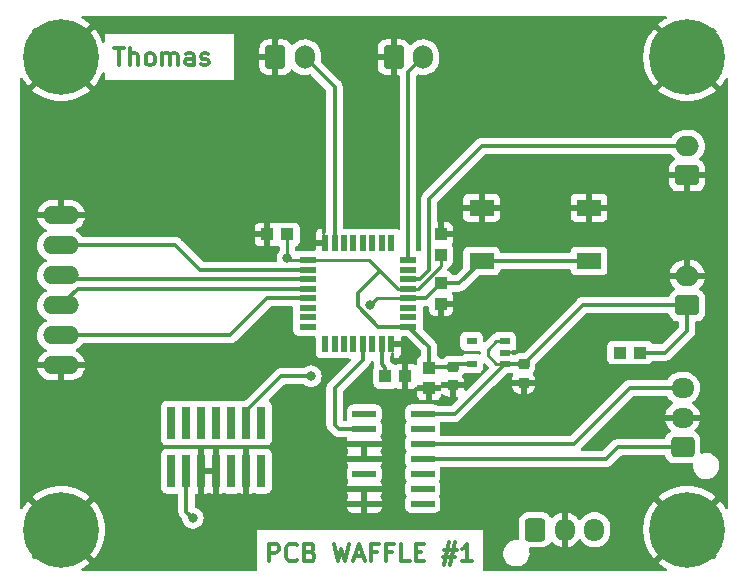
<source format=gbr>
%TF.GenerationSoftware,KiCad,Pcbnew,(6.0.7)*%
%TF.CreationDate,2023-02-14T14:27:57+01:00*%
%TF.ProjectId,WAFFLE,57414646-4c45-42e6-9b69-6361645f7063,rev?*%
%TF.SameCoordinates,Original*%
%TF.FileFunction,Copper,L1,Top*%
%TF.FilePolarity,Positive*%
%FSLAX46Y46*%
G04 Gerber Fmt 4.6, Leading zero omitted, Abs format (unit mm)*
G04 Created by KiCad (PCBNEW (6.0.7)) date 2023-02-14 14:27:57*
%MOMM*%
%LPD*%
G01*
G04 APERTURE LIST*
G04 Aperture macros list*
%AMRoundRect*
0 Rectangle with rounded corners*
0 $1 Rounding radius*
0 $2 $3 $4 $5 $6 $7 $8 $9 X,Y pos of 4 corners*
0 Add a 4 corners polygon primitive as box body*
4,1,4,$2,$3,$4,$5,$6,$7,$8,$9,$2,$3,0*
0 Add four circle primitives for the rounded corners*
1,1,$1+$1,$2,$3*
1,1,$1+$1,$4,$5*
1,1,$1+$1,$6,$7*
1,1,$1+$1,$8,$9*
0 Add four rect primitives between the rounded corners*
20,1,$1+$1,$2,$3,$4,$5,0*
20,1,$1+$1,$4,$5,$6,$7,0*
20,1,$1+$1,$6,$7,$8,$9,0*
20,1,$1+$1,$8,$9,$2,$3,0*%
G04 Aperture macros list end*
%ADD10C,0.300000*%
%TA.AperFunction,NonConductor*%
%ADD11C,0.300000*%
%TD*%
%TA.AperFunction,SMDPad,CuDef*%
%ADD12R,0.900000X0.600000*%
%TD*%
%TA.AperFunction,SMDPad,CuDef*%
%ADD13R,1.475000X0.600000*%
%TD*%
%TA.AperFunction,SMDPad,CuDef*%
%ADD14R,0.600000X1.475000*%
%TD*%
%TA.AperFunction,ComponentPad*%
%ADD15RoundRect,0.250000X-0.600000X-0.725000X0.600000X-0.725000X0.600000X0.725000X-0.600000X0.725000X0*%
%TD*%
%TA.AperFunction,ComponentPad*%
%ADD16O,1.700000X1.950000*%
%TD*%
%TA.AperFunction,SMDPad,CuDef*%
%ADD17RoundRect,0.225000X-0.250000X0.225000X-0.250000X-0.225000X0.250000X-0.225000X0.250000X0.225000X0*%
%TD*%
%TA.AperFunction,SMDPad,CuDef*%
%ADD18R,2.100000X1.400000*%
%TD*%
%TA.AperFunction,ComponentPad*%
%ADD19C,6.400000*%
%TD*%
%TA.AperFunction,ComponentPad*%
%ADD20C,0.800000*%
%TD*%
%TA.AperFunction,SMDPad,CuDef*%
%ADD21R,0.740000X2.790000*%
%TD*%
%TA.AperFunction,ComponentPad*%
%ADD22O,3.048000X1.524000*%
%TD*%
%TA.AperFunction,ComponentPad*%
%ADD23RoundRect,0.250000X0.750000X-0.600000X0.750000X0.600000X-0.750000X0.600000X-0.750000X-0.600000X0*%
%TD*%
%TA.AperFunction,ComponentPad*%
%ADD24O,2.000000X1.700000*%
%TD*%
%TA.AperFunction,ComponentPad*%
%ADD25RoundRect,0.250000X0.725000X-0.600000X0.725000X0.600000X-0.725000X0.600000X-0.725000X-0.600000X0*%
%TD*%
%TA.AperFunction,ComponentPad*%
%ADD26O,1.950000X1.700000*%
%TD*%
%TA.AperFunction,ComponentPad*%
%ADD27RoundRect,0.250000X-0.600000X-0.750000X0.600000X-0.750000X0.600000X0.750000X-0.600000X0.750000X0*%
%TD*%
%TA.AperFunction,ComponentPad*%
%ADD28O,1.700000X2.000000*%
%TD*%
%TA.AperFunction,SMDPad,CuDef*%
%ADD29R,1.000000X1.100000*%
%TD*%
%TA.AperFunction,SMDPad,CuDef*%
%ADD30RoundRect,0.073750X-0.911250X-0.221250X0.911250X-0.221250X0.911250X0.221250X-0.911250X0.221250X0*%
%TD*%
%TA.AperFunction,SMDPad,CuDef*%
%ADD31R,1.100000X1.000000*%
%TD*%
%TA.AperFunction,ViaPad*%
%ADD32C,0.800000*%
%TD*%
%TA.AperFunction,Conductor*%
%ADD33C,0.250000*%
%TD*%
%TA.AperFunction,Conductor*%
%ADD34C,0.350000*%
%TD*%
%TA.AperFunction,Conductor*%
%ADD35C,0.300000*%
%TD*%
G04 APERTURE END LIST*
D10*
D11*
X150357142Y-73178571D02*
X151214285Y-73178571D01*
X150785714Y-74678571D02*
X150785714Y-73178571D01*
X151714285Y-74678571D02*
X151714285Y-73178571D01*
X152357142Y-74678571D02*
X152357142Y-73892857D01*
X152285714Y-73750000D01*
X152142857Y-73678571D01*
X151928571Y-73678571D01*
X151785714Y-73750000D01*
X151714285Y-73821428D01*
X153285714Y-74678571D02*
X153142857Y-74607142D01*
X153071428Y-74535714D01*
X153000000Y-74392857D01*
X153000000Y-73964285D01*
X153071428Y-73821428D01*
X153142857Y-73750000D01*
X153285714Y-73678571D01*
X153500000Y-73678571D01*
X153642857Y-73750000D01*
X153714285Y-73821428D01*
X153785714Y-73964285D01*
X153785714Y-74392857D01*
X153714285Y-74535714D01*
X153642857Y-74607142D01*
X153500000Y-74678571D01*
X153285714Y-74678571D01*
X154428571Y-74678571D02*
X154428571Y-73678571D01*
X154428571Y-73821428D02*
X154500000Y-73750000D01*
X154642857Y-73678571D01*
X154857142Y-73678571D01*
X155000000Y-73750000D01*
X155071428Y-73892857D01*
X155071428Y-74678571D01*
X155071428Y-73892857D02*
X155142857Y-73750000D01*
X155285714Y-73678571D01*
X155500000Y-73678571D01*
X155642857Y-73750000D01*
X155714285Y-73892857D01*
X155714285Y-74678571D01*
X157071428Y-74678571D02*
X157071428Y-73892857D01*
X157000000Y-73750000D01*
X156857142Y-73678571D01*
X156571428Y-73678571D01*
X156428571Y-73750000D01*
X157071428Y-74607142D02*
X156928571Y-74678571D01*
X156571428Y-74678571D01*
X156428571Y-74607142D01*
X156357142Y-74464285D01*
X156357142Y-74321428D01*
X156428571Y-74178571D01*
X156571428Y-74107142D01*
X156928571Y-74107142D01*
X157071428Y-74035714D01*
X157714285Y-74607142D02*
X157857142Y-74678571D01*
X158142857Y-74678571D01*
X158285714Y-74607142D01*
X158357142Y-74464285D01*
X158357142Y-74392857D01*
X158285714Y-74250000D01*
X158142857Y-74178571D01*
X157928571Y-74178571D01*
X157785714Y-74107142D01*
X157714285Y-73964285D01*
X157714285Y-73892857D01*
X157785714Y-73750000D01*
X157928571Y-73678571D01*
X158142857Y-73678571D01*
X158285714Y-73750000D01*
D10*
D11*
X163428571Y-116678571D02*
X163428571Y-115178571D01*
X164000000Y-115178571D01*
X164142857Y-115250000D01*
X164214285Y-115321428D01*
X164285714Y-115464285D01*
X164285714Y-115678571D01*
X164214285Y-115821428D01*
X164142857Y-115892857D01*
X164000000Y-115964285D01*
X163428571Y-115964285D01*
X165785714Y-116535714D02*
X165714285Y-116607142D01*
X165500000Y-116678571D01*
X165357142Y-116678571D01*
X165142857Y-116607142D01*
X165000000Y-116464285D01*
X164928571Y-116321428D01*
X164857142Y-116035714D01*
X164857142Y-115821428D01*
X164928571Y-115535714D01*
X165000000Y-115392857D01*
X165142857Y-115250000D01*
X165357142Y-115178571D01*
X165500000Y-115178571D01*
X165714285Y-115250000D01*
X165785714Y-115321428D01*
X166928571Y-115892857D02*
X167142857Y-115964285D01*
X167214285Y-116035714D01*
X167285714Y-116178571D01*
X167285714Y-116392857D01*
X167214285Y-116535714D01*
X167142857Y-116607142D01*
X167000000Y-116678571D01*
X166428571Y-116678571D01*
X166428571Y-115178571D01*
X166928571Y-115178571D01*
X167071428Y-115250000D01*
X167142857Y-115321428D01*
X167214285Y-115464285D01*
X167214285Y-115607142D01*
X167142857Y-115750000D01*
X167071428Y-115821428D01*
X166928571Y-115892857D01*
X166428571Y-115892857D01*
X168928571Y-115178571D02*
X169285714Y-116678571D01*
X169571428Y-115607142D01*
X169857142Y-116678571D01*
X170214285Y-115178571D01*
X170714285Y-116250000D02*
X171428571Y-116250000D01*
X170571428Y-116678571D02*
X171071428Y-115178571D01*
X171571428Y-116678571D01*
X172571428Y-115892857D02*
X172071428Y-115892857D01*
X172071428Y-116678571D02*
X172071428Y-115178571D01*
X172785714Y-115178571D01*
X173857142Y-115892857D02*
X173357142Y-115892857D01*
X173357142Y-116678571D02*
X173357142Y-115178571D01*
X174071428Y-115178571D01*
X175357142Y-116678571D02*
X174642857Y-116678571D01*
X174642857Y-115178571D01*
X175857142Y-115892857D02*
X176357142Y-115892857D01*
X176571428Y-116678571D02*
X175857142Y-116678571D01*
X175857142Y-115178571D01*
X176571428Y-115178571D01*
X178285714Y-115678571D02*
X179357142Y-115678571D01*
X178714285Y-115035714D02*
X178285714Y-116964285D01*
X179214285Y-116321428D02*
X178142857Y-116321428D01*
X178785714Y-116964285D02*
X179214285Y-115035714D01*
X180642857Y-116678571D02*
X179785714Y-116678571D01*
X180214285Y-116678571D02*
X180214285Y-115178571D01*
X180071428Y-115392857D01*
X179928571Y-115535714D01*
X179785714Y-115607142D01*
D12*
%TO.P,PS1,1,VIN*%
%TO.N,+5V*%
X183400000Y-99950000D03*
%TO.P,PS1,2,GND*%
%TO.N,GND*%
X183400000Y-99000000D03*
%TO.P,PS1,3,STBY*%
%TO.N,+5V*%
X183400000Y-98050000D03*
%TO.P,PS1,4,N.C.*%
%TO.N,unconnected-(PS1-Pad4)*%
X180600000Y-98050000D03*
%TO.P,PS1,5,VOUT*%
%TO.N,+3.3V*%
X180600000Y-99950000D03*
%TD*%
D13*
%TO.P,IC1,1,VDD_1*%
%TO.N,+3.3V*%
X175238000Y-96800000D03*
%TO.P,IC1,2,PC14-OSC32_IN*%
%TO.N,unconnected-(IC1-Pad2)*%
X175238000Y-96000000D03*
%TO.P,IC1,3,PC15-OSC32_OUT*%
%TO.N,unconnected-(IC1-Pad3)*%
X175238000Y-95200000D03*
%TO.P,IC1,4,NRST*%
%TO.N,NRST*%
X175238000Y-94400000D03*
%TO.P,IC1,5,VDDA/VREF+*%
%TO.N,+3.3V*%
X175238000Y-93600000D03*
%TO.P,IC1,6,PA0-CK_IN*%
%TO.N,PWM_Ventilateur*%
X175238000Y-92800000D03*
%TO.P,IC1,7,PA1*%
%TO.N,unconnected-(IC1-Pad7)*%
X175238000Y-92000000D03*
%TO.P,IC1,8,PA2*%
%TO.N,UART_Driver_moteur*%
X175238000Y-91200000D03*
D14*
%TO.P,IC1,9,PA3*%
%TO.N,unconnected-(IC1-Pad9)*%
X173800000Y-89762000D03*
%TO.P,IC1,10,PA4*%
%TO.N,unconnected-(IC1-Pad10)*%
X173000000Y-89762000D03*
%TO.P,IC1,11,PA5*%
%TO.N,unconnected-(IC1-Pad11)*%
X172200000Y-89762000D03*
%TO.P,IC1,12,PA6*%
%TO.N,unconnected-(IC1-Pad12)*%
X171400000Y-89762000D03*
%TO.P,IC1,13,PA7*%
%TO.N,unconnected-(IC1-Pad13)*%
X170600000Y-89762000D03*
%TO.P,IC1,14,PB0*%
%TO.N,unconnected-(IC1-Pad14)*%
X169800000Y-89762000D03*
%TO.P,IC1,15,PB1*%
%TO.N,ADC_Temp\u00E9rature_ventilo*%
X169000000Y-89762000D03*
%TO.P,IC1,16,VSS_1*%
%TO.N,GND*%
X168200000Y-89762000D03*
D13*
%TO.P,IC1,17,VDD_2*%
%TO.N,+3.3V*%
X166762000Y-91200000D03*
%TO.P,IC1,18,PA8*%
%TO.N,PWM_Leds_W*%
X166762000Y-92000000D03*
%TO.P,IC1,19,PA9*%
%TO.N,PWM_Leds_B*%
X166762000Y-92800000D03*
%TO.P,IC1,20,PA10*%
%TO.N,PWM_Leds_G*%
X166762000Y-93600000D03*
%TO.P,IC1,21,PA11*%
%TO.N,PWM_Leds_R*%
X166762000Y-94400000D03*
%TO.P,IC1,22,PA12*%
%TO.N,unconnected-(IC1-Pad22)*%
X166762000Y-95200000D03*
%TO.P,IC1,23,PA13*%
%TO.N,unconnected-(IC1-Pad23)*%
X166762000Y-96000000D03*
%TO.P,IC1,24,PA14*%
%TO.N,unconnected-(IC1-Pad24)*%
X166762000Y-96800000D03*
D14*
%TO.P,IC1,25,PA15*%
%TO.N,unconnected-(IC1-Pad25)*%
X168200000Y-98238000D03*
%TO.P,IC1,26,PB3*%
%TO.N,unconnected-(IC1-Pad26)*%
X169000000Y-98238000D03*
%TO.P,IC1,27,PB4*%
%TO.N,unconnected-(IC1-Pad27)*%
X169800000Y-98238000D03*
%TO.P,IC1,28,PB5*%
%TO.N,unconnected-(IC1-Pad28)*%
X170600000Y-98238000D03*
%TO.P,IC1,29,PB6*%
%TO.N,unconnected-(DMX1-Pad2)*%
X171400000Y-98238000D03*
%TO.P,IC1,30,PB7*%
%TO.N,unconnected-(IC1-Pad30)*%
X172200000Y-98238000D03*
%TO.P,IC1,31,PH3-BOOT0*%
%TO.N,Net-(IC1-Pad31)*%
X173000000Y-98238000D03*
%TO.P,IC1,32,VSS_2*%
%TO.N,GND*%
X173800000Y-98238000D03*
%TD*%
D15*
%TO.P,J7,1,Pin_1*%
%TO.N,Net-(DMX1-Pad11)*%
X186000000Y-114000000D03*
D16*
%TO.P,J7,2,Pin_2*%
%TO.N,GND*%
X188500000Y-114000000D03*
%TO.P,J7,3,Pin_3*%
%TO.N,Net-(DMX1-Pad12)*%
X191000000Y-114000000D03*
%TD*%
D17*
%TO.P,C_entr\u00E9e1,1*%
%TO.N,+5V*%
X185000000Y-100000000D03*
%TO.P,C_entr\u00E9e1,2*%
%TO.N,GND*%
X185000000Y-101550000D03*
%TD*%
D18*
%TO.P,S1,1,1*%
%TO.N,GND*%
X181450000Y-86750000D03*
%TO.P,S1,2,2*%
X190550000Y-86750000D03*
%TO.P,S1,3,3*%
%TO.N,NRST*%
X181450000Y-91250000D03*
%TO.P,S1,4,4*%
X190550000Y-91250000D03*
%TD*%
D19*
%TO.P,H2,1,1*%
%TO.N,GND*%
X198850000Y-114000000D03*
D20*
X196450000Y-114000000D03*
X197152944Y-115697056D03*
X200547056Y-112302944D03*
X198850000Y-116400000D03*
X200547056Y-115697056D03*
X197152944Y-112302944D03*
X201250000Y-114000000D03*
X198850000Y-111600000D03*
%TD*%
D21*
%TO.P,J2,01,01*%
%TO.N,unconnected-(J2-Pad01)*%
X155190000Y-109035000D03*
%TO.P,J2,02,02*%
%TO.N,unconnected-(J2-Pad02)*%
X155190000Y-104965000D03*
%TO.P,J2,03,03*%
%TO.N,+3.3V*%
X156460000Y-109035000D03*
%TO.P,J2,04,04*%
%TO.N,SWDIO*%
X156460000Y-104965000D03*
%TO.P,J2,05,05*%
%TO.N,GND*%
X157730000Y-109035000D03*
%TO.P,J2,06,06*%
%TO.N,SWCLK*%
X157730000Y-104965000D03*
%TO.P,J2,07,07*%
%TO.N,GND*%
X159000000Y-109035000D03*
%TO.P,J2,08,08*%
%TO.N,unconnected-(J2-Pad08)*%
X159000000Y-104965000D03*
%TO.P,J2,09,09*%
%TO.N,unconnected-(J2-Pad09)*%
X160270000Y-109035000D03*
%TO.P,J2,10,10*%
%TO.N,unconnected-(J2-Pad10)*%
X160270000Y-104965000D03*
%TO.P,J2,11,11*%
%TO.N,GND*%
X161540000Y-109035000D03*
%TO.P,J2,12,12*%
%TO.N,NRST*%
X161540000Y-104965000D03*
%TO.P,J2,13,13*%
%TO.N,VCP_UART_RX*%
X162810000Y-109035000D03*
%TO.P,J2,14,14*%
%TO.N,VCP_UART_TX*%
X162810000Y-104965000D03*
%TD*%
D20*
%TO.P,H4,1,1*%
%TO.N,GND*%
X143450000Y-114000000D03*
X147547056Y-112302944D03*
X144152944Y-112302944D03*
X145850000Y-116400000D03*
X147547056Y-115697056D03*
X144152944Y-115697056D03*
D19*
X145850000Y-114000000D03*
D20*
X145850000Y-111600000D03*
X148250000Y-114000000D03*
%TD*%
D22*
%TO.P,LEDS1,1,1*%
%TO.N,GND*%
X145850000Y-87380000D03*
%TO.P,LEDS1,2,2*%
%TO.N,PWM_Leds_W*%
X145850000Y-89920000D03*
%TO.P,LEDS1,3,3*%
%TO.N,PWM_Leds_B*%
X145850000Y-92460000D03*
%TO.P,LEDS1,4,4*%
%TO.N,PWM_Leds_G*%
X145850000Y-95000000D03*
%TO.P,LEDS1,5,5*%
%TO.N,PWM_Leds_R*%
X145850000Y-97540000D03*
%TO.P,LEDS1,6,6*%
%TO.N,GND*%
X145850000Y-100080000D03*
%TD*%
D23*
%TO.P,ALIM1,1,Pin_1*%
%TO.N,+5V*%
X198850000Y-95000000D03*
D24*
%TO.P,ALIM1,2,Pin_2*%
%TO.N,GND*%
X198850000Y-92500000D03*
%TD*%
D25*
%TO.P,CONN_DMX1,1,Pin_1*%
%TO.N,Net-(DMX1-Pad11)*%
X198475000Y-107000000D03*
D26*
%TO.P,CONN_DMX1,2,Pin_2*%
%TO.N,GND*%
X198475000Y-104500000D03*
%TO.P,CONN_DMX1,3,Pin_3*%
%TO.N,Net-(DMX1-Pad12)*%
X198475000Y-102000000D03*
%TD*%
D27*
%TO.P,TEMP1,1,Pin_1*%
%TO.N,GND*%
X164000000Y-74000000D03*
D28*
%TO.P,TEMP1,2,Pin_2*%
%TO.N,ADC_Temp\u00E9rature_ventilo*%
X166500000Y-74000000D03*
%TD*%
D29*
%TO.P,C_VDD1,1,1*%
%TO.N,+3.3V*%
X178000000Y-90700000D03*
%TO.P,C_VDD1,2,2*%
%TO.N,GND*%
X178000000Y-89000000D03*
%TD*%
D17*
%TO.P,C_sortie1,1*%
%TO.N,+3.3V*%
X179000000Y-100225000D03*
%TO.P,C_sortie1,2*%
%TO.N,GND*%
X179000000Y-101775000D03*
%TD*%
D30*
%TO.P,DMX1,1,N.C._1*%
%TO.N,unconnected-(DMX1-Pad1)*%
X171525000Y-104190000D03*
%TO.P,DMX1,2,RO*%
%TO.N,unconnected-(DMX1-Pad2)*%
X171525000Y-105460000D03*
%TO.P,DMX1,3,RE/*%
%TO.N,GND*%
X171525000Y-106730000D03*
%TO.P,DMX1,4,DE*%
X171525000Y-108000000D03*
%TO.P,DMX1,5,DI*%
%TO.N,unconnected-(DMX1-Pad5)*%
X171525000Y-109270000D03*
%TO.P,DMX1,6,GND_1*%
%TO.N,GND*%
X171525000Y-110540000D03*
%TO.P,DMX1,7,GND_2*%
X171525000Y-111810000D03*
%TO.P,DMX1,8,N.C._2*%
%TO.N,unconnected-(DMX1-Pad8)*%
X176475000Y-111810000D03*
%TO.P,DMX1,9,Y*%
%TO.N,unconnected-(DMX1-Pad9)*%
X176475000Y-110540000D03*
%TO.P,DMX1,10,Z*%
%TO.N,unconnected-(DMX1-Pad10)*%
X176475000Y-109270000D03*
%TO.P,DMX1,11,B*%
%TO.N,Net-(DMX1-Pad11)*%
X176475000Y-108000000D03*
%TO.P,DMX1,12,A*%
%TO.N,Net-(DMX1-Pad12)*%
X176475000Y-106730000D03*
%TO.P,DMX1,13,N.C._3*%
%TO.N,unconnected-(DMX1-Pad13)*%
X176475000Y-105460000D03*
%TO.P,DMX1,14,VCC*%
%TO.N,+5V*%
X176475000Y-104190000D03*
%TD*%
D29*
%TO.P,C_VDDA1,1,1*%
%TO.N,+3.3V*%
X177000000Y-100300000D03*
%TO.P,C_VDDA1,2,2*%
%TO.N,GND*%
X177000000Y-102000000D03*
%TD*%
D20*
%TO.P,H1,1,1*%
%TO.N,GND*%
X197152944Y-72302944D03*
X198850000Y-71600000D03*
X198850000Y-76400000D03*
D19*
X198850000Y-74000000D03*
D20*
X200547056Y-75697056D03*
X196450000Y-74000000D03*
X200547056Y-72302944D03*
X197152944Y-75697056D03*
X201250000Y-74000000D03*
%TD*%
D27*
%TO.P,DRIVER_Moteur1,1,Pin_1*%
%TO.N,GND*%
X174000000Y-74000000D03*
D28*
%TO.P,DRIVER_Moteur1,2,Pin_2*%
%TO.N,UART_Driver_moteur*%
X176500000Y-74000000D03*
%TD*%
D29*
%TO.P,C4,1,1*%
%TO.N,NRST*%
X178000000Y-93150000D03*
%TO.P,C4,2,2*%
%TO.N,GND*%
X178000000Y-94850000D03*
%TD*%
%TO.P,R1,1,1*%
%TO.N,Net-(IC1-Pad31)*%
X173300000Y-101000000D03*
%TO.P,R1,2,2*%
%TO.N,GND*%
X175000000Y-101000000D03*
%TD*%
D23*
%TO.P,VENTILO1,1,Pin_1*%
%TO.N,GND*%
X198850000Y-84000000D03*
D24*
%TO.P,VENTILO1,2,Pin_2*%
%TO.N,PWM_Ventilateur*%
X198850000Y-81500000D03*
%TD*%
D20*
%TO.P,H3,1,1*%
%TO.N,GND*%
X144152944Y-75697056D03*
X144152944Y-72302944D03*
X147547056Y-72302944D03*
X148250000Y-74000000D03*
X147547056Y-75697056D03*
D19*
X145850000Y-74000000D03*
D20*
X145850000Y-71600000D03*
X145850000Y-76400000D03*
X143450000Y-74000000D03*
%TD*%
D31*
%TO.P,C_VDD2,1,1*%
%TO.N,+3.3V*%
X165000000Y-89000000D03*
%TO.P,C_VDD2,2,2*%
%TO.N,GND*%
X163300000Y-89000000D03*
%TD*%
%TO.P,C_Decoupl_Connecteur1,1,1*%
%TO.N,unconnected-(C_Decoupl_Connecteur1-Pad1)*%
X193150000Y-99000000D03*
%TO.P,C_Decoupl_Connecteur1,2,2*%
%TO.N,+5V*%
X194850000Y-99000000D03*
%TD*%
D32*
%TO.N,NRST*%
X167000000Y-101000000D03*
X172000000Y-95000000D03*
%TO.N,+3.3V*%
X157000000Y-113000000D03*
X165000000Y-91000000D03*
%TD*%
D33*
%TO.N,NRST*%
X175238000Y-94400000D02*
X172600000Y-94400000D01*
D34*
X164480000Y-101000000D02*
X161540000Y-103940000D01*
D33*
X161540000Y-104965000D02*
X161540000Y-103940000D01*
D34*
X178000000Y-93150000D02*
X179550000Y-93150000D01*
X176750000Y-94400000D02*
X178000000Y-93150000D01*
D33*
X172600000Y-94400000D02*
X172000000Y-95000000D01*
D34*
X167000000Y-101000000D02*
X164480000Y-101000000D01*
X179550000Y-93150000D02*
X181450000Y-91250000D01*
X175238000Y-94400000D02*
X176750000Y-94400000D01*
X190550000Y-91250000D02*
X181450000Y-91250000D01*
%TO.N,+3.3V*%
X156460000Y-109035000D02*
X156460000Y-112460000D01*
D33*
X177075000Y-100225000D02*
X177000000Y-100300000D01*
X166762000Y-91200000D02*
X171950500Y-91200000D01*
D34*
X179000000Y-100225000D02*
X177075000Y-100225000D01*
D35*
X175238000Y-96800000D02*
X172703984Y-96800000D01*
D33*
X178000000Y-91636396D02*
X178000000Y-90700000D01*
D35*
X171000000Y-95096016D02*
X171000000Y-94000000D01*
D34*
X156460000Y-112460000D02*
X157000000Y-113000000D01*
D33*
X179275000Y-99950000D02*
X179000000Y-100225000D01*
D35*
X172703984Y-96800000D02*
X171000000Y-95096016D01*
D33*
X165200000Y-91200000D02*
X166762000Y-91200000D01*
D34*
X177000000Y-100300000D02*
X177000000Y-98562000D01*
D33*
X171950500Y-91200000D02*
X172875250Y-92124750D01*
X174350500Y-93600000D02*
X175238000Y-93600000D01*
X176036396Y-93600000D02*
X178000000Y-91636396D01*
D35*
X171000000Y-94000000D02*
X172875250Y-92124750D01*
D33*
X165000000Y-91000000D02*
X165200000Y-91200000D01*
D34*
X180600000Y-99950000D02*
X179275000Y-99950000D01*
D33*
X165000000Y-91000000D02*
X165000000Y-89000000D01*
D34*
X177000000Y-98562000D02*
X175238000Y-96800000D01*
D33*
X172875250Y-92124750D02*
X174350500Y-93600000D01*
X175238000Y-93600000D02*
X176036396Y-93600000D01*
D34*
%TO.N,ADC_Temp\u00E9rature_ventilo*%
X169000000Y-76500000D02*
X166500000Y-74000000D01*
X169000000Y-89762000D02*
X169000000Y-76500000D01*
%TO.N,Net-(IC1-Pad31)*%
X173000000Y-100000000D02*
X173000000Y-98238000D01*
X173300000Y-100300000D02*
X173000000Y-100000000D01*
X173300000Y-101000000D02*
X173300000Y-100300000D01*
%TO.N,PWM_Leds_W*%
X166762000Y-92000000D02*
X157600000Y-92000000D01*
X157600000Y-92000000D02*
X155520000Y-89920000D01*
X155520000Y-89920000D02*
X145850000Y-89920000D01*
D33*
%TO.N,PWM_Leds_B*%
X146190000Y-92800000D02*
X145850000Y-92460000D01*
D34*
X166762000Y-92800000D02*
X146190000Y-92800000D01*
%TO.N,PWM_Leds_G*%
X166762000Y-93600000D02*
X147250000Y-93600000D01*
X147250000Y-93600000D02*
X145850000Y-95000000D01*
%TO.N,PWM_Leds_R*%
X166762000Y-94400000D02*
X163300000Y-94400000D01*
X160160000Y-97540000D02*
X145850000Y-97540000D01*
X163300000Y-94400000D02*
X160160000Y-97540000D01*
D33*
%TO.N,PWM_Ventilateur*%
X198350000Y-82000000D02*
X198850000Y-81500000D01*
D34*
X177000000Y-86000000D02*
X177000000Y-92000000D01*
X177000000Y-92000000D02*
X176200000Y-92800000D01*
X181500000Y-81500000D02*
X177000000Y-86000000D01*
X198850000Y-81500000D02*
X181500000Y-81500000D01*
X176200000Y-92800000D02*
X175238000Y-92800000D01*
%TO.N,UART_Driver_moteur*%
X175238000Y-91200000D02*
X175238000Y-75262000D01*
X175238000Y-75262000D02*
X176500000Y-74000000D01*
D33*
%TO.N,+5V*%
X182700000Y-99950000D02*
X183400000Y-99950000D01*
D34*
X198850000Y-97150000D02*
X197000000Y-99000000D01*
X179160000Y-104190000D02*
X176475000Y-104190000D01*
D33*
X183400000Y-98050000D02*
X182700000Y-98050000D01*
D34*
X190000000Y-95000000D02*
X198850000Y-95000000D01*
X185000000Y-100000000D02*
X183450000Y-100000000D01*
D33*
X183450000Y-100000000D02*
X183400000Y-99950000D01*
D34*
X197000000Y-99000000D02*
X194850000Y-99000000D01*
X185000000Y-100000000D02*
X190000000Y-95000000D01*
D33*
X182700000Y-98050000D02*
X182000000Y-98750000D01*
X182000000Y-98750000D02*
X182000000Y-99250000D01*
D34*
X183400000Y-99950000D02*
X179160000Y-104190000D01*
D33*
X182000000Y-99250000D02*
X182700000Y-99950000D01*
D34*
X198850000Y-95000000D02*
X198850000Y-97150000D01*
%TO.N,Net-(DMX1-Pad12)*%
X189270000Y-106730000D02*
X194000000Y-102000000D01*
X194000000Y-102000000D02*
X198475000Y-102000000D01*
X176475000Y-106730000D02*
X189270000Y-106730000D01*
%TO.N,Net-(DMX1-Pad11)*%
X192000000Y-108000000D02*
X193000000Y-107000000D01*
X193000000Y-107000000D02*
X198475000Y-107000000D01*
X176475000Y-108000000D02*
X192000000Y-108000000D01*
%TO.N,unconnected-(DMX1-Pad2)*%
X171525000Y-105460000D02*
X169360000Y-105460000D01*
X169000000Y-103000000D02*
X169000000Y-102000000D01*
X169000000Y-105100000D02*
X169000000Y-103000000D01*
X169000000Y-103361418D02*
X169000000Y-103000000D01*
X171400000Y-99600000D02*
X171400000Y-98238000D01*
X169360000Y-105460000D02*
X169000000Y-105100000D01*
X169000000Y-102000000D02*
X171400000Y-99600000D01*
%TD*%
%TA.AperFunction,Conductor*%
%TO.N,GND*%
G36*
X197078176Y-70528502D02*
G01*
X197124669Y-70582158D01*
X197134773Y-70652432D01*
X197105279Y-70717012D01*
X197067258Y-70746767D01*
X196996397Y-70782872D01*
X196990687Y-70786169D01*
X196670265Y-70994253D01*
X196664939Y-70998123D01*
X196426165Y-71191478D01*
X196417700Y-71203733D01*
X196424034Y-71214824D01*
X201634310Y-76425100D01*
X201647386Y-76432241D01*
X201657753Y-76424784D01*
X201851877Y-76185061D01*
X201855747Y-76179735D01*
X202063831Y-75859313D01*
X202067128Y-75853603D01*
X202103233Y-75782742D01*
X202151981Y-75731127D01*
X202220896Y-75714061D01*
X202288098Y-75736962D01*
X202332250Y-75792559D01*
X202341500Y-75839945D01*
X202341500Y-112160055D01*
X202321498Y-112228176D01*
X202267842Y-112274669D01*
X202197568Y-112284773D01*
X202132988Y-112255279D01*
X202103233Y-112217258D01*
X202067128Y-112146397D01*
X202063831Y-112140687D01*
X201855747Y-111820265D01*
X201851877Y-111814939D01*
X201658522Y-111576165D01*
X201646267Y-111567700D01*
X201635176Y-111574034D01*
X196424900Y-116784310D01*
X196417759Y-116797386D01*
X196425216Y-116807753D01*
X196664935Y-117001874D01*
X196670272Y-117005751D01*
X196990685Y-117213830D01*
X196996394Y-117217126D01*
X197067257Y-117253233D01*
X197118872Y-117301981D01*
X197135938Y-117370896D01*
X197113037Y-117438098D01*
X197057440Y-117482250D01*
X197010054Y-117491500D01*
X181713072Y-117491500D01*
X181644951Y-117471498D01*
X181598458Y-117417842D01*
X181587072Y-117365500D01*
X181587072Y-115945604D01*
X183287787Y-115945604D01*
X183297567Y-116156899D01*
X183347125Y-116362534D01*
X183349607Y-116367992D01*
X183349608Y-116367996D01*
X183390487Y-116457903D01*
X183434674Y-116555087D01*
X183557054Y-116727611D01*
X183709850Y-116873881D01*
X183887548Y-116988620D01*
X183893114Y-116990863D01*
X184078168Y-117065442D01*
X184078171Y-117065443D01*
X184083737Y-117067686D01*
X184291337Y-117108228D01*
X184296899Y-117108500D01*
X184452846Y-117108500D01*
X184610566Y-117093452D01*
X184813534Y-117033908D01*
X184818862Y-117031164D01*
X184996249Y-116939804D01*
X184996252Y-116939802D01*
X185001580Y-116937058D01*
X185167920Y-116806396D01*
X185171852Y-116801865D01*
X185171855Y-116801862D01*
X185302621Y-116651167D01*
X185306552Y-116646637D01*
X185309552Y-116641451D01*
X185309555Y-116641447D01*
X185409467Y-116468742D01*
X185412473Y-116463546D01*
X185481861Y-116263729D01*
X185488989Y-116214571D01*
X185511352Y-116060336D01*
X185511352Y-116060333D01*
X185512213Y-116054396D01*
X185502433Y-115843101D01*
X185453250Y-115639021D01*
X185456735Y-115568110D01*
X185498005Y-115510340D01*
X185563955Y-115484053D01*
X185575743Y-115483500D01*
X186650400Y-115483500D01*
X186653646Y-115483163D01*
X186653650Y-115483163D01*
X186749308Y-115473238D01*
X186749312Y-115473237D01*
X186756166Y-115472526D01*
X186762702Y-115470345D01*
X186762704Y-115470345D01*
X186916998Y-115418868D01*
X186923946Y-115416550D01*
X187074348Y-115323478D01*
X187199305Y-115198303D01*
X187289353Y-115052220D01*
X187342124Y-115004727D01*
X187412196Y-114993303D01*
X187477320Y-115021577D01*
X187487782Y-115031364D01*
X187593234Y-115141906D01*
X187601186Y-115148941D01*
X187777525Y-115280141D01*
X187786562Y-115285745D01*
X187982484Y-115385357D01*
X187992335Y-115389357D01*
X188202240Y-115454534D01*
X188212624Y-115456817D01*
X188228043Y-115458861D01*
X188242207Y-115456665D01*
X188246000Y-115443478D01*
X188246000Y-115441192D01*
X188754000Y-115441192D01*
X188757973Y-115454723D01*
X188768580Y-115456248D01*
X188886421Y-115431523D01*
X188896617Y-115428463D01*
X189101029Y-115347737D01*
X189110561Y-115343006D01*
X189298462Y-115228984D01*
X189307052Y-115222720D01*
X189473052Y-115078673D01*
X189480472Y-115071042D01*
X189619826Y-114901089D01*
X189625848Y-114892326D01*
X189641238Y-114865289D01*
X189692320Y-114815982D01*
X189761951Y-114802120D01*
X189828022Y-114828103D01*
X189855261Y-114857253D01*
X189884773Y-114901089D01*
X189937441Y-114979319D01*
X190096576Y-115146135D01*
X190281542Y-115283754D01*
X190286293Y-115286170D01*
X190286297Y-115286172D01*
X190304485Y-115295419D01*
X190487051Y-115388240D01*
X190492145Y-115389822D01*
X190492148Y-115389823D01*
X190657583Y-115441192D01*
X190707227Y-115456607D01*
X190712516Y-115457308D01*
X190930489Y-115486198D01*
X190930494Y-115486198D01*
X190935774Y-115486898D01*
X190941103Y-115486698D01*
X190941105Y-115486698D01*
X191050966Y-115482574D01*
X191166158Y-115478249D01*
X191391791Y-115430907D01*
X191396750Y-115428949D01*
X191396752Y-115428948D01*
X191601256Y-115348185D01*
X191601258Y-115348184D01*
X191606221Y-115346224D01*
X191611525Y-115343006D01*
X191798757Y-115229390D01*
X191798756Y-115229390D01*
X191803317Y-115226623D01*
X191845639Y-115189898D01*
X191973412Y-115079023D01*
X191973414Y-115079021D01*
X191977445Y-115075523D01*
X192044861Y-114993303D01*
X192120240Y-114901373D01*
X192120244Y-114901367D01*
X192123624Y-114897245D01*
X192126740Y-114891772D01*
X192235032Y-114701529D01*
X192237675Y-114696886D01*
X192316337Y-114480175D01*
X192332044Y-114393316D01*
X192356623Y-114257392D01*
X192356624Y-114257385D01*
X192357361Y-114253308D01*
X192358500Y-114229156D01*
X192358500Y-114003301D01*
X195137084Y-114003301D01*
X195157080Y-114384833D01*
X195157766Y-114391371D01*
X195217535Y-114768734D01*
X195218906Y-114775184D01*
X195317788Y-115144216D01*
X195319829Y-115150498D01*
X195456740Y-115507164D01*
X195459422Y-115513189D01*
X195632872Y-115853603D01*
X195636169Y-115859313D01*
X195844253Y-116179735D01*
X195848123Y-116185061D01*
X196041478Y-116423835D01*
X196053733Y-116432300D01*
X196064824Y-116425966D01*
X198477978Y-114012812D01*
X198485592Y-113998868D01*
X198485461Y-113997035D01*
X198481210Y-113990420D01*
X196065690Y-111574900D01*
X196052614Y-111567759D01*
X196042247Y-111575216D01*
X195848123Y-111814939D01*
X195844253Y-111820265D01*
X195636169Y-112140687D01*
X195632872Y-112146397D01*
X195459422Y-112486811D01*
X195456740Y-112492836D01*
X195319829Y-112849502D01*
X195317788Y-112855784D01*
X195218906Y-113224816D01*
X195217535Y-113231266D01*
X195157766Y-113608629D01*
X195157080Y-113615167D01*
X195137084Y-113996699D01*
X195137084Y-114003301D01*
X192358500Y-114003301D01*
X192358500Y-113817110D01*
X192352525Y-113746692D01*
X192344371Y-113650591D01*
X192344370Y-113650587D01*
X192343920Y-113645280D01*
X192342582Y-113640125D01*
X192342581Y-113640119D01*
X192287343Y-113427297D01*
X192287342Y-113427293D01*
X192286001Y-113422128D01*
X192191312Y-113211925D01*
X192062559Y-113020681D01*
X192045212Y-113002496D01*
X191956082Y-112909065D01*
X191903424Y-112853865D01*
X191718458Y-112716246D01*
X191713707Y-112713830D01*
X191713703Y-112713828D01*
X191595588Y-112653776D01*
X191512949Y-112611760D01*
X191507855Y-112610178D01*
X191507852Y-112610177D01*
X191297871Y-112544976D01*
X191292773Y-112543393D01*
X191286548Y-112542568D01*
X191069511Y-112513802D01*
X191069506Y-112513802D01*
X191064226Y-112513102D01*
X191058897Y-112513302D01*
X191058895Y-112513302D01*
X190949034Y-112517426D01*
X190833842Y-112521751D01*
X190828623Y-112522846D01*
X190806566Y-112527474D01*
X190608209Y-112569093D01*
X190603250Y-112571051D01*
X190603248Y-112571052D01*
X190398744Y-112651815D01*
X190398742Y-112651816D01*
X190393779Y-112653776D01*
X190389220Y-112656543D01*
X190389217Y-112656544D01*
X190294113Y-112714255D01*
X190196683Y-112773377D01*
X190192653Y-112776874D01*
X190027280Y-112920377D01*
X190022555Y-112924477D01*
X189995367Y-112957635D01*
X189879760Y-113098627D01*
X189879756Y-113098633D01*
X189876376Y-113102755D01*
X189873733Y-113107398D01*
X189858171Y-113134735D01*
X189807088Y-113184041D01*
X189737458Y-113197902D01*
X189671387Y-113171918D01*
X189644149Y-113142768D01*
X189565148Y-113025422D01*
X189558481Y-113017130D01*
X189406772Y-112858100D01*
X189398814Y-112851059D01*
X189222475Y-112719859D01*
X189213438Y-112714255D01*
X189017516Y-112614643D01*
X189007665Y-112610643D01*
X188797760Y-112545466D01*
X188787376Y-112543183D01*
X188771957Y-112541139D01*
X188757793Y-112543335D01*
X188754000Y-112556522D01*
X188754000Y-115441192D01*
X188246000Y-115441192D01*
X188246000Y-112558808D01*
X188242027Y-112545277D01*
X188231420Y-112543752D01*
X188113579Y-112568477D01*
X188103383Y-112571537D01*
X187898971Y-112652263D01*
X187889439Y-112656994D01*
X187701538Y-112771016D01*
X187692948Y-112777280D01*
X187526948Y-112921327D01*
X187519530Y-112928956D01*
X187493609Y-112960569D01*
X187434949Y-113000564D01*
X187363979Y-113002496D01*
X187303230Y-112965752D01*
X187289030Y-112946982D01*
X187275104Y-112924477D01*
X187198478Y-112800652D01*
X187073303Y-112675695D01*
X187057505Y-112665957D01*
X186928968Y-112586725D01*
X186928966Y-112586724D01*
X186922738Y-112582885D01*
X186809353Y-112545277D01*
X186761389Y-112529368D01*
X186761387Y-112529368D01*
X186754861Y-112527203D01*
X186748025Y-112526503D01*
X186748022Y-112526502D01*
X186704969Y-112522091D01*
X186650400Y-112516500D01*
X185349600Y-112516500D01*
X185346354Y-112516837D01*
X185346350Y-112516837D01*
X185250692Y-112526762D01*
X185250688Y-112526763D01*
X185243834Y-112527474D01*
X185237298Y-112529655D01*
X185237296Y-112529655D01*
X185105194Y-112573728D01*
X185076054Y-112583450D01*
X184925652Y-112676522D01*
X184800695Y-112801697D01*
X184796855Y-112807927D01*
X184796854Y-112807928D01*
X184722466Y-112928608D01*
X184707885Y-112952262D01*
X184652203Y-113120139D01*
X184651503Y-113126975D01*
X184651502Y-113126978D01*
X184649884Y-113142768D01*
X184641500Y-113224600D01*
X184641500Y-114766005D01*
X184621498Y-114834126D01*
X184567842Y-114880619D01*
X184508761Y-114889774D01*
X184508663Y-114891772D01*
X184504643Y-114891575D01*
X184504626Y-114891575D01*
X184503101Y-114891500D01*
X184347154Y-114891500D01*
X184189434Y-114906548D01*
X183986466Y-114966092D01*
X183981139Y-114968836D01*
X183981138Y-114968836D01*
X183803751Y-115060196D01*
X183803748Y-115060198D01*
X183798420Y-115062942D01*
X183632080Y-115193604D01*
X183628148Y-115198135D01*
X183628145Y-115198138D01*
X183552124Y-115285745D01*
X183493448Y-115353363D01*
X183490448Y-115358549D01*
X183490445Y-115358553D01*
X183421084Y-115478449D01*
X183387527Y-115536454D01*
X183318139Y-115736271D01*
X183317278Y-115742206D01*
X183317278Y-115742208D01*
X183300299Y-115859313D01*
X183287787Y-115945604D01*
X181587072Y-115945604D01*
X181587072Y-114059000D01*
X162412929Y-114059000D01*
X162412929Y-117365500D01*
X162392927Y-117433621D01*
X162339271Y-117480114D01*
X162286929Y-117491500D01*
X147689946Y-117491500D01*
X147621825Y-117471498D01*
X147575332Y-117417842D01*
X147565228Y-117347568D01*
X147594722Y-117282988D01*
X147632743Y-117253233D01*
X147703606Y-117217126D01*
X147709315Y-117213830D01*
X148029728Y-117005751D01*
X148035065Y-117001874D01*
X148273835Y-116808522D01*
X148282300Y-116796267D01*
X148275966Y-116785176D01*
X145491922Y-114001132D01*
X146214408Y-114001132D01*
X146214539Y-114002965D01*
X146218790Y-114009580D01*
X148634310Y-116425100D01*
X148647386Y-116432241D01*
X148657753Y-116424784D01*
X148851877Y-116185061D01*
X148855747Y-116179735D01*
X149063831Y-115859313D01*
X149067128Y-115853603D01*
X149240578Y-115513189D01*
X149243260Y-115507164D01*
X149380171Y-115150498D01*
X149382212Y-115144216D01*
X149481094Y-114775184D01*
X149482465Y-114768734D01*
X149542234Y-114391371D01*
X149542920Y-114384833D01*
X149562916Y-114003301D01*
X149562916Y-113996699D01*
X149542920Y-113615167D01*
X149542234Y-113608629D01*
X149482465Y-113231266D01*
X149481094Y-113224816D01*
X149382212Y-112855784D01*
X149380171Y-112849502D01*
X149243260Y-112492836D01*
X149240578Y-112486811D01*
X149067128Y-112146397D01*
X149063831Y-112140687D01*
X148855747Y-111820265D01*
X148851877Y-111814939D01*
X148658522Y-111576165D01*
X148646267Y-111567700D01*
X148635176Y-111574034D01*
X146222022Y-113987188D01*
X146214408Y-114001132D01*
X145491922Y-114001132D01*
X143065690Y-111574900D01*
X143052614Y-111567759D01*
X143042247Y-111575216D01*
X142848123Y-111814939D01*
X142844253Y-111820265D01*
X142636169Y-112140687D01*
X142632872Y-112146397D01*
X142596767Y-112217258D01*
X142548019Y-112268873D01*
X142479104Y-112285939D01*
X142411902Y-112263038D01*
X142367750Y-112207441D01*
X142358500Y-112160055D01*
X142358500Y-111203733D01*
X143417700Y-111203733D01*
X143424034Y-111214824D01*
X145837188Y-113627978D01*
X145851132Y-113635592D01*
X145852965Y-113635461D01*
X145859580Y-113631210D01*
X148275100Y-111215690D01*
X148282241Y-111202614D01*
X148274784Y-111192247D01*
X148035065Y-110998126D01*
X148029728Y-110994249D01*
X147709315Y-110786170D01*
X147703606Y-110782873D01*
X147363189Y-110609422D01*
X147357164Y-110606740D01*
X147022133Y-110478134D01*
X154311500Y-110478134D01*
X154318255Y-110540316D01*
X154369385Y-110676705D01*
X154456739Y-110793261D01*
X154573295Y-110880615D01*
X154709684Y-110931745D01*
X154771866Y-110938500D01*
X155608134Y-110938500D01*
X155611529Y-110938131D01*
X155611533Y-110938131D01*
X155636893Y-110935376D01*
X155706775Y-110947904D01*
X155758791Y-110996225D01*
X155776500Y-111060639D01*
X155776500Y-112431955D01*
X155776208Y-112440524D01*
X155773053Y-112486811D01*
X155772424Y-112496034D01*
X155773729Y-112503511D01*
X155773729Y-112503514D01*
X155783002Y-112556647D01*
X155783965Y-112563171D01*
X155786072Y-112580581D01*
X155791355Y-112624235D01*
X155794042Y-112631345D01*
X155795246Y-112636248D01*
X155798114Y-112646734D01*
X155799561Y-112651526D01*
X155800866Y-112659004D01*
X155803918Y-112665956D01*
X155803918Y-112665957D01*
X155825595Y-112715341D01*
X155828086Y-112721446D01*
X155846818Y-112771016D01*
X155849831Y-112778989D01*
X155854131Y-112785246D01*
X155856467Y-112789714D01*
X155861725Y-112799160D01*
X155864307Y-112803526D01*
X155867362Y-112810485D01*
X155904823Y-112859304D01*
X155908686Y-112864623D01*
X155935283Y-112903321D01*
X155943534Y-112915326D01*
X155949203Y-112920377D01*
X155988323Y-112955232D01*
X155993598Y-112960213D01*
X156061183Y-113027798D01*
X156095209Y-113090110D01*
X156097397Y-113103719D01*
X156106458Y-113189928D01*
X156165473Y-113371556D01*
X156260960Y-113536944D01*
X156388747Y-113678866D01*
X156543248Y-113791118D01*
X156549276Y-113793802D01*
X156549278Y-113793803D01*
X156711681Y-113866109D01*
X156717712Y-113868794D01*
X156811112Y-113888647D01*
X156898056Y-113907128D01*
X156898061Y-113907128D01*
X156904513Y-113908500D01*
X157095487Y-113908500D01*
X157101939Y-113907128D01*
X157101944Y-113907128D01*
X157188888Y-113888647D01*
X157282288Y-113868794D01*
X157288319Y-113866109D01*
X157450722Y-113793803D01*
X157450724Y-113793802D01*
X157456752Y-113791118D01*
X157611253Y-113678866D01*
X157739040Y-113536944D01*
X157834527Y-113371556D01*
X157893542Y-113189928D01*
X157902603Y-113103723D01*
X157912814Y-113006565D01*
X157913504Y-113000000D01*
X157906037Y-112928956D01*
X157894232Y-112816635D01*
X157894232Y-112816633D01*
X157893542Y-112810072D01*
X157834527Y-112628444D01*
X157827742Y-112616691D01*
X157793003Y-112556522D01*
X157739040Y-112463056D01*
X157724147Y-112446515D01*
X157615675Y-112326045D01*
X157615674Y-112326044D01*
X157611253Y-112321134D01*
X157456752Y-112208882D01*
X157450724Y-112206198D01*
X157450722Y-112206197D01*
X157288319Y-112133891D01*
X157288318Y-112133891D01*
X157282288Y-112131206D01*
X157243305Y-112122920D01*
X157180831Y-112089193D01*
X157172699Y-112074468D01*
X170032670Y-112074468D01*
X170045896Y-112174928D01*
X170050135Y-112190748D01*
X170102432Y-112317005D01*
X170110621Y-112331188D01*
X170193815Y-112439609D01*
X170205391Y-112451185D01*
X170313812Y-112534379D01*
X170327995Y-112542568D01*
X170454252Y-112594865D01*
X170470072Y-112599104D01*
X170571534Y-112612462D01*
X170579742Y-112613000D01*
X171252885Y-112613000D01*
X171268124Y-112608525D01*
X171269329Y-112607135D01*
X171271000Y-112599452D01*
X171271000Y-112594885D01*
X171779000Y-112594885D01*
X171783475Y-112610124D01*
X171784865Y-112611329D01*
X171792548Y-112613000D01*
X172470258Y-112613000D01*
X172478466Y-112612462D01*
X172579928Y-112599104D01*
X172595748Y-112594865D01*
X172722005Y-112542568D01*
X172736188Y-112534379D01*
X172844609Y-112451185D01*
X172856185Y-112439609D01*
X172939379Y-112331188D01*
X172947568Y-112317005D01*
X172999865Y-112190748D01*
X173004104Y-112174928D01*
X173016842Y-112078173D01*
X173013525Y-112066876D01*
X173012135Y-112065671D01*
X173004452Y-112064000D01*
X171797115Y-112064000D01*
X171781876Y-112068475D01*
X171780671Y-112069865D01*
X171779000Y-112077548D01*
X171779000Y-112594885D01*
X171271000Y-112594885D01*
X171271000Y-112082115D01*
X171266525Y-112066876D01*
X171265135Y-112065671D01*
X171257452Y-112064000D01*
X170050115Y-112064000D01*
X170034876Y-112068475D01*
X170033671Y-112069865D01*
X170032670Y-112074468D01*
X157172699Y-112074468D01*
X157146509Y-112027044D01*
X157143500Y-111999673D01*
X157143500Y-111060134D01*
X157163502Y-110992013D01*
X157217158Y-110945520D01*
X157283108Y-110934871D01*
X157308514Y-110937631D01*
X157315328Y-110938000D01*
X157457885Y-110938000D01*
X157473124Y-110933525D01*
X157474329Y-110932135D01*
X157476000Y-110924452D01*
X157476000Y-110919884D01*
X157984000Y-110919884D01*
X157988475Y-110935123D01*
X157989865Y-110936328D01*
X157997548Y-110937999D01*
X158144669Y-110937999D01*
X158151490Y-110937629D01*
X158202352Y-110932105D01*
X158217606Y-110928478D01*
X158320771Y-110889804D01*
X158391578Y-110884621D01*
X158409229Y-110889804D01*
X158512391Y-110928478D01*
X158527649Y-110932105D01*
X158578514Y-110937631D01*
X158585328Y-110938000D01*
X158727885Y-110938000D01*
X158743124Y-110933525D01*
X158744329Y-110932135D01*
X158746000Y-110924452D01*
X158746000Y-110919884D01*
X159254000Y-110919884D01*
X159258475Y-110935123D01*
X159259865Y-110936328D01*
X159267548Y-110937999D01*
X159414669Y-110937999D01*
X159421490Y-110937629D01*
X159472352Y-110932105D01*
X159487607Y-110928478D01*
X159590059Y-110890071D01*
X159660866Y-110884888D01*
X159678517Y-110890071D01*
X159782282Y-110928971D01*
X159782288Y-110928973D01*
X159789684Y-110931745D01*
X159851866Y-110938500D01*
X160688134Y-110938500D01*
X160750316Y-110931745D01*
X160757712Y-110928973D01*
X160757718Y-110928971D01*
X160861483Y-110890071D01*
X160932290Y-110884888D01*
X160949941Y-110890071D01*
X161052391Y-110928478D01*
X161067649Y-110932105D01*
X161118514Y-110937631D01*
X161125328Y-110938000D01*
X161267885Y-110938000D01*
X161283124Y-110933525D01*
X161284329Y-110932135D01*
X161286000Y-110924452D01*
X161286000Y-110919884D01*
X161794000Y-110919884D01*
X161798475Y-110935123D01*
X161799865Y-110936328D01*
X161807548Y-110937999D01*
X161954669Y-110937999D01*
X161961490Y-110937629D01*
X162012352Y-110932105D01*
X162027607Y-110928478D01*
X162130059Y-110890071D01*
X162200866Y-110884888D01*
X162218517Y-110890071D01*
X162322282Y-110928971D01*
X162322288Y-110928973D01*
X162329684Y-110931745D01*
X162391866Y-110938500D01*
X163228134Y-110938500D01*
X163290316Y-110931745D01*
X163426705Y-110880615D01*
X163528308Y-110804468D01*
X170032670Y-110804468D01*
X170045896Y-110904928D01*
X170050135Y-110920748D01*
X170102432Y-111047005D01*
X170110618Y-111061184D01*
X170139095Y-111098295D01*
X170164696Y-111164515D01*
X170150432Y-111234064D01*
X170139095Y-111251705D01*
X170110618Y-111288816D01*
X170102432Y-111302995D01*
X170050135Y-111429252D01*
X170045896Y-111445072D01*
X170033158Y-111541827D01*
X170036475Y-111553124D01*
X170037865Y-111554329D01*
X170045548Y-111556000D01*
X171252885Y-111556000D01*
X171268124Y-111551525D01*
X171269329Y-111550135D01*
X171271000Y-111542452D01*
X171271000Y-111537885D01*
X171779000Y-111537885D01*
X171783475Y-111553124D01*
X171784865Y-111554329D01*
X171792548Y-111556000D01*
X172999885Y-111556000D01*
X173015124Y-111551525D01*
X173016329Y-111550135D01*
X173017330Y-111545532D01*
X173004104Y-111445072D01*
X172999865Y-111429252D01*
X172947568Y-111302995D01*
X172939382Y-111288816D01*
X172910905Y-111251705D01*
X172885304Y-111185485D01*
X172899568Y-111115936D01*
X172910905Y-111098295D01*
X172939382Y-111061184D01*
X172947568Y-111047005D01*
X172999865Y-110920748D01*
X173004104Y-110904928D01*
X173016842Y-110808173D01*
X173013525Y-110796876D01*
X173012135Y-110795671D01*
X173004452Y-110794000D01*
X171797115Y-110794000D01*
X171781876Y-110798475D01*
X171780671Y-110799865D01*
X171779000Y-110807548D01*
X171779000Y-111537885D01*
X171271000Y-111537885D01*
X171271000Y-110812115D01*
X171266525Y-110796876D01*
X171265135Y-110795671D01*
X171257452Y-110794000D01*
X170050115Y-110794000D01*
X170034876Y-110798475D01*
X170033671Y-110799865D01*
X170032670Y-110804468D01*
X163528308Y-110804468D01*
X163543261Y-110793261D01*
X163630615Y-110676705D01*
X163681745Y-110540316D01*
X163688500Y-110478134D01*
X163688500Y-109010589D01*
X170031500Y-109010589D01*
X170031501Y-109529410D01*
X170032039Y-109533495D01*
X170032039Y-109533499D01*
X170039591Y-109590863D01*
X170046487Y-109643248D01*
X170105156Y-109784887D01*
X170138781Y-109828708D01*
X170164381Y-109894925D01*
X170150117Y-109964474D01*
X170138780Y-109982114D01*
X170110620Y-110018812D01*
X170102432Y-110032995D01*
X170050135Y-110159252D01*
X170045896Y-110175072D01*
X170033158Y-110271827D01*
X170036475Y-110283124D01*
X170037865Y-110284329D01*
X170045548Y-110286000D01*
X172999885Y-110286000D01*
X173015124Y-110281525D01*
X173016329Y-110280135D01*
X173017330Y-110275532D01*
X173004104Y-110175072D01*
X172999865Y-110159252D01*
X172947568Y-110032995D01*
X172939380Y-110018812D01*
X172911220Y-109982114D01*
X172885619Y-109915894D01*
X172899883Y-109846345D01*
X172911214Y-109828714D01*
X172944844Y-109784887D01*
X173003513Y-109643248D01*
X173018500Y-109529411D01*
X173018499Y-109010590D01*
X173003513Y-108896752D01*
X172944844Y-108755113D01*
X172911219Y-108711292D01*
X172885619Y-108645075D01*
X172899883Y-108575526D01*
X172911220Y-108557886D01*
X172939380Y-108521188D01*
X172947568Y-108507005D01*
X172999865Y-108380748D01*
X173004104Y-108364928D01*
X173016842Y-108268173D01*
X173013525Y-108256876D01*
X173012135Y-108255671D01*
X173004452Y-108254000D01*
X170050115Y-108254000D01*
X170034876Y-108258475D01*
X170033671Y-108259865D01*
X170032670Y-108264468D01*
X170045896Y-108364928D01*
X170050135Y-108380748D01*
X170102432Y-108507005D01*
X170110620Y-108521188D01*
X170138780Y-108557886D01*
X170164381Y-108624106D01*
X170150117Y-108693655D01*
X170138786Y-108711286D01*
X170105156Y-108755113D01*
X170046487Y-108896752D01*
X170045409Y-108904939D01*
X170045409Y-108904940D01*
X170037108Y-108967996D01*
X170031500Y-109010589D01*
X163688500Y-109010589D01*
X163688500Y-107591866D01*
X163681745Y-107529684D01*
X163630615Y-107393295D01*
X163543261Y-107276739D01*
X163426705Y-107189385D01*
X163290316Y-107138255D01*
X163228134Y-107131500D01*
X162391866Y-107131500D01*
X162329684Y-107138255D01*
X162322288Y-107141027D01*
X162322282Y-107141029D01*
X162218517Y-107179929D01*
X162147710Y-107185112D01*
X162130059Y-107179929D01*
X162027609Y-107141522D01*
X162012351Y-107137895D01*
X161961486Y-107132369D01*
X161954672Y-107132000D01*
X161812115Y-107132000D01*
X161796876Y-107136475D01*
X161795671Y-107137865D01*
X161794000Y-107145548D01*
X161794000Y-110919884D01*
X161286000Y-110919884D01*
X161286000Y-107150116D01*
X161281525Y-107134877D01*
X161280135Y-107133672D01*
X161272452Y-107132001D01*
X161125331Y-107132001D01*
X161118510Y-107132371D01*
X161067648Y-107137895D01*
X161052393Y-107141522D01*
X160949941Y-107179929D01*
X160879134Y-107185112D01*
X160861483Y-107179929D01*
X160757718Y-107141029D01*
X160757712Y-107141027D01*
X160750316Y-107138255D01*
X160688134Y-107131500D01*
X159851866Y-107131500D01*
X159789684Y-107138255D01*
X159782288Y-107141027D01*
X159782282Y-107141029D01*
X159678517Y-107179929D01*
X159607710Y-107185112D01*
X159590059Y-107179929D01*
X159487609Y-107141522D01*
X159472351Y-107137895D01*
X159421486Y-107132369D01*
X159414672Y-107132000D01*
X159272115Y-107132000D01*
X159256876Y-107136475D01*
X159255671Y-107137865D01*
X159254000Y-107145548D01*
X159254000Y-110919884D01*
X158746000Y-110919884D01*
X158746000Y-109307115D01*
X158741525Y-109291876D01*
X158740135Y-109290671D01*
X158732452Y-109289000D01*
X158002115Y-109289000D01*
X157986876Y-109293475D01*
X157985671Y-109294865D01*
X157984000Y-109302548D01*
X157984000Y-110919884D01*
X157476000Y-110919884D01*
X157476000Y-108762885D01*
X157984000Y-108762885D01*
X157988475Y-108778124D01*
X157989865Y-108779329D01*
X157997548Y-108781000D01*
X158727885Y-108781000D01*
X158743124Y-108776525D01*
X158744329Y-108775135D01*
X158746000Y-108767452D01*
X158746000Y-107150116D01*
X158741525Y-107134877D01*
X158740135Y-107133672D01*
X158732452Y-107132001D01*
X158585331Y-107132001D01*
X158578510Y-107132371D01*
X158527648Y-107137895D01*
X158512394Y-107141522D01*
X158409229Y-107180196D01*
X158338422Y-107185379D01*
X158320771Y-107180196D01*
X158217609Y-107141522D01*
X158202351Y-107137895D01*
X158151486Y-107132369D01*
X158144672Y-107132000D01*
X158002115Y-107132000D01*
X157986876Y-107136475D01*
X157985671Y-107137865D01*
X157984000Y-107145548D01*
X157984000Y-108762885D01*
X157476000Y-108762885D01*
X157476000Y-107150116D01*
X157471525Y-107134877D01*
X157470135Y-107133672D01*
X157462452Y-107132001D01*
X157315331Y-107132001D01*
X157308510Y-107132371D01*
X157257648Y-107137895D01*
X157242393Y-107141522D01*
X157139941Y-107179929D01*
X157069134Y-107185112D01*
X157051483Y-107179929D01*
X156947718Y-107141029D01*
X156947712Y-107141027D01*
X156940316Y-107138255D01*
X156878134Y-107131500D01*
X156041866Y-107131500D01*
X155979684Y-107138255D01*
X155972288Y-107141027D01*
X155972282Y-107141029D01*
X155869229Y-107179662D01*
X155798422Y-107184845D01*
X155780771Y-107179662D01*
X155677718Y-107141029D01*
X155677712Y-107141027D01*
X155670316Y-107138255D01*
X155608134Y-107131500D01*
X154771866Y-107131500D01*
X154709684Y-107138255D01*
X154573295Y-107189385D01*
X154456739Y-107276739D01*
X154369385Y-107393295D01*
X154318255Y-107529684D01*
X154311500Y-107591866D01*
X154311500Y-110478134D01*
X147022133Y-110478134D01*
X147000498Y-110469829D01*
X146994216Y-110467788D01*
X146625184Y-110368906D01*
X146618734Y-110367535D01*
X146241371Y-110307766D01*
X146234833Y-110307080D01*
X145853301Y-110287084D01*
X145846699Y-110287084D01*
X145465167Y-110307080D01*
X145458629Y-110307766D01*
X145081266Y-110367535D01*
X145074816Y-110368906D01*
X144705784Y-110467788D01*
X144699502Y-110469829D01*
X144342836Y-110606740D01*
X144336811Y-110609422D01*
X143996397Y-110782872D01*
X143990687Y-110786169D01*
X143670265Y-110994253D01*
X143664939Y-110998123D01*
X143426165Y-111191478D01*
X143417700Y-111203733D01*
X142358500Y-111203733D01*
X142358500Y-106994468D01*
X170032670Y-106994468D01*
X170045896Y-107094928D01*
X170050135Y-107110748D01*
X170102432Y-107237005D01*
X170110618Y-107251184D01*
X170139095Y-107288295D01*
X170164696Y-107354515D01*
X170150432Y-107424064D01*
X170139095Y-107441705D01*
X170110618Y-107478816D01*
X170102432Y-107492995D01*
X170050135Y-107619252D01*
X170045896Y-107635072D01*
X170033158Y-107731827D01*
X170036475Y-107743124D01*
X170037865Y-107744329D01*
X170045548Y-107746000D01*
X171252885Y-107746000D01*
X171268124Y-107741525D01*
X171269329Y-107740135D01*
X171271000Y-107732452D01*
X171271000Y-107727885D01*
X171779000Y-107727885D01*
X171783475Y-107743124D01*
X171784865Y-107744329D01*
X171792548Y-107746000D01*
X172999885Y-107746000D01*
X173015124Y-107741525D01*
X173016329Y-107740135D01*
X173017330Y-107735532D01*
X173004104Y-107635072D01*
X172999865Y-107619252D01*
X172947568Y-107492995D01*
X172939382Y-107478816D01*
X172910905Y-107441705D01*
X172885304Y-107375485D01*
X172899568Y-107305936D01*
X172910905Y-107288295D01*
X172939382Y-107251184D01*
X172947568Y-107237005D01*
X172999865Y-107110748D01*
X173004104Y-107094928D01*
X173016842Y-106998173D01*
X173013525Y-106986876D01*
X173012135Y-106985671D01*
X173004452Y-106984000D01*
X171797115Y-106984000D01*
X171781876Y-106988475D01*
X171780671Y-106989865D01*
X171779000Y-106997548D01*
X171779000Y-107727885D01*
X171271000Y-107727885D01*
X171271000Y-107002115D01*
X171266525Y-106986876D01*
X171265135Y-106985671D01*
X171257452Y-106984000D01*
X170050115Y-106984000D01*
X170034876Y-106988475D01*
X170033671Y-106989865D01*
X170032670Y-106994468D01*
X142358500Y-106994468D01*
X142358500Y-106408134D01*
X154311500Y-106408134D01*
X154318255Y-106470316D01*
X154369385Y-106606705D01*
X154456739Y-106723261D01*
X154573295Y-106810615D01*
X154709684Y-106861745D01*
X154771866Y-106868500D01*
X155608134Y-106868500D01*
X155670316Y-106861745D01*
X155677712Y-106858973D01*
X155677718Y-106858971D01*
X155780771Y-106820338D01*
X155851578Y-106815155D01*
X155869229Y-106820338D01*
X155972282Y-106858971D01*
X155972288Y-106858973D01*
X155979684Y-106861745D01*
X156041866Y-106868500D01*
X156878134Y-106868500D01*
X156940316Y-106861745D01*
X156947712Y-106858973D01*
X156947718Y-106858971D01*
X157050771Y-106820338D01*
X157121578Y-106815155D01*
X157139229Y-106820338D01*
X157242282Y-106858971D01*
X157242288Y-106858973D01*
X157249684Y-106861745D01*
X157311866Y-106868500D01*
X158148134Y-106868500D01*
X158210316Y-106861745D01*
X158217712Y-106858973D01*
X158217718Y-106858971D01*
X158320771Y-106820338D01*
X158391578Y-106815155D01*
X158409229Y-106820338D01*
X158512282Y-106858971D01*
X158512288Y-106858973D01*
X158519684Y-106861745D01*
X158581866Y-106868500D01*
X159418134Y-106868500D01*
X159480316Y-106861745D01*
X159487712Y-106858973D01*
X159487718Y-106858971D01*
X159590771Y-106820338D01*
X159661578Y-106815155D01*
X159679229Y-106820338D01*
X159782282Y-106858971D01*
X159782288Y-106858973D01*
X159789684Y-106861745D01*
X159851866Y-106868500D01*
X160688134Y-106868500D01*
X160750316Y-106861745D01*
X160757712Y-106858973D01*
X160757718Y-106858971D01*
X160860771Y-106820338D01*
X160931578Y-106815155D01*
X160949229Y-106820338D01*
X161052282Y-106858971D01*
X161052288Y-106858973D01*
X161059684Y-106861745D01*
X161121866Y-106868500D01*
X161958134Y-106868500D01*
X162020316Y-106861745D01*
X162027712Y-106858973D01*
X162027718Y-106858971D01*
X162130771Y-106820338D01*
X162201578Y-106815155D01*
X162219229Y-106820338D01*
X162322282Y-106858971D01*
X162322288Y-106858973D01*
X162329684Y-106861745D01*
X162391866Y-106868500D01*
X163228134Y-106868500D01*
X163290316Y-106861745D01*
X163426705Y-106810615D01*
X163543261Y-106723261D01*
X163630615Y-106606705D01*
X163681745Y-106470316D01*
X163688500Y-106408134D01*
X163688500Y-103521866D01*
X163681745Y-103459684D01*
X163630615Y-103323295D01*
X163543261Y-103206739D01*
X163486137Y-103163927D01*
X163443623Y-103107069D01*
X163438597Y-103036251D01*
X163472608Y-102974007D01*
X164726210Y-101720405D01*
X164788522Y-101686379D01*
X164815305Y-101683500D01*
X166354185Y-101683500D01*
X166422306Y-101703502D01*
X166428246Y-101707564D01*
X166481149Y-101746000D01*
X166543248Y-101791118D01*
X166549276Y-101793802D01*
X166549278Y-101793803D01*
X166711681Y-101866109D01*
X166717712Y-101868794D01*
X166811112Y-101888647D01*
X166898056Y-101907128D01*
X166898061Y-101907128D01*
X166904513Y-101908500D01*
X167095487Y-101908500D01*
X167101939Y-101907128D01*
X167101944Y-101907128D01*
X167188888Y-101888647D01*
X167282288Y-101868794D01*
X167288319Y-101866109D01*
X167450722Y-101793803D01*
X167450724Y-101793802D01*
X167456752Y-101791118D01*
X167611253Y-101678866D01*
X167615675Y-101673955D01*
X167734621Y-101541852D01*
X167734622Y-101541851D01*
X167739040Y-101536944D01*
X167823976Y-101389831D01*
X167831223Y-101377279D01*
X167831224Y-101377278D01*
X167834527Y-101371556D01*
X167893542Y-101189928D01*
X167894487Y-101180943D01*
X167912814Y-101006565D01*
X167913504Y-101000000D01*
X167904952Y-100918628D01*
X167894232Y-100816635D01*
X167894232Y-100816633D01*
X167893542Y-100810072D01*
X167834527Y-100628444D01*
X167739040Y-100463056D01*
X167683818Y-100401725D01*
X167615675Y-100326045D01*
X167615674Y-100326044D01*
X167611253Y-100321134D01*
X167456752Y-100208882D01*
X167450724Y-100206198D01*
X167450722Y-100206197D01*
X167288319Y-100133891D01*
X167288318Y-100133891D01*
X167282288Y-100131206D01*
X167188887Y-100111353D01*
X167101944Y-100092872D01*
X167101939Y-100092872D01*
X167095487Y-100091500D01*
X166904513Y-100091500D01*
X166898061Y-100092872D01*
X166898056Y-100092872D01*
X166811113Y-100111353D01*
X166717712Y-100131206D01*
X166711682Y-100133891D01*
X166711681Y-100133891D01*
X166549278Y-100206197D01*
X166549276Y-100206198D01*
X166543248Y-100208882D01*
X166537907Y-100212762D01*
X166537906Y-100212763D01*
X166428246Y-100292436D01*
X166361378Y-100316295D01*
X166354185Y-100316500D01*
X164508056Y-100316500D01*
X164499486Y-100316208D01*
X164498443Y-100316137D01*
X164443966Y-100312423D01*
X164436489Y-100313728D01*
X164436486Y-100313728D01*
X164383342Y-100323003D01*
X164376819Y-100323966D01*
X164323308Y-100330442D01*
X164323307Y-100330442D01*
X164315765Y-100331355D01*
X164308655Y-100334041D01*
X164303752Y-100335246D01*
X164293266Y-100338114D01*
X164288474Y-100339561D01*
X164280996Y-100340866D01*
X164274044Y-100343918D01*
X164274043Y-100343918D01*
X164224659Y-100365595D01*
X164218554Y-100368086D01*
X164168118Y-100387145D01*
X164168115Y-100387147D01*
X164161011Y-100389831D01*
X164154754Y-100394131D01*
X164150286Y-100396467D01*
X164140840Y-100401725D01*
X164136474Y-100404307D01*
X164129515Y-100407362D01*
X164080696Y-100444823D01*
X164075377Y-100448686D01*
X164046150Y-100468774D01*
X164024674Y-100483534D01*
X164019623Y-100489203D01*
X163984768Y-100528323D01*
X163979787Y-100533598D01*
X161488790Y-103024595D01*
X161426478Y-103058621D01*
X161399695Y-103061500D01*
X161121866Y-103061500D01*
X161059684Y-103068255D01*
X161052288Y-103071027D01*
X161052282Y-103071029D01*
X160949229Y-103109662D01*
X160878422Y-103114845D01*
X160860771Y-103109662D01*
X160757718Y-103071029D01*
X160757712Y-103071027D01*
X160750316Y-103068255D01*
X160688134Y-103061500D01*
X159851866Y-103061500D01*
X159789684Y-103068255D01*
X159782288Y-103071027D01*
X159782282Y-103071029D01*
X159679229Y-103109662D01*
X159608422Y-103114845D01*
X159590771Y-103109662D01*
X159487718Y-103071029D01*
X159487712Y-103071027D01*
X159480316Y-103068255D01*
X159418134Y-103061500D01*
X158581866Y-103061500D01*
X158519684Y-103068255D01*
X158512288Y-103071027D01*
X158512282Y-103071029D01*
X158409229Y-103109662D01*
X158338422Y-103114845D01*
X158320771Y-103109662D01*
X158217718Y-103071029D01*
X158217712Y-103071027D01*
X158210316Y-103068255D01*
X158148134Y-103061500D01*
X157311866Y-103061500D01*
X157249684Y-103068255D01*
X157242288Y-103071027D01*
X157242282Y-103071029D01*
X157139229Y-103109662D01*
X157068422Y-103114845D01*
X157050771Y-103109662D01*
X156947718Y-103071029D01*
X156947712Y-103071027D01*
X156940316Y-103068255D01*
X156878134Y-103061500D01*
X156041866Y-103061500D01*
X155979684Y-103068255D01*
X155972288Y-103071027D01*
X155972282Y-103071029D01*
X155869229Y-103109662D01*
X155798422Y-103114845D01*
X155780771Y-103109662D01*
X155677718Y-103071029D01*
X155677712Y-103071027D01*
X155670316Y-103068255D01*
X155608134Y-103061500D01*
X154771866Y-103061500D01*
X154709684Y-103068255D01*
X154573295Y-103119385D01*
X154456739Y-103206739D01*
X154369385Y-103323295D01*
X154318255Y-103459684D01*
X154311500Y-103521866D01*
X154311500Y-106408134D01*
X142358500Y-106408134D01*
X142358500Y-100348352D01*
X143841930Y-100348352D01*
X143842381Y-100350475D01*
X143905743Y-100556435D01*
X143909964Y-100566780D01*
X144008798Y-100758267D01*
X144014783Y-100767698D01*
X144145968Y-100938663D01*
X144153521Y-100946876D01*
X144312910Y-101091909D01*
X144321810Y-101098664D01*
X144504343Y-101213166D01*
X144514313Y-101218247D01*
X144714240Y-101298617D01*
X144724940Y-101301848D01*
X144936916Y-101345745D01*
X144946053Y-101346948D01*
X144997160Y-101349895D01*
X145000806Y-101350000D01*
X145577885Y-101350000D01*
X145593124Y-101345525D01*
X145594329Y-101344135D01*
X145596000Y-101336452D01*
X145596000Y-101331885D01*
X146104000Y-101331885D01*
X146108475Y-101347124D01*
X146109865Y-101348329D01*
X146117548Y-101350000D01*
X146666711Y-101350000D01*
X146672306Y-101349751D01*
X146832212Y-101335479D01*
X146843226Y-101333497D01*
X147051065Y-101276639D01*
X147061538Y-101272745D01*
X147256037Y-101179974D01*
X147265648Y-101174290D01*
X147440644Y-101048541D01*
X147449100Y-101041242D01*
X147599056Y-100886500D01*
X147606098Y-100877803D01*
X147726276Y-100698960D01*
X147731665Y-100689157D01*
X147818274Y-100491857D01*
X147821840Y-100481262D01*
X147852966Y-100351615D01*
X147852261Y-100337530D01*
X147843382Y-100334000D01*
X146122115Y-100334000D01*
X146106876Y-100338475D01*
X146105671Y-100339865D01*
X146104000Y-100347548D01*
X146104000Y-101331885D01*
X145596000Y-101331885D01*
X145596000Y-100352115D01*
X145591525Y-100336876D01*
X145590135Y-100335671D01*
X145582452Y-100334000D01*
X143857502Y-100334000D01*
X143843520Y-100338106D01*
X143841930Y-100348352D01*
X142358500Y-100348352D01*
X142358500Y-97580069D01*
X143812994Y-97580069D01*
X143840241Y-97805219D01*
X143906927Y-98021987D01*
X143909499Y-98026970D01*
X144001642Y-98205492D01*
X144010946Y-98223519D01*
X144149009Y-98403447D01*
X144219639Y-98467715D01*
X144312605Y-98552308D01*
X144312608Y-98552310D01*
X144316752Y-98556081D01*
X144321503Y-98559062D01*
X144321504Y-98559062D01*
X144504118Y-98673616D01*
X144504122Y-98673618D01*
X144508874Y-98676599D01*
X144552537Y-98694151D01*
X144608279Y-98738116D01*
X144631404Y-98805241D01*
X144614567Y-98874212D01*
X144559783Y-98924783D01*
X144443959Y-98980028D01*
X144434352Y-98985710D01*
X144259356Y-99111459D01*
X144250900Y-99118758D01*
X144100944Y-99273500D01*
X144093902Y-99282197D01*
X143973724Y-99461040D01*
X143968335Y-99470843D01*
X143881726Y-99668143D01*
X143878160Y-99678738D01*
X143847034Y-99808385D01*
X143847739Y-99822470D01*
X143856618Y-99826000D01*
X147842498Y-99826000D01*
X147856480Y-99821894D01*
X147858070Y-99811648D01*
X147857619Y-99809525D01*
X147794257Y-99603565D01*
X147790036Y-99593220D01*
X147691202Y-99401733D01*
X147685217Y-99392302D01*
X147554032Y-99221337D01*
X147546479Y-99213124D01*
X147387090Y-99068091D01*
X147378190Y-99061336D01*
X147195657Y-98946834D01*
X147185687Y-98941753D01*
X147147483Y-98926395D01*
X147091739Y-98882428D01*
X147068614Y-98815303D01*
X147085451Y-98746332D01*
X147140236Y-98695762D01*
X147256284Y-98640410D01*
X147256285Y-98640409D01*
X147261351Y-98637993D01*
X147318809Y-98596705D01*
X147440966Y-98508926D01*
X147440968Y-98508924D01*
X147445526Y-98505649D01*
X147549716Y-98398134D01*
X147599453Y-98346810D01*
X147599455Y-98346807D01*
X147603355Y-98342783D01*
X147646065Y-98279223D01*
X147700660Y-98233839D01*
X147750646Y-98223500D01*
X160131955Y-98223500D01*
X160140524Y-98223792D01*
X160188458Y-98227060D01*
X160188462Y-98227060D01*
X160196034Y-98227576D01*
X160203511Y-98226271D01*
X160203514Y-98226271D01*
X160256647Y-98216998D01*
X160263171Y-98216035D01*
X160316691Y-98209558D01*
X160324235Y-98208645D01*
X160331345Y-98205958D01*
X160336248Y-98204754D01*
X160346734Y-98201886D01*
X160351526Y-98200439D01*
X160359004Y-98199134D01*
X160365957Y-98196082D01*
X160415341Y-98174405D01*
X160421446Y-98171914D01*
X160471882Y-98152855D01*
X160471885Y-98152853D01*
X160478989Y-98150169D01*
X160485246Y-98145869D01*
X160489714Y-98143533D01*
X160499160Y-98138275D01*
X160503526Y-98135693D01*
X160510485Y-98132638D01*
X160559304Y-98095177D01*
X160564623Y-98091314D01*
X160609065Y-98060769D01*
X160615326Y-98056466D01*
X160623201Y-98047628D01*
X160655232Y-98011677D01*
X160660213Y-98006402D01*
X163546210Y-95120405D01*
X163608522Y-95086379D01*
X163635305Y-95083500D01*
X165390000Y-95083500D01*
X165458121Y-95103502D01*
X165504614Y-95157158D01*
X165516000Y-95209500D01*
X165516000Y-95548134D01*
X165516369Y-95551529D01*
X165516369Y-95551533D01*
X165520156Y-95586393D01*
X165520156Y-95613607D01*
X165516509Y-95647183D01*
X165516000Y-95651866D01*
X165516000Y-96348134D01*
X165516369Y-96351529D01*
X165516369Y-96351533D01*
X165520156Y-96386393D01*
X165520156Y-96413606D01*
X165516000Y-96451866D01*
X165516000Y-97148134D01*
X165522755Y-97210316D01*
X165573885Y-97346705D01*
X165661239Y-97463261D01*
X165777795Y-97550615D01*
X165914184Y-97601745D01*
X165976366Y-97608500D01*
X167265500Y-97608500D01*
X167333621Y-97628502D01*
X167380114Y-97682158D01*
X167391500Y-97734500D01*
X167391500Y-99023634D01*
X167398255Y-99085816D01*
X167449385Y-99222205D01*
X167536739Y-99338761D01*
X167653295Y-99426115D01*
X167789684Y-99477245D01*
X167851866Y-99484000D01*
X168548134Y-99484000D01*
X168551529Y-99483631D01*
X168551533Y-99483631D01*
X168579222Y-99480623D01*
X168586394Y-99479844D01*
X168613606Y-99479844D01*
X168620778Y-99480623D01*
X168648467Y-99483631D01*
X168648471Y-99483631D01*
X168651866Y-99484000D01*
X169348134Y-99484000D01*
X169351529Y-99483631D01*
X169351533Y-99483631D01*
X169379222Y-99480623D01*
X169386394Y-99479844D01*
X169413606Y-99479844D01*
X169420778Y-99480623D01*
X169448467Y-99483631D01*
X169448471Y-99483631D01*
X169451866Y-99484000D01*
X170148134Y-99484000D01*
X170151529Y-99483631D01*
X170151533Y-99483631D01*
X170179222Y-99480623D01*
X170186394Y-99479844D01*
X170213606Y-99479844D01*
X170251866Y-99484000D01*
X170252798Y-99484000D01*
X170319288Y-99507496D01*
X170362813Y-99563586D01*
X170369104Y-99634303D01*
X170334633Y-99698752D01*
X168536541Y-101496844D01*
X168530276Y-101502698D01*
X168488330Y-101539290D01*
X168452934Y-101589655D01*
X168449022Y-101594920D01*
X168411065Y-101643328D01*
X168407939Y-101650252D01*
X168405329Y-101654561D01*
X168399958Y-101663976D01*
X168397573Y-101668424D01*
X168393205Y-101674639D01*
X168390446Y-101681716D01*
X168370858Y-101731957D01*
X168368306Y-101738029D01*
X168342986Y-101794105D01*
X168341600Y-101801582D01*
X168340090Y-101806402D01*
X168337118Y-101816835D01*
X168335870Y-101821696D01*
X168333111Y-101828772D01*
X168332120Y-101836302D01*
X168325082Y-101889762D01*
X168324050Y-101896278D01*
X168312839Y-101956767D01*
X168313276Y-101964347D01*
X168313276Y-101964348D01*
X168316291Y-102016642D01*
X168316500Y-102023894D01*
X168316500Y-105071955D01*
X168316208Y-105080523D01*
X168312424Y-105136034D01*
X168313729Y-105143511D01*
X168313729Y-105143514D01*
X168323002Y-105196647D01*
X168323965Y-105203171D01*
X168324152Y-105204713D01*
X168331355Y-105264235D01*
X168334042Y-105271345D01*
X168335246Y-105276248D01*
X168338114Y-105286734D01*
X168339561Y-105291526D01*
X168340866Y-105299004D01*
X168343918Y-105305956D01*
X168343918Y-105305957D01*
X168365595Y-105355341D01*
X168368086Y-105361446D01*
X168382207Y-105398814D01*
X168389831Y-105418989D01*
X168394131Y-105425246D01*
X168396467Y-105429714D01*
X168401725Y-105439160D01*
X168404307Y-105443526D01*
X168407362Y-105450485D01*
X168444823Y-105499304D01*
X168448686Y-105504623D01*
X168461097Y-105522680D01*
X168483534Y-105555326D01*
X168489203Y-105560377D01*
X168528323Y-105595232D01*
X168533598Y-105600213D01*
X168856848Y-105923463D01*
X168862701Y-105929728D01*
X168899290Y-105971670D01*
X168949655Y-106007066D01*
X168954920Y-106010978D01*
X169003328Y-106048935D01*
X169010252Y-106052061D01*
X169014561Y-106054671D01*
X169023976Y-106060042D01*
X169028424Y-106062427D01*
X169034639Y-106066795D01*
X169091957Y-106089142D01*
X169098029Y-106091694D01*
X169154105Y-106117014D01*
X169161582Y-106118400D01*
X169166402Y-106119910D01*
X169176818Y-106122878D01*
X169181698Y-106124131D01*
X169188772Y-106126889D01*
X169196303Y-106127881D01*
X169196305Y-106127881D01*
X169249777Y-106134921D01*
X169256290Y-106135953D01*
X169309299Y-106145777D01*
X169309301Y-106145777D01*
X169316768Y-106147161D01*
X169324349Y-106146724D01*
X169324350Y-106146724D01*
X169376643Y-106143709D01*
X169383895Y-106143500D01*
X169946787Y-106143500D01*
X170014908Y-106163502D01*
X170061401Y-106217158D01*
X170071505Y-106287432D01*
X170063197Y-106317716D01*
X170050135Y-106349252D01*
X170045896Y-106365072D01*
X170033158Y-106461827D01*
X170036475Y-106473124D01*
X170037865Y-106474329D01*
X170045548Y-106476000D01*
X172999885Y-106476000D01*
X173015124Y-106471525D01*
X173016329Y-106470135D01*
X173017330Y-106465532D01*
X173004104Y-106365072D01*
X172999865Y-106349252D01*
X172947568Y-106222995D01*
X172939380Y-106208812D01*
X172911220Y-106172114D01*
X172885619Y-106105894D01*
X172899883Y-106036345D01*
X172911214Y-106018714D01*
X172944844Y-105974887D01*
X173003513Y-105833248D01*
X173018500Y-105719411D01*
X173018499Y-105200590D01*
X173010986Y-105143514D01*
X173004591Y-105094939D01*
X173004591Y-105094937D01*
X173003513Y-105086752D01*
X172944844Y-104945113D01*
X172911535Y-104901704D01*
X172885934Y-104835484D01*
X172900199Y-104765935D01*
X172911535Y-104748296D01*
X172915462Y-104743178D01*
X172944844Y-104704887D01*
X173003513Y-104563248D01*
X173018500Y-104449411D01*
X173018499Y-103930590D01*
X173003513Y-103816752D01*
X172944844Y-103675113D01*
X172851515Y-103553485D01*
X172729887Y-103460156D01*
X172588248Y-103401487D01*
X172580060Y-103400409D01*
X172478498Y-103387038D01*
X172478497Y-103387038D01*
X172474411Y-103386500D01*
X171525116Y-103386500D01*
X170575590Y-103386501D01*
X170571505Y-103387039D01*
X170571501Y-103387039D01*
X170469939Y-103400409D01*
X170469937Y-103400409D01*
X170461752Y-103401487D01*
X170320113Y-103460156D01*
X170198485Y-103553485D01*
X170105156Y-103675113D01*
X170046487Y-103816752D01*
X170045409Y-103824939D01*
X170045409Y-103824940D01*
X170036918Y-103889439D01*
X170031500Y-103930589D01*
X170031501Y-104449410D01*
X170046487Y-104563248D01*
X170049647Y-104570876D01*
X170049648Y-104570879D01*
X170062655Y-104602283D01*
X170070244Y-104672873D01*
X170038464Y-104736359D01*
X169977406Y-104772586D01*
X169946246Y-104776500D01*
X169809500Y-104776500D01*
X169741379Y-104756498D01*
X169694886Y-104702842D01*
X169683500Y-104650500D01*
X169683500Y-102594669D01*
X175992001Y-102594669D01*
X175992371Y-102601490D01*
X175997895Y-102652352D01*
X176001521Y-102667604D01*
X176046676Y-102788054D01*
X176055214Y-102803649D01*
X176131715Y-102905724D01*
X176144276Y-102918285D01*
X176246351Y-102994786D01*
X176261946Y-103003324D01*
X176382394Y-103048478D01*
X176397649Y-103052105D01*
X176448514Y-103057631D01*
X176455328Y-103058000D01*
X176727885Y-103058000D01*
X176743124Y-103053525D01*
X176744329Y-103052135D01*
X176746000Y-103044452D01*
X176746000Y-103039884D01*
X177254000Y-103039884D01*
X177258475Y-103055123D01*
X177259865Y-103056328D01*
X177267548Y-103057999D01*
X177544669Y-103057999D01*
X177551490Y-103057629D01*
X177602352Y-103052105D01*
X177617604Y-103048479D01*
X177738054Y-103003324D01*
X177753649Y-102994786D01*
X177855724Y-102918285D01*
X177868285Y-102905724D01*
X177944786Y-102803649D01*
X177953324Y-102788054D01*
X177998478Y-102667606D01*
X178002105Y-102652351D01*
X178007631Y-102601485D01*
X178008144Y-102592010D01*
X178031799Y-102525070D01*
X178087889Y-102481546D01*
X178158607Y-102475255D01*
X178222977Y-102509647D01*
X178287428Y-102573985D01*
X178298840Y-102582998D01*
X178431880Y-102665004D01*
X178445061Y-102671151D01*
X178593814Y-102720491D01*
X178607190Y-102723358D01*
X178698097Y-102732672D01*
X178704513Y-102733000D01*
X178727885Y-102733000D01*
X178743124Y-102728525D01*
X178744329Y-102727135D01*
X178746000Y-102719452D01*
X178746000Y-102047115D01*
X178741525Y-102031876D01*
X178740135Y-102030671D01*
X178732452Y-102029000D01*
X178066115Y-102029000D01*
X178050876Y-102033475D01*
X178049671Y-102034865D01*
X178048000Y-102042548D01*
X178048000Y-102128000D01*
X178027998Y-102196121D01*
X177974342Y-102242614D01*
X177922000Y-102254000D01*
X177272115Y-102254000D01*
X177256876Y-102258475D01*
X177255671Y-102259865D01*
X177254000Y-102267548D01*
X177254000Y-103039884D01*
X176746000Y-103039884D01*
X176746000Y-102272115D01*
X176741525Y-102256876D01*
X176740135Y-102255671D01*
X176732452Y-102254000D01*
X176010116Y-102254000D01*
X175994877Y-102258475D01*
X175993672Y-102259865D01*
X175992001Y-102267548D01*
X175992001Y-102594669D01*
X169683500Y-102594669D01*
X169683500Y-102335305D01*
X169703502Y-102267184D01*
X169720405Y-102246210D01*
X171863459Y-100103156D01*
X171869724Y-100097302D01*
X171876375Y-100091500D01*
X171911670Y-100060710D01*
X171947066Y-100010348D01*
X171950976Y-100005083D01*
X171952925Y-100002598D01*
X171988935Y-99956671D01*
X171992062Y-99949746D01*
X171994683Y-99945418D01*
X172000046Y-99936017D01*
X172002428Y-99931575D01*
X172006795Y-99925361D01*
X172029142Y-99868044D01*
X172031698Y-99861963D01*
X172053889Y-99812816D01*
X172057014Y-99805895D01*
X172058399Y-99798423D01*
X172059903Y-99793622D01*
X172062878Y-99783182D01*
X172064131Y-99778302D01*
X172066889Y-99771228D01*
X172067881Y-99763696D01*
X172068458Y-99761447D01*
X172104773Y-99700440D01*
X172168305Y-99668751D01*
X172238884Y-99676441D01*
X172294101Y-99721068D01*
X172316500Y-99792781D01*
X172316500Y-99971955D01*
X172316208Y-99980524D01*
X172314295Y-100008594D01*
X172312424Y-100036034D01*
X172313729Y-100043511D01*
X172313729Y-100043514D01*
X172323002Y-100096647D01*
X172323963Y-100103156D01*
X172331355Y-100164235D01*
X172334040Y-100171342D01*
X172335567Y-100177557D01*
X172331186Y-100251841D01*
X172298255Y-100339684D01*
X172291500Y-100401866D01*
X172291500Y-101598134D01*
X172298255Y-101660316D01*
X172349385Y-101796705D01*
X172436739Y-101913261D01*
X172553295Y-102000615D01*
X172689684Y-102051745D01*
X172751866Y-102058500D01*
X173848134Y-102058500D01*
X173910316Y-102051745D01*
X174046705Y-102000615D01*
X174074852Y-101979520D01*
X174141358Y-101954672D01*
X174210741Y-101969725D01*
X174225982Y-101979520D01*
X174246351Y-101994786D01*
X174261946Y-102003324D01*
X174382394Y-102048478D01*
X174397649Y-102052105D01*
X174448514Y-102057631D01*
X174455328Y-102058000D01*
X174727885Y-102058000D01*
X174743124Y-102053525D01*
X174744329Y-102052135D01*
X174746000Y-102044452D01*
X174746000Y-99960116D01*
X174741525Y-99944877D01*
X174740135Y-99943672D01*
X174732452Y-99942001D01*
X174455331Y-99942001D01*
X174448510Y-99942371D01*
X174397648Y-99947895D01*
X174382396Y-99951521D01*
X174261946Y-99996676D01*
X174246351Y-100005214D01*
X174225982Y-100020480D01*
X174159475Y-100045328D01*
X174090093Y-100030275D01*
X174074852Y-100020480D01*
X174073047Y-100019127D01*
X174046705Y-99999385D01*
X174003305Y-99983115D01*
X173917917Y-99951104D01*
X173862188Y-99909831D01*
X173855187Y-99900708D01*
X173851316Y-99895380D01*
X173816466Y-99844674D01*
X173771676Y-99804767D01*
X173766402Y-99799787D01*
X173720405Y-99753790D01*
X173686379Y-99691478D01*
X173683500Y-99664695D01*
X173683500Y-99353732D01*
X173703502Y-99285611D01*
X173708674Y-99278167D01*
X173745229Y-99229392D01*
X173745230Y-99229390D01*
X173750615Y-99222205D01*
X173801745Y-99085816D01*
X173802598Y-99077964D01*
X173802599Y-99077960D01*
X173802737Y-99076685D01*
X173803122Y-99075759D01*
X173804425Y-99070278D01*
X173805312Y-99070489D01*
X173829979Y-99011123D01*
X173888341Y-98970696D01*
X173959296Y-98968240D01*
X174020314Y-99004535D01*
X174052023Y-99068057D01*
X174054000Y-99090292D01*
X174054000Y-99465384D01*
X174058475Y-99480623D01*
X174059865Y-99481828D01*
X174067548Y-99483499D01*
X174144669Y-99483499D01*
X174151490Y-99483129D01*
X174202352Y-99477605D01*
X174217604Y-99473979D01*
X174338054Y-99428824D01*
X174353649Y-99420286D01*
X174455724Y-99343785D01*
X174468285Y-99331224D01*
X174544786Y-99229149D01*
X174553324Y-99213554D01*
X174598478Y-99093106D01*
X174602105Y-99077851D01*
X174607631Y-99026986D01*
X174608000Y-99020172D01*
X174608000Y-98510115D01*
X174603525Y-98494876D01*
X174602135Y-98493671D01*
X174594452Y-98492000D01*
X174072115Y-98492000D01*
X174056876Y-98496475D01*
X174047710Y-98507053D01*
X174023596Y-98551214D01*
X173961284Y-98585239D01*
X173890468Y-98580175D01*
X173833632Y-98537628D01*
X173808821Y-98471108D01*
X173808500Y-98462119D01*
X173808500Y-98110000D01*
X173828502Y-98041879D01*
X173882158Y-97995386D01*
X173934500Y-97984000D01*
X174589884Y-97984000D01*
X174605123Y-97979525D01*
X174606328Y-97978135D01*
X174607999Y-97970452D01*
X174607999Y-97734500D01*
X174628001Y-97666379D01*
X174681657Y-97619886D01*
X174733999Y-97608500D01*
X175027695Y-97608500D01*
X175095816Y-97628502D01*
X175116790Y-97645405D01*
X176279595Y-98808209D01*
X176313620Y-98870521D01*
X176316500Y-98897304D01*
X176316500Y-99191567D01*
X176296498Y-99259688D01*
X176254322Y-99299000D01*
X176253295Y-99299385D01*
X176136739Y-99386739D01*
X176049385Y-99503295D01*
X175998255Y-99639684D01*
X175991500Y-99701866D01*
X175991500Y-99931583D01*
X175971498Y-99999704D01*
X175917842Y-100046197D01*
X175847568Y-100056301D01*
X175789935Y-100032409D01*
X175753649Y-100005214D01*
X175738054Y-99996676D01*
X175617606Y-99951522D01*
X175602351Y-99947895D01*
X175551486Y-99942369D01*
X175544672Y-99942000D01*
X175272115Y-99942000D01*
X175256876Y-99946475D01*
X175255671Y-99947865D01*
X175254000Y-99955548D01*
X175254000Y-102039884D01*
X175258475Y-102055123D01*
X175259865Y-102056328D01*
X175267548Y-102057999D01*
X175544669Y-102057999D01*
X175551490Y-102057629D01*
X175602352Y-102052105D01*
X175617604Y-102048479D01*
X175738054Y-102003324D01*
X175753649Y-101994786D01*
X175855724Y-101918285D01*
X175868285Y-101905724D01*
X175950172Y-101796462D01*
X175953157Y-101798699D01*
X175991436Y-101760975D01*
X176051013Y-101746000D01*
X177958885Y-101746000D01*
X177974124Y-101741525D01*
X177975329Y-101740135D01*
X177977000Y-101732452D01*
X177977000Y-101647000D01*
X177997002Y-101578879D01*
X178050658Y-101532386D01*
X178103000Y-101521000D01*
X179964885Y-101521000D01*
X179980124Y-101516525D01*
X179981329Y-101515135D01*
X179983000Y-101507452D01*
X179983000Y-101504562D01*
X179982663Y-101498047D01*
X179973106Y-101405943D01*
X179970212Y-101392544D01*
X179920619Y-101243893D01*
X179914445Y-101230714D01*
X179832212Y-101097827D01*
X179818629Y-101080689D01*
X179820559Y-101079159D01*
X179792097Y-101027120D01*
X179797113Y-100956301D01*
X179820799Y-100919383D01*
X179819843Y-100918628D01*
X179824381Y-100912882D01*
X179829552Y-100907702D01*
X179838149Y-100893756D01*
X179893009Y-100804756D01*
X179945781Y-100757263D01*
X180015853Y-100745839D01*
X180029415Y-100748289D01*
X180032284Y-100748971D01*
X180039684Y-100751745D01*
X180101866Y-100758500D01*
X181098134Y-100758500D01*
X181160316Y-100751745D01*
X181296705Y-100700615D01*
X181413261Y-100613261D01*
X181500615Y-100496705D01*
X181551745Y-100360316D01*
X181558500Y-100298134D01*
X181558500Y-100008594D01*
X181578502Y-99940473D01*
X181632158Y-99893980D01*
X181702432Y-99883876D01*
X181767012Y-99913370D01*
X181773595Y-99919499D01*
X182029646Y-100175550D01*
X182063672Y-100237862D01*
X182058607Y-100308677D01*
X182029646Y-100353740D01*
X180193408Y-102189978D01*
X180131097Y-102224003D01*
X180060282Y-102218938D01*
X180003446Y-102176391D01*
X179978635Y-102109871D01*
X179978970Y-102088040D01*
X179982672Y-102051904D01*
X179982929Y-102046874D01*
X179978525Y-102031876D01*
X179977135Y-102030671D01*
X179969452Y-102029000D01*
X179272115Y-102029000D01*
X179256876Y-102033475D01*
X179255671Y-102034865D01*
X179254000Y-102042548D01*
X179254000Y-102714885D01*
X179258475Y-102730124D01*
X179259865Y-102731329D01*
X179267548Y-102733000D01*
X179295438Y-102733000D01*
X179301950Y-102732663D01*
X179337933Y-102728929D01*
X179407755Y-102741793D01*
X179459538Y-102790363D01*
X179476841Y-102859219D01*
X179454172Y-102926499D01*
X179440034Y-102943351D01*
X178913790Y-103469595D01*
X178851478Y-103503621D01*
X178824695Y-103506500D01*
X177783054Y-103506500D01*
X177714933Y-103486498D01*
X177706350Y-103480462D01*
X177686440Y-103465184D01*
X177686438Y-103465183D01*
X177679887Y-103460156D01*
X177538248Y-103401487D01*
X177530060Y-103400409D01*
X177428498Y-103387038D01*
X177428497Y-103387038D01*
X177424411Y-103386500D01*
X176475116Y-103386500D01*
X175525590Y-103386501D01*
X175521505Y-103387039D01*
X175521501Y-103387039D01*
X175419939Y-103400409D01*
X175419937Y-103400409D01*
X175411752Y-103401487D01*
X175270113Y-103460156D01*
X175148485Y-103553485D01*
X175055156Y-103675113D01*
X174996487Y-103816752D01*
X174995409Y-103824939D01*
X174995409Y-103824940D01*
X174986918Y-103889439D01*
X174981500Y-103930589D01*
X174981501Y-104449410D01*
X174996487Y-104563248D01*
X175055156Y-104704887D01*
X175084538Y-104743178D01*
X175088465Y-104748296D01*
X175114066Y-104814516D01*
X175099801Y-104884065D01*
X175088465Y-104901703D01*
X175055156Y-104945113D01*
X174996487Y-105086752D01*
X174981500Y-105200589D01*
X174981501Y-105719410D01*
X174982039Y-105723495D01*
X174982039Y-105723499D01*
X174995409Y-105825060D01*
X174996487Y-105833248D01*
X175055156Y-105974887D01*
X175082851Y-106010980D01*
X175088465Y-106018296D01*
X175114066Y-106084516D01*
X175099801Y-106154065D01*
X175088465Y-106171703D01*
X175055156Y-106215113D01*
X174996487Y-106356752D01*
X174995409Y-106364940D01*
X174982654Y-106461827D01*
X174981500Y-106470589D01*
X174981501Y-106989410D01*
X174982039Y-106993495D01*
X174982039Y-106993499D01*
X174995409Y-107095061D01*
X174996487Y-107103248D01*
X175055156Y-107244887D01*
X175084538Y-107283178D01*
X175088465Y-107288296D01*
X175114066Y-107354516D01*
X175099801Y-107424065D01*
X175088465Y-107441703D01*
X175055156Y-107485113D01*
X174996487Y-107626752D01*
X174995409Y-107634940D01*
X174982654Y-107731827D01*
X174981500Y-107740589D01*
X174981501Y-108259410D01*
X174982039Y-108263495D01*
X174982039Y-108263499D01*
X174995409Y-108365061D01*
X174996487Y-108373248D01*
X175055156Y-108514887D01*
X175083328Y-108551601D01*
X175088465Y-108558296D01*
X175114066Y-108624516D01*
X175099801Y-108694065D01*
X175088465Y-108711703D01*
X175055156Y-108755113D01*
X174996487Y-108896752D01*
X174995409Y-108904939D01*
X174995409Y-108904940D01*
X174987108Y-108967996D01*
X174981500Y-109010589D01*
X174981501Y-109529410D01*
X174982039Y-109533495D01*
X174982039Y-109533499D01*
X174989591Y-109590863D01*
X174996487Y-109643248D01*
X175055156Y-109784887D01*
X175088465Y-109828296D01*
X175114066Y-109894516D01*
X175099801Y-109964065D01*
X175088465Y-109981703D01*
X175055156Y-110025113D01*
X174996487Y-110166752D01*
X174995409Y-110174939D01*
X174995409Y-110174940D01*
X174982654Y-110271827D01*
X174981500Y-110280589D01*
X174981501Y-110799410D01*
X174982039Y-110803495D01*
X174982039Y-110803499D01*
X174995409Y-110905060D01*
X174996487Y-110913248D01*
X175055156Y-111054887D01*
X175088464Y-111098295D01*
X175088465Y-111098296D01*
X175114066Y-111164516D01*
X175099801Y-111234065D01*
X175088465Y-111251703D01*
X175055156Y-111295113D01*
X174996487Y-111436752D01*
X174995409Y-111444939D01*
X174995409Y-111444940D01*
X174982654Y-111541827D01*
X174981500Y-111550589D01*
X174981501Y-112069410D01*
X174982039Y-112073495D01*
X174982039Y-112073499D01*
X174995409Y-112175060D01*
X174996487Y-112183248D01*
X175055156Y-112324887D01*
X175148485Y-112446515D01*
X175270113Y-112539844D01*
X175411752Y-112598513D01*
X175419940Y-112599591D01*
X175521502Y-112612962D01*
X175521503Y-112612962D01*
X175525589Y-112613500D01*
X176474884Y-112613500D01*
X177424410Y-112613499D01*
X177428495Y-112612961D01*
X177428499Y-112612961D01*
X177530061Y-112599591D01*
X177530063Y-112599591D01*
X177538248Y-112598513D01*
X177679887Y-112539844D01*
X177801515Y-112446515D01*
X177894844Y-112324887D01*
X177953513Y-112183248D01*
X177960011Y-112133891D01*
X177967962Y-112073498D01*
X177967962Y-112073497D01*
X177968500Y-112069411D01*
X177968499Y-111550590D01*
X177967346Y-111541827D01*
X177954591Y-111444939D01*
X177954591Y-111444937D01*
X177953513Y-111436752D01*
X177894844Y-111295113D01*
X177861535Y-111251704D01*
X177842989Y-111203733D01*
X196417700Y-111203733D01*
X196424034Y-111214824D01*
X198837188Y-113627978D01*
X198851132Y-113635592D01*
X198852965Y-113635461D01*
X198859580Y-113631210D01*
X201275100Y-111215690D01*
X201282241Y-111202614D01*
X201274784Y-111192247D01*
X201035065Y-110998126D01*
X201029728Y-110994249D01*
X200709315Y-110786170D01*
X200703606Y-110782873D01*
X200363189Y-110609422D01*
X200357164Y-110606740D01*
X200000498Y-110469829D01*
X199994216Y-110467788D01*
X199625184Y-110368906D01*
X199618734Y-110367535D01*
X199241371Y-110307766D01*
X199234833Y-110307080D01*
X198853301Y-110287084D01*
X198846699Y-110287084D01*
X198465167Y-110307080D01*
X198458629Y-110307766D01*
X198081266Y-110367535D01*
X198074816Y-110368906D01*
X197705784Y-110467788D01*
X197699502Y-110469829D01*
X197342836Y-110606740D01*
X197336811Y-110609422D01*
X196996397Y-110782872D01*
X196990687Y-110786169D01*
X196670265Y-110994253D01*
X196664939Y-110998123D01*
X196426165Y-111191478D01*
X196417700Y-111203733D01*
X177842989Y-111203733D01*
X177835934Y-111185484D01*
X177850199Y-111115935D01*
X177861535Y-111098296D01*
X177861536Y-111098295D01*
X177894844Y-111054887D01*
X177953513Y-110913248D01*
X177956564Y-110890071D01*
X177967962Y-110803498D01*
X177967962Y-110803497D01*
X177968500Y-110799411D01*
X177968499Y-110280590D01*
X177967346Y-110271827D01*
X177954591Y-110174939D01*
X177954591Y-110174937D01*
X177953513Y-110166752D01*
X177894844Y-110025113D01*
X177861535Y-109981704D01*
X177835934Y-109915484D01*
X177850199Y-109845935D01*
X177861535Y-109828296D01*
X177894844Y-109784887D01*
X177953513Y-109643248D01*
X177968500Y-109529411D01*
X177968499Y-109010590D01*
X177953513Y-108896752D01*
X177948736Y-108885220D01*
X177937345Y-108857717D01*
X177929756Y-108787127D01*
X177961536Y-108723641D01*
X178022594Y-108687414D01*
X178053754Y-108683500D01*
X191971955Y-108683500D01*
X191980524Y-108683792D01*
X192028458Y-108687060D01*
X192028462Y-108687060D01*
X192036034Y-108687576D01*
X192043511Y-108686271D01*
X192043514Y-108686271D01*
X192096647Y-108676998D01*
X192103171Y-108676035D01*
X192156691Y-108669558D01*
X192164235Y-108668645D01*
X192171345Y-108665958D01*
X192176248Y-108664754D01*
X192186734Y-108661886D01*
X192191526Y-108660439D01*
X192199004Y-108659134D01*
X192209798Y-108654396D01*
X192255341Y-108634405D01*
X192261446Y-108631914D01*
X192311882Y-108612855D01*
X192311885Y-108612853D01*
X192318989Y-108610169D01*
X192325246Y-108605869D01*
X192329714Y-108603533D01*
X192339160Y-108598275D01*
X192343526Y-108595693D01*
X192350485Y-108592638D01*
X192399304Y-108555177D01*
X192404623Y-108551314D01*
X192449065Y-108520769D01*
X192455326Y-108516466D01*
X192495233Y-108471676D01*
X192500213Y-108466402D01*
X193246210Y-107720405D01*
X193308522Y-107686379D01*
X193335305Y-107683500D01*
X196887440Y-107683500D01*
X196955561Y-107703502D01*
X197002054Y-107757158D01*
X197006964Y-107769623D01*
X197058450Y-107923946D01*
X197151522Y-108074348D01*
X197276697Y-108199305D01*
X197427262Y-108292115D01*
X197507005Y-108318564D01*
X197588611Y-108345632D01*
X197588613Y-108345632D01*
X197595139Y-108347797D01*
X197601975Y-108348497D01*
X197601978Y-108348498D01*
X197645031Y-108352909D01*
X197699600Y-108358500D01*
X199244329Y-108358500D01*
X199312450Y-108378502D01*
X199358943Y-108432158D01*
X199369025Y-108502580D01*
X199366291Y-108521440D01*
X199362787Y-108545604D01*
X199372567Y-108756899D01*
X199373971Y-108762724D01*
X199373971Y-108762725D01*
X199408245Y-108904939D01*
X199422125Y-108962534D01*
X199424607Y-108967992D01*
X199424608Y-108967996D01*
X199468053Y-109063546D01*
X199509674Y-109155087D01*
X199603331Y-109287120D01*
X199614276Y-109302548D01*
X199632054Y-109327611D01*
X199784850Y-109473881D01*
X199962548Y-109588620D01*
X199968114Y-109590863D01*
X200153168Y-109665442D01*
X200153171Y-109665443D01*
X200158737Y-109667686D01*
X200366337Y-109708228D01*
X200371899Y-109708500D01*
X200527846Y-109708500D01*
X200685566Y-109693452D01*
X200888534Y-109633908D01*
X200972111Y-109590863D01*
X201071249Y-109539804D01*
X201071252Y-109539802D01*
X201076580Y-109537058D01*
X201242920Y-109406396D01*
X201246852Y-109401865D01*
X201246855Y-109401862D01*
X201377621Y-109251167D01*
X201381552Y-109246637D01*
X201384552Y-109241451D01*
X201384555Y-109241447D01*
X201484467Y-109068742D01*
X201487473Y-109063546D01*
X201556861Y-108863729D01*
X201568856Y-108781000D01*
X201586352Y-108660336D01*
X201586352Y-108660333D01*
X201587213Y-108654396D01*
X201577433Y-108443101D01*
X201540120Y-108288275D01*
X201529281Y-108243299D01*
X201529280Y-108243297D01*
X201527875Y-108237466D01*
X201440326Y-108044913D01*
X201317946Y-107872389D01*
X201165150Y-107726119D01*
X200987452Y-107611380D01*
X200927354Y-107587160D01*
X200796832Y-107534558D01*
X200796829Y-107534557D01*
X200791263Y-107532314D01*
X200583663Y-107491772D01*
X200578101Y-107491500D01*
X200422154Y-107491500D01*
X200264434Y-107506548D01*
X200258678Y-107508237D01*
X200258676Y-107508237D01*
X200119969Y-107548929D01*
X200048973Y-107548912D01*
X199989256Y-107510514D01*
X199959778Y-107445926D01*
X199958500Y-107428024D01*
X199958500Y-106349600D01*
X199957594Y-106340866D01*
X199948238Y-106250692D01*
X199948237Y-106250688D01*
X199947526Y-106243834D01*
X199942967Y-106230167D01*
X199896317Y-106090341D01*
X199891550Y-106076054D01*
X199798478Y-105925652D01*
X199673303Y-105800695D01*
X199527220Y-105710647D01*
X199479727Y-105657876D01*
X199468303Y-105587804D01*
X199496577Y-105522680D01*
X199506364Y-105512218D01*
X199616906Y-105406766D01*
X199623941Y-105398814D01*
X199755141Y-105222475D01*
X199760745Y-105213438D01*
X199860357Y-105017516D01*
X199864357Y-105007665D01*
X199929534Y-104797760D01*
X199931817Y-104787376D01*
X199933861Y-104771957D01*
X199931665Y-104757793D01*
X199918478Y-104754000D01*
X197033808Y-104754000D01*
X197020277Y-104757973D01*
X197018752Y-104768580D01*
X197043477Y-104886421D01*
X197046537Y-104896617D01*
X197127263Y-105101029D01*
X197131994Y-105110561D01*
X197246016Y-105298462D01*
X197252280Y-105307052D01*
X197396327Y-105473052D01*
X197403956Y-105480470D01*
X197435569Y-105506391D01*
X197475564Y-105565051D01*
X197477496Y-105636021D01*
X197440752Y-105696770D01*
X197421983Y-105710969D01*
X197275652Y-105801522D01*
X197150695Y-105926697D01*
X197146855Y-105932927D01*
X197146854Y-105932928D01*
X197068500Y-106060042D01*
X197057885Y-106077262D01*
X197014336Y-106208560D01*
X197007169Y-106230167D01*
X196966739Y-106288527D01*
X196901174Y-106315764D01*
X196887576Y-106316500D01*
X193028056Y-106316500D01*
X193019486Y-106316208D01*
X193018443Y-106316137D01*
X192963966Y-106312423D01*
X192956489Y-106313728D01*
X192956486Y-106313728D01*
X192903342Y-106323003D01*
X192896819Y-106323966D01*
X192843308Y-106330442D01*
X192843307Y-106330442D01*
X192835765Y-106331355D01*
X192828655Y-106334041D01*
X192823752Y-106335246D01*
X192813300Y-106338105D01*
X192808484Y-106339559D01*
X192800996Y-106340866D01*
X192744627Y-106365610D01*
X192738588Y-106368075D01*
X192681011Y-106389831D01*
X192674748Y-106394136D01*
X192670258Y-106396483D01*
X192660807Y-106401743D01*
X192656466Y-106404310D01*
X192649515Y-106407361D01*
X192643495Y-106411980D01*
X192643487Y-106411985D01*
X192600698Y-106444819D01*
X192595384Y-106448681D01*
X192544674Y-106483534D01*
X192539624Y-106489202D01*
X192504768Y-106528323D01*
X192499787Y-106533598D01*
X191753790Y-107279595D01*
X191691478Y-107313621D01*
X191664695Y-107316500D01*
X189954305Y-107316500D01*
X189886184Y-107296498D01*
X189839691Y-107242842D01*
X189829587Y-107172568D01*
X189859081Y-107107988D01*
X189865210Y-107101405D01*
X194246210Y-102720405D01*
X194308522Y-102686379D01*
X194335305Y-102683500D01*
X197104745Y-102683500D01*
X197172866Y-102703502D01*
X197212464Y-102744135D01*
X197245606Y-102798752D01*
X197245611Y-102798759D01*
X197248377Y-102803317D01*
X197251874Y-102807347D01*
X197338438Y-102907103D01*
X197399477Y-102977445D01*
X197403608Y-102980832D01*
X197573627Y-103120240D01*
X197573633Y-103120244D01*
X197577755Y-103123624D01*
X197582398Y-103126267D01*
X197609735Y-103141829D01*
X197659041Y-103192912D01*
X197672902Y-103262542D01*
X197646918Y-103328613D01*
X197617768Y-103355851D01*
X197500422Y-103434852D01*
X197492130Y-103441519D01*
X197333100Y-103593228D01*
X197326059Y-103601186D01*
X197194859Y-103777525D01*
X197189255Y-103786562D01*
X197089643Y-103982484D01*
X197085643Y-103992335D01*
X197020466Y-104202240D01*
X197018183Y-104212624D01*
X197016139Y-104228043D01*
X197018335Y-104242207D01*
X197031522Y-104246000D01*
X199916192Y-104246000D01*
X199929723Y-104242027D01*
X199931248Y-104231420D01*
X199906523Y-104113579D01*
X199903463Y-104103383D01*
X199822737Y-103898971D01*
X199818006Y-103889439D01*
X199703984Y-103701538D01*
X199697720Y-103692948D01*
X199553673Y-103526948D01*
X199546042Y-103519528D01*
X199376089Y-103380174D01*
X199367326Y-103374152D01*
X199340289Y-103358762D01*
X199290982Y-103307680D01*
X199277120Y-103238049D01*
X199303103Y-103171978D01*
X199332253Y-103144739D01*
X199410199Y-103092262D01*
X199454319Y-103062559D01*
X199478089Y-103039884D01*
X199596946Y-102926499D01*
X199621135Y-102903424D01*
X199758754Y-102718458D01*
X199784609Y-102667606D01*
X199810997Y-102615703D01*
X199863240Y-102512949D01*
X199864882Y-102507663D01*
X199930024Y-102297871D01*
X199931607Y-102292773D01*
X199934950Y-102267548D01*
X199961198Y-102069511D01*
X199961198Y-102069506D01*
X199961898Y-102064226D01*
X199961651Y-102057631D01*
X199956448Y-101919057D01*
X199953249Y-101833842D01*
X199905907Y-101608209D01*
X199879701Y-101541852D01*
X199823185Y-101398744D01*
X199823184Y-101398742D01*
X199821224Y-101393779D01*
X199817199Y-101387145D01*
X199704390Y-101201243D01*
X199701623Y-101196683D01*
X199676338Y-101167544D01*
X199554023Y-101026588D01*
X199554021Y-101026586D01*
X199550523Y-101022555D01*
X199474617Y-100960316D01*
X199376373Y-100879760D01*
X199376367Y-100879756D01*
X199372245Y-100876376D01*
X199367609Y-100873737D01*
X199367606Y-100873735D01*
X199176529Y-100764968D01*
X199171886Y-100762325D01*
X198955175Y-100683663D01*
X198949926Y-100682714D01*
X198949923Y-100682713D01*
X198732392Y-100643377D01*
X198732385Y-100643376D01*
X198728308Y-100642639D01*
X198710586Y-100641803D01*
X198705644Y-100641570D01*
X198705637Y-100641570D01*
X198704156Y-100641500D01*
X198292110Y-100641500D01*
X198225191Y-100647178D01*
X198125591Y-100655629D01*
X198125587Y-100655630D01*
X198120280Y-100656080D01*
X198115125Y-100657418D01*
X198115119Y-100657419D01*
X197902297Y-100712657D01*
X197902293Y-100712658D01*
X197897128Y-100713999D01*
X197892262Y-100716191D01*
X197892259Y-100716192D01*
X197745371Y-100782360D01*
X197686925Y-100808688D01*
X197495681Y-100937441D01*
X197491824Y-100941120D01*
X197491822Y-100941122D01*
X197471702Y-100960316D01*
X197328865Y-101096576D01*
X197325682Y-101100854D01*
X197203023Y-101265713D01*
X197146313Y-101308426D01*
X197101934Y-101316500D01*
X194028045Y-101316500D01*
X194019476Y-101316208D01*
X193971542Y-101312940D01*
X193971538Y-101312940D01*
X193963966Y-101312424D01*
X193956489Y-101313729D01*
X193956486Y-101313729D01*
X193903353Y-101323002D01*
X193896829Y-101323965D01*
X193843309Y-101330442D01*
X193835765Y-101331355D01*
X193828655Y-101334042D01*
X193823752Y-101335246D01*
X193813266Y-101338114D01*
X193808474Y-101339561D01*
X193800996Y-101340866D01*
X193794044Y-101343918D01*
X193794043Y-101343918D01*
X193744659Y-101365595D01*
X193738554Y-101368086D01*
X193688118Y-101387145D01*
X193688115Y-101387147D01*
X193681011Y-101389831D01*
X193674754Y-101394131D01*
X193670286Y-101396467D01*
X193660840Y-101401725D01*
X193656474Y-101404307D01*
X193649515Y-101407362D01*
X193600696Y-101444823D01*
X193595377Y-101448686D01*
X193556679Y-101475283D01*
X193544674Y-101483534D01*
X193539623Y-101489203D01*
X193504768Y-101528323D01*
X193499787Y-101533598D01*
X189023790Y-106009595D01*
X188961478Y-106043621D01*
X188934695Y-106046500D01*
X178053754Y-106046500D01*
X177985633Y-106026498D01*
X177939140Y-105972842D01*
X177929036Y-105902568D01*
X177937345Y-105872283D01*
X177950352Y-105840881D01*
X177950353Y-105840876D01*
X177953513Y-105833248D01*
X177968500Y-105719411D01*
X177968499Y-105200590D01*
X177960986Y-105143514D01*
X177954591Y-105094939D01*
X177954591Y-105094937D01*
X177953513Y-105086752D01*
X177947384Y-105071955D01*
X177937345Y-105047717D01*
X177929756Y-104977127D01*
X177961536Y-104913641D01*
X178022594Y-104877414D01*
X178053754Y-104873500D01*
X179131955Y-104873500D01*
X179140524Y-104873792D01*
X179188458Y-104877060D01*
X179188462Y-104877060D01*
X179196034Y-104877576D01*
X179203511Y-104876271D01*
X179203514Y-104876271D01*
X179256647Y-104866998D01*
X179263171Y-104866035D01*
X179316691Y-104859558D01*
X179324235Y-104858645D01*
X179331345Y-104855958D01*
X179336248Y-104854754D01*
X179346734Y-104851886D01*
X179351526Y-104850439D01*
X179359004Y-104849134D01*
X179365957Y-104846082D01*
X179415341Y-104824405D01*
X179421446Y-104821914D01*
X179471882Y-104802855D01*
X179471885Y-104802853D01*
X179478989Y-104800169D01*
X179485246Y-104795869D01*
X179489714Y-104793533D01*
X179499160Y-104788275D01*
X179503526Y-104785693D01*
X179510485Y-104782638D01*
X179559304Y-104745177D01*
X179564623Y-104741314D01*
X179609065Y-104710769D01*
X179615326Y-104706466D01*
X179655233Y-104661676D01*
X179660213Y-104656402D01*
X182496177Y-101820438D01*
X184017000Y-101820438D01*
X184017337Y-101826953D01*
X184026894Y-101919057D01*
X184029788Y-101932456D01*
X184079381Y-102081107D01*
X184085555Y-102094286D01*
X184167788Y-102227173D01*
X184176824Y-102238574D01*
X184287429Y-102348986D01*
X184298840Y-102357998D01*
X184431880Y-102440004D01*
X184445061Y-102446151D01*
X184593814Y-102495491D01*
X184607190Y-102498358D01*
X184698097Y-102507672D01*
X184704513Y-102508000D01*
X184727885Y-102508000D01*
X184743124Y-102503525D01*
X184744329Y-102502135D01*
X184746000Y-102494452D01*
X184746000Y-102489885D01*
X185254000Y-102489885D01*
X185258475Y-102505124D01*
X185259865Y-102506329D01*
X185267548Y-102508000D01*
X185295438Y-102508000D01*
X185301953Y-102507663D01*
X185394057Y-102498106D01*
X185407456Y-102495212D01*
X185556107Y-102445619D01*
X185569286Y-102439445D01*
X185702173Y-102357212D01*
X185713574Y-102348176D01*
X185823986Y-102237571D01*
X185832998Y-102226160D01*
X185915004Y-102093120D01*
X185921151Y-102079939D01*
X185970491Y-101931186D01*
X185973358Y-101917810D01*
X185982672Y-101826903D01*
X185982929Y-101821874D01*
X185978525Y-101806876D01*
X185977135Y-101805671D01*
X185969452Y-101804000D01*
X185272115Y-101804000D01*
X185256876Y-101808475D01*
X185255671Y-101809865D01*
X185254000Y-101817548D01*
X185254000Y-102489885D01*
X184746000Y-102489885D01*
X184746000Y-101822115D01*
X184741525Y-101806876D01*
X184740135Y-101805671D01*
X184732452Y-101804000D01*
X184035115Y-101804000D01*
X184019876Y-101808475D01*
X184018671Y-101809865D01*
X184017000Y-101817548D01*
X184017000Y-101820438D01*
X182496177Y-101820438D01*
X183521210Y-100795405D01*
X183583522Y-100761379D01*
X183610305Y-100758500D01*
X183898134Y-100758500D01*
X183960316Y-100751745D01*
X183967712Y-100748973D01*
X183967718Y-100748971D01*
X183982396Y-100743468D01*
X184053203Y-100738285D01*
X184115572Y-100772206D01*
X184149701Y-100834462D01*
X184144754Y-100905286D01*
X184133885Y-100927566D01*
X184084996Y-101006880D01*
X184078849Y-101020061D01*
X184029509Y-101168814D01*
X184026642Y-101182190D01*
X184017328Y-101273097D01*
X184017071Y-101278126D01*
X184021475Y-101293124D01*
X184022865Y-101294329D01*
X184030548Y-101296000D01*
X185964885Y-101296000D01*
X185980124Y-101291525D01*
X185981329Y-101290135D01*
X185983000Y-101282452D01*
X185983000Y-101279562D01*
X185982663Y-101273047D01*
X185973106Y-101180943D01*
X185970212Y-101167544D01*
X185920619Y-101018893D01*
X185914445Y-101005714D01*
X185832212Y-100872827D01*
X185818629Y-100855689D01*
X185820559Y-100854159D01*
X185792097Y-100802120D01*
X185797113Y-100731301D01*
X185820799Y-100694383D01*
X185819843Y-100693628D01*
X185824381Y-100687882D01*
X185829552Y-100682702D01*
X185846240Y-100655629D01*
X185915462Y-100543331D01*
X185915463Y-100543329D01*
X185919302Y-100537101D01*
X185973149Y-100374757D01*
X185975303Y-100353740D01*
X185979536Y-100312423D01*
X185983500Y-100273732D01*
X185983500Y-100035305D01*
X186003502Y-99967184D01*
X186020405Y-99946210D01*
X190246210Y-95720405D01*
X190308522Y-95686379D01*
X190335305Y-95683500D01*
X197237440Y-95683500D01*
X197305561Y-95703502D01*
X197352054Y-95757158D01*
X197356964Y-95769623D01*
X197408450Y-95923946D01*
X197501522Y-96074348D01*
X197626697Y-96199305D01*
X197632927Y-96203145D01*
X197632928Y-96203146D01*
X197770090Y-96287694D01*
X197777262Y-96292115D01*
X197857005Y-96318564D01*
X197938611Y-96345632D01*
X197938613Y-96345632D01*
X197945139Y-96347797D01*
X197951975Y-96348497D01*
X197951978Y-96348498D01*
X198046406Y-96358173D01*
X198046411Y-96358173D01*
X198049600Y-96358500D01*
X198049537Y-96359114D01*
X198113934Y-96381646D01*
X198157632Y-96437602D01*
X198166500Y-96484035D01*
X198166500Y-96814695D01*
X198146498Y-96882816D01*
X198129595Y-96903790D01*
X196753790Y-98279595D01*
X196691478Y-98313621D01*
X196664695Y-98316500D01*
X195958433Y-98316500D01*
X195890312Y-98296498D01*
X195851000Y-98254322D01*
X195850615Y-98253295D01*
X195763261Y-98136739D01*
X195646705Y-98049385D01*
X195510316Y-97998255D01*
X195448134Y-97991500D01*
X194251866Y-97991500D01*
X194189684Y-97998255D01*
X194167952Y-98006402D01*
X194061699Y-98046234D01*
X194061696Y-98046236D01*
X194053295Y-98049385D01*
X194052976Y-98048534D01*
X193991151Y-98062055D01*
X193946834Y-98049042D01*
X193946705Y-98049385D01*
X193942019Y-98047628D01*
X193942015Y-98047627D01*
X193938304Y-98046236D01*
X193938301Y-98046234D01*
X193832048Y-98006402D01*
X193810316Y-97998255D01*
X193748134Y-97991500D01*
X192551866Y-97991500D01*
X192489684Y-97998255D01*
X192353295Y-98049385D01*
X192236739Y-98136739D01*
X192149385Y-98253295D01*
X192098255Y-98389684D01*
X192091500Y-98451866D01*
X192091500Y-99548134D01*
X192098255Y-99610316D01*
X192149385Y-99746705D01*
X192236739Y-99863261D01*
X192353295Y-99950615D01*
X192489684Y-100001745D01*
X192551866Y-100008500D01*
X193748134Y-100008500D01*
X193810316Y-100001745D01*
X193866923Y-99980524D01*
X193938301Y-99953766D01*
X193938304Y-99953764D01*
X193946705Y-99950615D01*
X193947024Y-99951466D01*
X194008849Y-99937945D01*
X194053166Y-99950958D01*
X194053295Y-99950615D01*
X194057981Y-99952372D01*
X194057985Y-99952373D01*
X194061696Y-99953764D01*
X194061699Y-99953766D01*
X194133077Y-99980524D01*
X194189684Y-100001745D01*
X194251866Y-100008500D01*
X195448134Y-100008500D01*
X195510316Y-100001745D01*
X195646705Y-99950615D01*
X195763261Y-99863261D01*
X195850615Y-99746705D01*
X195850861Y-99746049D01*
X195898175Y-99698843D01*
X195958433Y-99683500D01*
X196971955Y-99683500D01*
X196980524Y-99683792D01*
X197028458Y-99687060D01*
X197028462Y-99687060D01*
X197036034Y-99687576D01*
X197043511Y-99686271D01*
X197043514Y-99686271D01*
X197096647Y-99676998D01*
X197103171Y-99676035D01*
X197156691Y-99669558D01*
X197164235Y-99668645D01*
X197171345Y-99665958D01*
X197176248Y-99664754D01*
X197186734Y-99661886D01*
X197191526Y-99660439D01*
X197199004Y-99659134D01*
X197205957Y-99656082D01*
X197255341Y-99634405D01*
X197261446Y-99631914D01*
X197311882Y-99612855D01*
X197311885Y-99612853D01*
X197318989Y-99610169D01*
X197325246Y-99605869D01*
X197329714Y-99603533D01*
X197339160Y-99598275D01*
X197343526Y-99595693D01*
X197350485Y-99592638D01*
X197399304Y-99555177D01*
X197404623Y-99551314D01*
X197449065Y-99520769D01*
X197455326Y-99516466D01*
X197495233Y-99471676D01*
X197500213Y-99466402D01*
X199313459Y-97653156D01*
X199319724Y-97647302D01*
X199351151Y-97619886D01*
X199361670Y-97610710D01*
X199397066Y-97560345D01*
X199400980Y-97555077D01*
X199411687Y-97541422D01*
X199438935Y-97506672D01*
X199442061Y-97499748D01*
X199444671Y-97495439D01*
X199450042Y-97486024D01*
X199452427Y-97481576D01*
X199456795Y-97475361D01*
X199479144Y-97418039D01*
X199481698Y-97411962D01*
X199486978Y-97400270D01*
X199507014Y-97355895D01*
X199508400Y-97348418D01*
X199509910Y-97343598D01*
X199512882Y-97333165D01*
X199514130Y-97328304D01*
X199516889Y-97321228D01*
X199524918Y-97260238D01*
X199525950Y-97253722D01*
X199535777Y-97200700D01*
X199537161Y-97193233D01*
X199533709Y-97133358D01*
X199533500Y-97126106D01*
X199533500Y-96484029D01*
X199553502Y-96415908D01*
X199607158Y-96369415D01*
X199650433Y-96358823D01*
X199650400Y-96358500D01*
X199652745Y-96358257D01*
X199652747Y-96358256D01*
X199653646Y-96358163D01*
X199653650Y-96358163D01*
X199749308Y-96348238D01*
X199749312Y-96348237D01*
X199756166Y-96347526D01*
X199762702Y-96345345D01*
X199762704Y-96345345D01*
X199894806Y-96301272D01*
X199923946Y-96291550D01*
X200074348Y-96198478D01*
X200199305Y-96073303D01*
X200234577Y-96016081D01*
X200288275Y-95928968D01*
X200288276Y-95928966D01*
X200292115Y-95922738D01*
X200333446Y-95798129D01*
X200345632Y-95761389D01*
X200345632Y-95761387D01*
X200347797Y-95754861D01*
X200358500Y-95650400D01*
X200358500Y-94349600D01*
X200358163Y-94346350D01*
X200348238Y-94250692D01*
X200348237Y-94250688D01*
X200347526Y-94243834D01*
X200342967Y-94230167D01*
X200293868Y-94083002D01*
X200291550Y-94076054D01*
X200198478Y-93925652D01*
X200073303Y-93800695D01*
X200049524Y-93786037D01*
X199982180Y-93744526D01*
X199927220Y-93710647D01*
X199879727Y-93657876D01*
X199868303Y-93587804D01*
X199896577Y-93522680D01*
X199906364Y-93512218D01*
X200016906Y-93406766D01*
X200023941Y-93398814D01*
X200155141Y-93222475D01*
X200160745Y-93213438D01*
X200260357Y-93017516D01*
X200264357Y-93007665D01*
X200329534Y-92797760D01*
X200331817Y-92787376D01*
X200333861Y-92771957D01*
X200331665Y-92757793D01*
X200318478Y-92754000D01*
X197383808Y-92754000D01*
X197370277Y-92757973D01*
X197368752Y-92768580D01*
X197393477Y-92886421D01*
X197396537Y-92896617D01*
X197477263Y-93101029D01*
X197481994Y-93110561D01*
X197596016Y-93298462D01*
X197602280Y-93307052D01*
X197746327Y-93473052D01*
X197753956Y-93480470D01*
X197785569Y-93506391D01*
X197825564Y-93565051D01*
X197827496Y-93636021D01*
X197790752Y-93696770D01*
X197771983Y-93710969D01*
X197625652Y-93801522D01*
X197500695Y-93926697D01*
X197496855Y-93932927D01*
X197496854Y-93932928D01*
X197418505Y-94060034D01*
X197407885Y-94077262D01*
X197397365Y-94108979D01*
X197357169Y-94230167D01*
X197316739Y-94288527D01*
X197251174Y-94315764D01*
X197237576Y-94316500D01*
X190028056Y-94316500D01*
X190019486Y-94316208D01*
X190018443Y-94316137D01*
X189963966Y-94312423D01*
X189956489Y-94313728D01*
X189956486Y-94313728D01*
X189903342Y-94323003D01*
X189896819Y-94323966D01*
X189843308Y-94330442D01*
X189843307Y-94330442D01*
X189835765Y-94331355D01*
X189828655Y-94334041D01*
X189823752Y-94335246D01*
X189813266Y-94338114D01*
X189808474Y-94339561D01*
X189800996Y-94340866D01*
X189794044Y-94343918D01*
X189794043Y-94343918D01*
X189744659Y-94365595D01*
X189738554Y-94368086D01*
X189688118Y-94387145D01*
X189688115Y-94387147D01*
X189681011Y-94389831D01*
X189674754Y-94394131D01*
X189670286Y-94396467D01*
X189660840Y-94401725D01*
X189656474Y-94404307D01*
X189649515Y-94407362D01*
X189600696Y-94444823D01*
X189595377Y-94448686D01*
X189568309Y-94467290D01*
X189544674Y-94483534D01*
X189539623Y-94489203D01*
X189504768Y-94528323D01*
X189499787Y-94533598D01*
X185028790Y-99004595D01*
X184966478Y-99038621D01*
X184939695Y-99041500D01*
X184701268Y-99041500D01*
X184698022Y-99041837D01*
X184698018Y-99041837D01*
X184679563Y-99043752D01*
X184598981Y-99052113D01*
X184592440Y-99054295D01*
X184592441Y-99054295D01*
X184443676Y-99103927D01*
X184443674Y-99103928D01*
X184436732Y-99106244D01*
X184430508Y-99110096D01*
X184430507Y-99110096D01*
X184301531Y-99189909D01*
X184291287Y-99196248D01*
X184283466Y-99204083D01*
X184281210Y-99205317D01*
X184280380Y-99205975D01*
X184280267Y-99205833D01*
X184221187Y-99238162D01*
X184150367Y-99233160D01*
X184118729Y-99215891D01*
X184103892Y-99204771D01*
X184103890Y-99204770D01*
X184096705Y-99199385D01*
X183960316Y-99148255D01*
X183898134Y-99141500D01*
X183272000Y-99141500D01*
X183203879Y-99121498D01*
X183157386Y-99067842D01*
X183146000Y-99015500D01*
X183146000Y-98984500D01*
X183166002Y-98916379D01*
X183219658Y-98869886D01*
X183272000Y-98858500D01*
X183898134Y-98858500D01*
X183960316Y-98851745D01*
X184096705Y-98800615D01*
X184135988Y-98771174D01*
X184202494Y-98746326D01*
X184211553Y-98746000D01*
X184339884Y-98746000D01*
X184355123Y-98741525D01*
X184356328Y-98740135D01*
X184357999Y-98732452D01*
X184357999Y-98655331D01*
X184357629Y-98648510D01*
X184352105Y-98597648D01*
X184348479Y-98582397D01*
X184343810Y-98569942D01*
X184338627Y-98499135D01*
X184343808Y-98481488D01*
X184351745Y-98460316D01*
X184358500Y-98398134D01*
X184358500Y-97701866D01*
X184351745Y-97639684D01*
X184300615Y-97503295D01*
X184213261Y-97386739D01*
X184096705Y-97299385D01*
X183960316Y-97248255D01*
X183898134Y-97241500D01*
X182901866Y-97241500D01*
X182839684Y-97248255D01*
X182703295Y-97299385D01*
X182586739Y-97386739D01*
X182581358Y-97393919D01*
X182581355Y-97393922D01*
X182579569Y-97396305D01*
X182577041Y-97398236D01*
X182575007Y-97400270D01*
X182574735Y-97399998D01*
X182525131Y-97437889D01*
X182500101Y-97447800D01*
X182488885Y-97451641D01*
X182446406Y-97463982D01*
X182439587Y-97468015D01*
X182439582Y-97468017D01*
X182428971Y-97474293D01*
X182411221Y-97482990D01*
X182392383Y-97490448D01*
X182385967Y-97495109D01*
X182385966Y-97495110D01*
X182356625Y-97516428D01*
X182346701Y-97522947D01*
X182315460Y-97541422D01*
X182315455Y-97541426D01*
X182308637Y-97545458D01*
X182294313Y-97559782D01*
X182279281Y-97572621D01*
X182262893Y-97584528D01*
X182237102Y-97615704D01*
X182234712Y-97618593D01*
X182226722Y-97627373D01*
X181773595Y-98080500D01*
X181711283Y-98114526D01*
X181640468Y-98109461D01*
X181583632Y-98066914D01*
X181558821Y-98000394D01*
X181558500Y-97991405D01*
X181558500Y-97701866D01*
X181551745Y-97639684D01*
X181500615Y-97503295D01*
X181413261Y-97386739D01*
X181296705Y-97299385D01*
X181160316Y-97248255D01*
X181098134Y-97241500D01*
X180101866Y-97241500D01*
X180039684Y-97248255D01*
X179903295Y-97299385D01*
X179786739Y-97386739D01*
X179699385Y-97503295D01*
X179648255Y-97639684D01*
X179641500Y-97701866D01*
X179641500Y-98398134D01*
X179648255Y-98460316D01*
X179699385Y-98596705D01*
X179786739Y-98713261D01*
X179903295Y-98800615D01*
X180039684Y-98851745D01*
X180101866Y-98858500D01*
X181098134Y-98858500D01*
X181160316Y-98851745D01*
X181196272Y-98838266D01*
X181267076Y-98833083D01*
X181329446Y-98867003D01*
X181363575Y-98929258D01*
X181366500Y-98956248D01*
X181366500Y-99043752D01*
X181346498Y-99111873D01*
X181292842Y-99158366D01*
X181222568Y-99168470D01*
X181196276Y-99161736D01*
X181160316Y-99148255D01*
X181098134Y-99141500D01*
X180101866Y-99141500D01*
X180039684Y-99148255D01*
X179903295Y-99199385D01*
X179896110Y-99204770D01*
X179896108Y-99204771D01*
X179847333Y-99241326D01*
X179780826Y-99266174D01*
X179771768Y-99266500D01*
X178701268Y-99266500D01*
X178698022Y-99266837D01*
X178698018Y-99266837D01*
X178663917Y-99270375D01*
X178598981Y-99277113D01*
X178592440Y-99279295D01*
X178592441Y-99279295D01*
X178443676Y-99328927D01*
X178443674Y-99328928D01*
X178436732Y-99331244D01*
X178430508Y-99335096D01*
X178430507Y-99335096D01*
X178347053Y-99386739D01*
X178291287Y-99421248D01*
X178286114Y-99426430D01*
X178208162Y-99504518D01*
X178145880Y-99538597D01*
X178118989Y-99541500D01*
X178042275Y-99541500D01*
X177974154Y-99521498D01*
X177941449Y-99491065D01*
X177931361Y-99477605D01*
X177863261Y-99386739D01*
X177746705Y-99299385D01*
X177746049Y-99299139D01*
X177698843Y-99251825D01*
X177683500Y-99191567D01*
X177683500Y-98590045D01*
X177683792Y-98581476D01*
X177687060Y-98533542D01*
X177687060Y-98533538D01*
X177687576Y-98525966D01*
X177684603Y-98508926D01*
X177676998Y-98465353D01*
X177676035Y-98458829D01*
X177669558Y-98405309D01*
X177668645Y-98397765D01*
X177665958Y-98390655D01*
X177664754Y-98385752D01*
X177661886Y-98375266D01*
X177660439Y-98370474D01*
X177659134Y-98362996D01*
X177652029Y-98346810D01*
X177634405Y-98306659D01*
X177631914Y-98300554D01*
X177612855Y-98250118D01*
X177612853Y-98250115D01*
X177610169Y-98243011D01*
X177605869Y-98236754D01*
X177603533Y-98232286D01*
X177598275Y-98222840D01*
X177595693Y-98218474D01*
X177592638Y-98211515D01*
X177555177Y-98162696D01*
X177551314Y-98157377D01*
X177524717Y-98118679D01*
X177516466Y-98106674D01*
X177471676Y-98066767D01*
X177466402Y-98061787D01*
X176520905Y-97116290D01*
X176486879Y-97053978D01*
X176484000Y-97027195D01*
X176484000Y-96451866D01*
X176479844Y-96413606D01*
X176479844Y-96386393D01*
X176483631Y-96351533D01*
X176483631Y-96351529D01*
X176484000Y-96348134D01*
X176484000Y-95651866D01*
X176483492Y-95647183D01*
X176479844Y-95613607D01*
X176479844Y-95586393D01*
X176483631Y-95551533D01*
X176483631Y-95551529D01*
X176484000Y-95548134D01*
X176484000Y-95209500D01*
X176504002Y-95141379D01*
X176557658Y-95094886D01*
X176610000Y-95083500D01*
X176721955Y-95083500D01*
X176730524Y-95083792D01*
X176778458Y-95087060D01*
X176778462Y-95087060D01*
X176786034Y-95087576D01*
X176793510Y-95086271D01*
X176793515Y-95086271D01*
X176844340Y-95077401D01*
X176914885Y-95085394D01*
X176969910Y-95130258D01*
X176992001Y-95201525D01*
X176992001Y-95444669D01*
X176992371Y-95451490D01*
X176997895Y-95502352D01*
X177001521Y-95517604D01*
X177046676Y-95638054D01*
X177055214Y-95653649D01*
X177131715Y-95755724D01*
X177144276Y-95768285D01*
X177246351Y-95844786D01*
X177261946Y-95853324D01*
X177382394Y-95898478D01*
X177397649Y-95902105D01*
X177448514Y-95907631D01*
X177455328Y-95908000D01*
X177727885Y-95908000D01*
X177743124Y-95903525D01*
X177744329Y-95902135D01*
X177746000Y-95894452D01*
X177746000Y-95889884D01*
X178254000Y-95889884D01*
X178258475Y-95905123D01*
X178259865Y-95906328D01*
X178267548Y-95907999D01*
X178544669Y-95907999D01*
X178551490Y-95907629D01*
X178602352Y-95902105D01*
X178617604Y-95898479D01*
X178738054Y-95853324D01*
X178753649Y-95844786D01*
X178855724Y-95768285D01*
X178868285Y-95755724D01*
X178944786Y-95653649D01*
X178953324Y-95638054D01*
X178998478Y-95517606D01*
X179002105Y-95502351D01*
X179007631Y-95451486D01*
X179008000Y-95444672D01*
X179008000Y-95122115D01*
X179003525Y-95106876D01*
X179002135Y-95105671D01*
X178994452Y-95104000D01*
X178272115Y-95104000D01*
X178256876Y-95108475D01*
X178255671Y-95109865D01*
X178254000Y-95117548D01*
X178254000Y-95889884D01*
X177746000Y-95889884D01*
X177746000Y-94722000D01*
X177766002Y-94653879D01*
X177819658Y-94607386D01*
X177872000Y-94596000D01*
X178989884Y-94596000D01*
X179005123Y-94591525D01*
X179006328Y-94590135D01*
X179007999Y-94582452D01*
X179007999Y-94255331D01*
X179007629Y-94248510D01*
X179002105Y-94197648D01*
X178998479Y-94182396D01*
X178953321Y-94061939D01*
X178952826Y-94061034D01*
X178952607Y-94060034D01*
X178950172Y-94053538D01*
X178951110Y-94053186D01*
X178937657Y-93991677D01*
X178950838Y-93946787D01*
X178950616Y-93946704D01*
X178951753Y-93943671D01*
X178951755Y-93943664D01*
X178953766Y-93938299D01*
X178953768Y-93938296D01*
X178962401Y-93915269D01*
X179005043Y-93858505D01*
X179071605Y-93833806D01*
X179080382Y-93833500D01*
X179521955Y-93833500D01*
X179530524Y-93833792D01*
X179578458Y-93837060D01*
X179578462Y-93837060D01*
X179586034Y-93837576D01*
X179593511Y-93836271D01*
X179593514Y-93836271D01*
X179646647Y-93826998D01*
X179653171Y-93826035D01*
X179706691Y-93819558D01*
X179714235Y-93818645D01*
X179721345Y-93815958D01*
X179726248Y-93814754D01*
X179736734Y-93811886D01*
X179741526Y-93810439D01*
X179749004Y-93809134D01*
X179766345Y-93801522D01*
X179805341Y-93784405D01*
X179811446Y-93781914D01*
X179861882Y-93762855D01*
X179861885Y-93762853D01*
X179868989Y-93760169D01*
X179875246Y-93755869D01*
X179879714Y-93753533D01*
X179889160Y-93748275D01*
X179893526Y-93745693D01*
X179900485Y-93742638D01*
X179949304Y-93705177D01*
X179954623Y-93701314D01*
X179999065Y-93670769D01*
X180005326Y-93666466D01*
X180045233Y-93621676D01*
X180050213Y-93616402D01*
X181171210Y-92495405D01*
X181233522Y-92461379D01*
X181260305Y-92458500D01*
X182548134Y-92458500D01*
X182610316Y-92451745D01*
X182746705Y-92400615D01*
X182863261Y-92313261D01*
X182950615Y-92196705D01*
X183001745Y-92060316D01*
X183003312Y-92045892D01*
X183030554Y-91980330D01*
X183088917Y-91939904D01*
X183128575Y-91933500D01*
X188871425Y-91933500D01*
X188939546Y-91953502D01*
X188986039Y-92007158D01*
X188996688Y-92045892D01*
X188998255Y-92060316D01*
X189049385Y-92196705D01*
X189136739Y-92313261D01*
X189253295Y-92400615D01*
X189389684Y-92451745D01*
X189451866Y-92458500D01*
X191648134Y-92458500D01*
X191710316Y-92451745D01*
X191846705Y-92400615D01*
X191963261Y-92313261D01*
X192027128Y-92228043D01*
X197366139Y-92228043D01*
X197368335Y-92242207D01*
X197381522Y-92246000D01*
X198577885Y-92246000D01*
X198593124Y-92241525D01*
X198594329Y-92240135D01*
X198596000Y-92232452D01*
X198596000Y-92227885D01*
X199104000Y-92227885D01*
X199108475Y-92243124D01*
X199109865Y-92244329D01*
X199117548Y-92246000D01*
X200316192Y-92246000D01*
X200329723Y-92242027D01*
X200331248Y-92231420D01*
X200306523Y-92113579D01*
X200303463Y-92103383D01*
X200222737Y-91898971D01*
X200218006Y-91889439D01*
X200103984Y-91701538D01*
X200097720Y-91692948D01*
X199953673Y-91526948D01*
X199946042Y-91519528D01*
X199776089Y-91380174D01*
X199767322Y-91374150D01*
X199576318Y-91265424D01*
X199566654Y-91260959D01*
X199360059Y-91185969D01*
X199349792Y-91183198D01*
X199132345Y-91143877D01*
X199124116Y-91142944D01*
X199119624Y-91142732D01*
X199106876Y-91146475D01*
X199105671Y-91147865D01*
X199104000Y-91155548D01*
X199104000Y-92227885D01*
X198596000Y-92227885D01*
X198596000Y-91164030D01*
X198591690Y-91149352D01*
X198579807Y-91147289D01*
X198475675Y-91156124D01*
X198465203Y-91157914D01*
X198252465Y-91213130D01*
X198242425Y-91216665D01*
X198042030Y-91306937D01*
X198032744Y-91312106D01*
X197850425Y-91434850D01*
X197842130Y-91441519D01*
X197683100Y-91593228D01*
X197676059Y-91601186D01*
X197544859Y-91777525D01*
X197539255Y-91786562D01*
X197439643Y-91982484D01*
X197435643Y-91992335D01*
X197370466Y-92202240D01*
X197368183Y-92212624D01*
X197366139Y-92228043D01*
X192027128Y-92228043D01*
X192050615Y-92196705D01*
X192101745Y-92060316D01*
X192108500Y-91998134D01*
X192108500Y-90501866D01*
X192101745Y-90439684D01*
X192050615Y-90303295D01*
X191963261Y-90186739D01*
X191846705Y-90099385D01*
X191710316Y-90048255D01*
X191648134Y-90041500D01*
X189451866Y-90041500D01*
X189389684Y-90048255D01*
X189253295Y-90099385D01*
X189136739Y-90186739D01*
X189049385Y-90303295D01*
X188998255Y-90439684D01*
X188997402Y-90447540D01*
X188996688Y-90454108D01*
X188969446Y-90519670D01*
X188911083Y-90560096D01*
X188871425Y-90566500D01*
X183128575Y-90566500D01*
X183060454Y-90546498D01*
X183013961Y-90492842D01*
X183003312Y-90454108D01*
X183002598Y-90447540D01*
X183001745Y-90439684D01*
X182950615Y-90303295D01*
X182863261Y-90186739D01*
X182746705Y-90099385D01*
X182610316Y-90048255D01*
X182548134Y-90041500D01*
X180351866Y-90041500D01*
X180289684Y-90048255D01*
X180153295Y-90099385D01*
X180036739Y-90186739D01*
X179949385Y-90303295D01*
X179898255Y-90439684D01*
X179891500Y-90501866D01*
X179891500Y-91789695D01*
X179871498Y-91857816D01*
X179854595Y-91878790D01*
X179303790Y-92429595D01*
X179241478Y-92463621D01*
X179214695Y-92466500D01*
X179080382Y-92466500D01*
X179012261Y-92446498D01*
X178965768Y-92392842D01*
X178962401Y-92384731D01*
X178953769Y-92361707D01*
X178953768Y-92361704D01*
X178950615Y-92353295D01*
X178863261Y-92236739D01*
X178746705Y-92149385D01*
X178696329Y-92130500D01*
X178631144Y-92106063D01*
X178574380Y-92063421D01*
X178549680Y-91996860D01*
X178559737Y-91938042D01*
X178567176Y-91920854D01*
X178572383Y-91910223D01*
X178593695Y-91871456D01*
X178595666Y-91863779D01*
X178595668Y-91863774D01*
X178598732Y-91851838D01*
X178605138Y-91833126D01*
X178610034Y-91821813D01*
X178613181Y-91814541D01*
X178614421Y-91806714D01*
X178615222Y-91803956D01*
X178653435Y-91744120D01*
X178691990Y-91721127D01*
X178738295Y-91703768D01*
X178738296Y-91703767D01*
X178746705Y-91700615D01*
X178863261Y-91613261D01*
X178950615Y-91496705D01*
X179001745Y-91360316D01*
X179008500Y-91298134D01*
X179008500Y-90101866D01*
X179001745Y-90039684D01*
X178979799Y-89981144D01*
X178953766Y-89911699D01*
X178953764Y-89911696D01*
X178950615Y-89903295D01*
X178951307Y-89903036D01*
X178937657Y-89840626D01*
X178950580Y-89796615D01*
X178950172Y-89796462D01*
X178952262Y-89790888D01*
X178952826Y-89788966D01*
X178953321Y-89788061D01*
X178998478Y-89667606D01*
X179002105Y-89652351D01*
X179007631Y-89601486D01*
X179008000Y-89594668D01*
X179008000Y-89272115D01*
X179003525Y-89256876D01*
X179002135Y-89255671D01*
X178994452Y-89254000D01*
X177872000Y-89254000D01*
X177803879Y-89233998D01*
X177757386Y-89180342D01*
X177746000Y-89128000D01*
X177746000Y-88727885D01*
X178254000Y-88727885D01*
X178258475Y-88743124D01*
X178259865Y-88744329D01*
X178267548Y-88746000D01*
X178989884Y-88746000D01*
X179005123Y-88741525D01*
X179006328Y-88740135D01*
X179007999Y-88732452D01*
X179007999Y-88405331D01*
X179007629Y-88398510D01*
X179002105Y-88347648D01*
X178998479Y-88332396D01*
X178953324Y-88211946D01*
X178944786Y-88196351D01*
X178868285Y-88094276D01*
X178855724Y-88081715D01*
X178753649Y-88005214D01*
X178738054Y-87996676D01*
X178617606Y-87951522D01*
X178602351Y-87947895D01*
X178551486Y-87942369D01*
X178544672Y-87942000D01*
X178272115Y-87942000D01*
X178256876Y-87946475D01*
X178255671Y-87947865D01*
X178254000Y-87955548D01*
X178254000Y-88727885D01*
X177746000Y-88727885D01*
X177746000Y-87960116D01*
X177741525Y-87944877D01*
X177726987Y-87932279D01*
X177688604Y-87872553D01*
X177683500Y-87837055D01*
X177683500Y-87494669D01*
X179892001Y-87494669D01*
X179892371Y-87501490D01*
X179897895Y-87552352D01*
X179901521Y-87567604D01*
X179946676Y-87688054D01*
X179955214Y-87703649D01*
X180031715Y-87805724D01*
X180044276Y-87818285D01*
X180146351Y-87894786D01*
X180161946Y-87903324D01*
X180282394Y-87948478D01*
X180297649Y-87952105D01*
X180348514Y-87957631D01*
X180355328Y-87958000D01*
X181177885Y-87958000D01*
X181193124Y-87953525D01*
X181194329Y-87952135D01*
X181196000Y-87944452D01*
X181196000Y-87939884D01*
X181704000Y-87939884D01*
X181708475Y-87955123D01*
X181709865Y-87956328D01*
X181717548Y-87957999D01*
X182544669Y-87957999D01*
X182551490Y-87957629D01*
X182602352Y-87952105D01*
X182617604Y-87948479D01*
X182738054Y-87903324D01*
X182753649Y-87894786D01*
X182855724Y-87818285D01*
X182868285Y-87805724D01*
X182944786Y-87703649D01*
X182953324Y-87688054D01*
X182998478Y-87567606D01*
X183002105Y-87552351D01*
X183007631Y-87501486D01*
X183008000Y-87494672D01*
X183008000Y-87494669D01*
X188992001Y-87494669D01*
X188992371Y-87501490D01*
X188997895Y-87552352D01*
X189001521Y-87567604D01*
X189046676Y-87688054D01*
X189055214Y-87703649D01*
X189131715Y-87805724D01*
X189144276Y-87818285D01*
X189246351Y-87894786D01*
X189261946Y-87903324D01*
X189382394Y-87948478D01*
X189397649Y-87952105D01*
X189448514Y-87957631D01*
X189455328Y-87958000D01*
X190277885Y-87958000D01*
X190293124Y-87953525D01*
X190294329Y-87952135D01*
X190296000Y-87944452D01*
X190296000Y-87939884D01*
X190804000Y-87939884D01*
X190808475Y-87955123D01*
X190809865Y-87956328D01*
X190817548Y-87957999D01*
X191644669Y-87957999D01*
X191651490Y-87957629D01*
X191702352Y-87952105D01*
X191717604Y-87948479D01*
X191838054Y-87903324D01*
X191853649Y-87894786D01*
X191955724Y-87818285D01*
X191968285Y-87805724D01*
X192044786Y-87703649D01*
X192053324Y-87688054D01*
X192098478Y-87567606D01*
X192102105Y-87552351D01*
X192107631Y-87501486D01*
X192108000Y-87494672D01*
X192108000Y-87022115D01*
X192103525Y-87006876D01*
X192102135Y-87005671D01*
X192094452Y-87004000D01*
X190822115Y-87004000D01*
X190806876Y-87008475D01*
X190805671Y-87009865D01*
X190804000Y-87017548D01*
X190804000Y-87939884D01*
X190296000Y-87939884D01*
X190296000Y-87022115D01*
X190291525Y-87006876D01*
X190290135Y-87005671D01*
X190282452Y-87004000D01*
X189010116Y-87004000D01*
X188994877Y-87008475D01*
X188993672Y-87009865D01*
X188992001Y-87017548D01*
X188992001Y-87494669D01*
X183008000Y-87494669D01*
X183008000Y-87022115D01*
X183003525Y-87006876D01*
X183002135Y-87005671D01*
X182994452Y-87004000D01*
X181722115Y-87004000D01*
X181706876Y-87008475D01*
X181705671Y-87009865D01*
X181704000Y-87017548D01*
X181704000Y-87939884D01*
X181196000Y-87939884D01*
X181196000Y-87022115D01*
X181191525Y-87006876D01*
X181190135Y-87005671D01*
X181182452Y-87004000D01*
X179910116Y-87004000D01*
X179894877Y-87008475D01*
X179893672Y-87009865D01*
X179892001Y-87017548D01*
X179892001Y-87494669D01*
X177683500Y-87494669D01*
X177683500Y-86477885D01*
X179892000Y-86477885D01*
X179896475Y-86493124D01*
X179897865Y-86494329D01*
X179905548Y-86496000D01*
X181177885Y-86496000D01*
X181193124Y-86491525D01*
X181194329Y-86490135D01*
X181196000Y-86482452D01*
X181196000Y-86477885D01*
X181704000Y-86477885D01*
X181708475Y-86493124D01*
X181709865Y-86494329D01*
X181717548Y-86496000D01*
X182989884Y-86496000D01*
X183005123Y-86491525D01*
X183006328Y-86490135D01*
X183007999Y-86482452D01*
X183007999Y-86477885D01*
X188992000Y-86477885D01*
X188996475Y-86493124D01*
X188997865Y-86494329D01*
X189005548Y-86496000D01*
X190277885Y-86496000D01*
X190293124Y-86491525D01*
X190294329Y-86490135D01*
X190296000Y-86482452D01*
X190296000Y-86477885D01*
X190804000Y-86477885D01*
X190808475Y-86493124D01*
X190809865Y-86494329D01*
X190817548Y-86496000D01*
X192089884Y-86496000D01*
X192105123Y-86491525D01*
X192106328Y-86490135D01*
X192107999Y-86482452D01*
X192107999Y-86005331D01*
X192107629Y-85998510D01*
X192102105Y-85947648D01*
X192098479Y-85932396D01*
X192053324Y-85811946D01*
X192044786Y-85796351D01*
X191968285Y-85694276D01*
X191955724Y-85681715D01*
X191853649Y-85605214D01*
X191838054Y-85596676D01*
X191717606Y-85551522D01*
X191702351Y-85547895D01*
X191651486Y-85542369D01*
X191644672Y-85542000D01*
X190822115Y-85542000D01*
X190806876Y-85546475D01*
X190805671Y-85547865D01*
X190804000Y-85555548D01*
X190804000Y-86477885D01*
X190296000Y-86477885D01*
X190296000Y-85560116D01*
X190291525Y-85544877D01*
X190290135Y-85543672D01*
X190282452Y-85542001D01*
X189455331Y-85542001D01*
X189448510Y-85542371D01*
X189397648Y-85547895D01*
X189382396Y-85551521D01*
X189261946Y-85596676D01*
X189246351Y-85605214D01*
X189144276Y-85681715D01*
X189131715Y-85694276D01*
X189055214Y-85796351D01*
X189046676Y-85811946D01*
X189001522Y-85932394D01*
X188997895Y-85947649D01*
X188992369Y-85998514D01*
X188992000Y-86005328D01*
X188992000Y-86477885D01*
X183007999Y-86477885D01*
X183007999Y-86005331D01*
X183007629Y-85998510D01*
X183002105Y-85947648D01*
X182998479Y-85932396D01*
X182953324Y-85811946D01*
X182944786Y-85796351D01*
X182868285Y-85694276D01*
X182855724Y-85681715D01*
X182753649Y-85605214D01*
X182738054Y-85596676D01*
X182617606Y-85551522D01*
X182602351Y-85547895D01*
X182551486Y-85542369D01*
X182544672Y-85542000D01*
X181722115Y-85542000D01*
X181706876Y-85546475D01*
X181705671Y-85547865D01*
X181704000Y-85555548D01*
X181704000Y-86477885D01*
X181196000Y-86477885D01*
X181196000Y-85560116D01*
X181191525Y-85544877D01*
X181190135Y-85543672D01*
X181182452Y-85542001D01*
X180355331Y-85542001D01*
X180348510Y-85542371D01*
X180297648Y-85547895D01*
X180282396Y-85551521D01*
X180161946Y-85596676D01*
X180146351Y-85605214D01*
X180044276Y-85681715D01*
X180031715Y-85694276D01*
X179955214Y-85796351D01*
X179946676Y-85811946D01*
X179901522Y-85932394D01*
X179897895Y-85947649D01*
X179892369Y-85998514D01*
X179892000Y-86005328D01*
X179892000Y-86477885D01*
X177683500Y-86477885D01*
X177683500Y-86335305D01*
X177703502Y-86267184D01*
X177720405Y-86246210D01*
X179319520Y-84647095D01*
X197342001Y-84647095D01*
X197342338Y-84653614D01*
X197352257Y-84749206D01*
X197355149Y-84762600D01*
X197406588Y-84916784D01*
X197412761Y-84929962D01*
X197498063Y-85067807D01*
X197507099Y-85079208D01*
X197621829Y-85193739D01*
X197633240Y-85202751D01*
X197771243Y-85287816D01*
X197784424Y-85293963D01*
X197938710Y-85345138D01*
X197952086Y-85348005D01*
X198046438Y-85357672D01*
X198052854Y-85358000D01*
X198577885Y-85358000D01*
X198593124Y-85353525D01*
X198594329Y-85352135D01*
X198596000Y-85344452D01*
X198596000Y-85339884D01*
X199104000Y-85339884D01*
X199108475Y-85355123D01*
X199109865Y-85356328D01*
X199117548Y-85357999D01*
X199647095Y-85357999D01*
X199653614Y-85357662D01*
X199749206Y-85347743D01*
X199762600Y-85344851D01*
X199916784Y-85293412D01*
X199929962Y-85287239D01*
X200067807Y-85201937D01*
X200079208Y-85192901D01*
X200193739Y-85078171D01*
X200202751Y-85066760D01*
X200287816Y-84928757D01*
X200293963Y-84915576D01*
X200345138Y-84761290D01*
X200348005Y-84747914D01*
X200357672Y-84653562D01*
X200358000Y-84647146D01*
X200358000Y-84272115D01*
X200353525Y-84256876D01*
X200352135Y-84255671D01*
X200344452Y-84254000D01*
X199122115Y-84254000D01*
X199106876Y-84258475D01*
X199105671Y-84259865D01*
X199104000Y-84267548D01*
X199104000Y-85339884D01*
X198596000Y-85339884D01*
X198596000Y-84272115D01*
X198591525Y-84256876D01*
X198590135Y-84255671D01*
X198582452Y-84254000D01*
X197360116Y-84254000D01*
X197344877Y-84258475D01*
X197343672Y-84259865D01*
X197342001Y-84267548D01*
X197342001Y-84647095D01*
X179319520Y-84647095D01*
X181746210Y-82220405D01*
X181808522Y-82186379D01*
X181835305Y-82183500D01*
X197454745Y-82183500D01*
X197522866Y-82203502D01*
X197562464Y-82244135D01*
X197595606Y-82298752D01*
X197595611Y-82298759D01*
X197598377Y-82303317D01*
X197601874Y-82307347D01*
X197688438Y-82407103D01*
X197749477Y-82477445D01*
X197753608Y-82480832D01*
X197785529Y-82507006D01*
X197825524Y-82565666D01*
X197827455Y-82636636D01*
X197790710Y-82697384D01*
X197771941Y-82711584D01*
X197632193Y-82798063D01*
X197620792Y-82807099D01*
X197506261Y-82921829D01*
X197497249Y-82933240D01*
X197412184Y-83071243D01*
X197406037Y-83084424D01*
X197354862Y-83238710D01*
X197351995Y-83252086D01*
X197342328Y-83346438D01*
X197342000Y-83352855D01*
X197342000Y-83727885D01*
X197346475Y-83743124D01*
X197347865Y-83744329D01*
X197355548Y-83746000D01*
X200339884Y-83746000D01*
X200355123Y-83741525D01*
X200356328Y-83740135D01*
X200357999Y-83732452D01*
X200357999Y-83352905D01*
X200357662Y-83346386D01*
X200347743Y-83250794D01*
X200344851Y-83237400D01*
X200293412Y-83083216D01*
X200287239Y-83070038D01*
X200201937Y-82932193D01*
X200192901Y-82920792D01*
X200078171Y-82806261D01*
X200066757Y-82797247D01*
X199927287Y-82711277D01*
X199879793Y-82658505D01*
X199868369Y-82588434D01*
X199896643Y-82523310D01*
X199906430Y-82512847D01*
X199939991Y-82480832D01*
X200021135Y-82403424D01*
X200158754Y-82218458D01*
X200263240Y-82012949D01*
X200331607Y-81792773D01*
X200361898Y-81564226D01*
X200353249Y-81333842D01*
X200305907Y-81108209D01*
X200276442Y-81033598D01*
X200223185Y-80898744D01*
X200223184Y-80898742D01*
X200221224Y-80893779D01*
X200217199Y-80887145D01*
X200104390Y-80701243D01*
X200101623Y-80696683D01*
X200014755Y-80596576D01*
X199954023Y-80526588D01*
X199954021Y-80526586D01*
X199950523Y-80522555D01*
X199908970Y-80488484D01*
X199776373Y-80379760D01*
X199776367Y-80379756D01*
X199772245Y-80376376D01*
X199767609Y-80373737D01*
X199767606Y-80373735D01*
X199576529Y-80264968D01*
X199571886Y-80262325D01*
X199355175Y-80183663D01*
X199349926Y-80182714D01*
X199349923Y-80182713D01*
X199132392Y-80143377D01*
X199132385Y-80143376D01*
X199128308Y-80142639D01*
X199110586Y-80141803D01*
X199105644Y-80141570D01*
X199105637Y-80141570D01*
X199104156Y-80141500D01*
X198642110Y-80141500D01*
X198575191Y-80147178D01*
X198475591Y-80155629D01*
X198475587Y-80155630D01*
X198470280Y-80156080D01*
X198465125Y-80157418D01*
X198465119Y-80157419D01*
X198252297Y-80212657D01*
X198252293Y-80212658D01*
X198247128Y-80213999D01*
X198242262Y-80216191D01*
X198242259Y-80216192D01*
X198133980Y-80264968D01*
X198036925Y-80308688D01*
X197845681Y-80437441D01*
X197678865Y-80596576D01*
X197675682Y-80600854D01*
X197553023Y-80765713D01*
X197496313Y-80808426D01*
X197451934Y-80816500D01*
X181528045Y-80816500D01*
X181519476Y-80816208D01*
X181471542Y-80812940D01*
X181471538Y-80812940D01*
X181463966Y-80812424D01*
X181456489Y-80813729D01*
X181456486Y-80813729D01*
X181403353Y-80823002D01*
X181396829Y-80823965D01*
X181343309Y-80830442D01*
X181335765Y-80831355D01*
X181328655Y-80834042D01*
X181323752Y-80835246D01*
X181313266Y-80838114D01*
X181308474Y-80839561D01*
X181300996Y-80840866D01*
X181294044Y-80843918D01*
X181294043Y-80843918D01*
X181244659Y-80865595D01*
X181238554Y-80868086D01*
X181188118Y-80887145D01*
X181188115Y-80887147D01*
X181181011Y-80889831D01*
X181174754Y-80894131D01*
X181170286Y-80896467D01*
X181160840Y-80901725D01*
X181156474Y-80904307D01*
X181149515Y-80907362D01*
X181100696Y-80944823D01*
X181095377Y-80948686D01*
X181056679Y-80975283D01*
X181044674Y-80983534D01*
X181039623Y-80989203D01*
X181004768Y-81028323D01*
X180999787Y-81033598D01*
X176536541Y-85496844D01*
X176530276Y-85502698D01*
X176488330Y-85539290D01*
X176452934Y-85589655D01*
X176449022Y-85594920D01*
X176411065Y-85643328D01*
X176407939Y-85650252D01*
X176405329Y-85654561D01*
X176399958Y-85663976D01*
X176397573Y-85668424D01*
X176393205Y-85674639D01*
X176390446Y-85681716D01*
X176370858Y-85731957D01*
X176368306Y-85738029D01*
X176342986Y-85794105D01*
X176341600Y-85801582D01*
X176340090Y-85806402D01*
X176337118Y-85816835D01*
X176335870Y-85821696D01*
X176333111Y-85828772D01*
X176332120Y-85836302D01*
X176325082Y-85889762D01*
X176324050Y-85896278D01*
X176312839Y-85956767D01*
X176313276Y-85964347D01*
X176313276Y-85964348D01*
X176316291Y-86016642D01*
X176316500Y-86023894D01*
X176316500Y-90302936D01*
X176296498Y-90371057D01*
X176242842Y-90417550D01*
X176172568Y-90427654D01*
X176146271Y-90420918D01*
X176093218Y-90401029D01*
X176093212Y-90401027D01*
X176085816Y-90398255D01*
X176053381Y-90394732D01*
X176033891Y-90392614D01*
X175968330Y-90365372D01*
X175927904Y-90307008D01*
X175921500Y-90267351D01*
X175921500Y-76797386D01*
X196417759Y-76797386D01*
X196425216Y-76807753D01*
X196664935Y-77001874D01*
X196670272Y-77005751D01*
X196990685Y-77213830D01*
X196996394Y-77217127D01*
X197336811Y-77390578D01*
X197342836Y-77393260D01*
X197699502Y-77530171D01*
X197705784Y-77532212D01*
X198074816Y-77631094D01*
X198081266Y-77632465D01*
X198458629Y-77692234D01*
X198465167Y-77692920D01*
X198846699Y-77712916D01*
X198853301Y-77712916D01*
X199234833Y-77692920D01*
X199241371Y-77692234D01*
X199618734Y-77632465D01*
X199625184Y-77631094D01*
X199994216Y-77532212D01*
X200000498Y-77530171D01*
X200357164Y-77393260D01*
X200363189Y-77390578D01*
X200703606Y-77217127D01*
X200709315Y-77213830D01*
X201029728Y-77005751D01*
X201035065Y-77001874D01*
X201273835Y-76808522D01*
X201282300Y-76796267D01*
X201275966Y-76785176D01*
X198862812Y-74372022D01*
X198848868Y-74364408D01*
X198847035Y-74364539D01*
X198840420Y-74368790D01*
X196424900Y-76784310D01*
X196417759Y-76797386D01*
X175921500Y-76797386D01*
X175921500Y-75597305D01*
X175941502Y-75529184D01*
X175958405Y-75508210D01*
X175983861Y-75482754D01*
X176046173Y-75448728D01*
X176110321Y-75451517D01*
X176202126Y-75480024D01*
X176202136Y-75480026D01*
X176207227Y-75481607D01*
X176212513Y-75482308D01*
X176212515Y-75482308D01*
X176430489Y-75511198D01*
X176430494Y-75511198D01*
X176435774Y-75511898D01*
X176441103Y-75511698D01*
X176441105Y-75511698D01*
X176561874Y-75507164D01*
X176666158Y-75503249D01*
X176671468Y-75502135D01*
X176886572Y-75457002D01*
X176891791Y-75455907D01*
X176896750Y-75453949D01*
X176896752Y-75453948D01*
X177101256Y-75373185D01*
X177101258Y-75373184D01*
X177106221Y-75371224D01*
X177177970Y-75327686D01*
X177298757Y-75254390D01*
X177298756Y-75254390D01*
X177303317Y-75251623D01*
X177343497Y-75216757D01*
X177473412Y-75104023D01*
X177473414Y-75104021D01*
X177477445Y-75100523D01*
X177544807Y-75018369D01*
X177620240Y-74926373D01*
X177620244Y-74926367D01*
X177623624Y-74922245D01*
X177629115Y-74912600D01*
X177735032Y-74726529D01*
X177737675Y-74721886D01*
X177816337Y-74505175D01*
X177836916Y-74391371D01*
X177856623Y-74282392D01*
X177856624Y-74282385D01*
X177857361Y-74278308D01*
X177858500Y-74254156D01*
X177858500Y-74003301D01*
X195137084Y-74003301D01*
X195157080Y-74384833D01*
X195157766Y-74391371D01*
X195217535Y-74768734D01*
X195218906Y-74775184D01*
X195317788Y-75144216D01*
X195319829Y-75150498D01*
X195456740Y-75507164D01*
X195459422Y-75513189D01*
X195632872Y-75853603D01*
X195636169Y-75859313D01*
X195844253Y-76179735D01*
X195848123Y-76185061D01*
X196041478Y-76423835D01*
X196053733Y-76432300D01*
X196064824Y-76425966D01*
X198477978Y-74012812D01*
X198485592Y-73998868D01*
X198485461Y-73997035D01*
X198481210Y-73990420D01*
X196065690Y-71574900D01*
X196052614Y-71567759D01*
X196042247Y-71575216D01*
X195848123Y-71814939D01*
X195844253Y-71820265D01*
X195636169Y-72140687D01*
X195632872Y-72146397D01*
X195459422Y-72486811D01*
X195456740Y-72492836D01*
X195319829Y-72849502D01*
X195317788Y-72855784D01*
X195218906Y-73224816D01*
X195217535Y-73231266D01*
X195157766Y-73608629D01*
X195157080Y-73615167D01*
X195137084Y-73996699D01*
X195137084Y-74003301D01*
X177858500Y-74003301D01*
X177858500Y-73792110D01*
X177852525Y-73721692D01*
X177844371Y-73625591D01*
X177844370Y-73625587D01*
X177843920Y-73620280D01*
X177842582Y-73615125D01*
X177842581Y-73615119D01*
X177787343Y-73402297D01*
X177787342Y-73402293D01*
X177786001Y-73397128D01*
X177691312Y-73186925D01*
X177562559Y-72995681D01*
X177403424Y-72828865D01*
X177218458Y-72691246D01*
X177213707Y-72688830D01*
X177213703Y-72688828D01*
X177091731Y-72626815D01*
X177012949Y-72586760D01*
X177007855Y-72585178D01*
X177007852Y-72585177D01*
X176797871Y-72519976D01*
X176792773Y-72518393D01*
X176787484Y-72517692D01*
X176569511Y-72488802D01*
X176569506Y-72488802D01*
X176564226Y-72488102D01*
X176558897Y-72488302D01*
X176558895Y-72488302D01*
X176460368Y-72492001D01*
X176333842Y-72496751D01*
X176328623Y-72497846D01*
X176308849Y-72501995D01*
X176108209Y-72544093D01*
X176103250Y-72546051D01*
X176103248Y-72546052D01*
X175898744Y-72626815D01*
X175898742Y-72626816D01*
X175893779Y-72628776D01*
X175889220Y-72631543D01*
X175889217Y-72631544D01*
X175790832Y-72691246D01*
X175696683Y-72748377D01*
X175692653Y-72751874D01*
X175593738Y-72837708D01*
X175522555Y-72899477D01*
X175519168Y-72903608D01*
X175492994Y-72935529D01*
X175434334Y-72975524D01*
X175363364Y-72977455D01*
X175302616Y-72940710D01*
X175288416Y-72921941D01*
X175201937Y-72782193D01*
X175192901Y-72770792D01*
X175078171Y-72656261D01*
X175066760Y-72647249D01*
X174928757Y-72562184D01*
X174915576Y-72556037D01*
X174761290Y-72504862D01*
X174747914Y-72501995D01*
X174653562Y-72492328D01*
X174647145Y-72492000D01*
X174272115Y-72492000D01*
X174256876Y-72496475D01*
X174255671Y-72497865D01*
X174254000Y-72505548D01*
X174254000Y-75489884D01*
X174258475Y-75505123D01*
X174259865Y-75506328D01*
X174267548Y-75507999D01*
X174428500Y-75507999D01*
X174496621Y-75528001D01*
X174543114Y-75581657D01*
X174554500Y-75633999D01*
X174554500Y-88477728D01*
X174534498Y-88545849D01*
X174480842Y-88592342D01*
X174410568Y-88602446D01*
X174362370Y-88582466D01*
X174361760Y-88583579D01*
X174353892Y-88579271D01*
X174346705Y-88573885D01*
X174210316Y-88522755D01*
X174148134Y-88516000D01*
X173451866Y-88516000D01*
X173448471Y-88516369D01*
X173448467Y-88516369D01*
X173431180Y-88518247D01*
X173413606Y-88520156D01*
X173386394Y-88520156D01*
X173368820Y-88518247D01*
X173351533Y-88516369D01*
X173351529Y-88516369D01*
X173348134Y-88516000D01*
X172651866Y-88516000D01*
X172648471Y-88516369D01*
X172648467Y-88516369D01*
X172631180Y-88518247D01*
X172613606Y-88520156D01*
X172586394Y-88520156D01*
X172568820Y-88518247D01*
X172551533Y-88516369D01*
X172551529Y-88516369D01*
X172548134Y-88516000D01*
X171851866Y-88516000D01*
X171848471Y-88516369D01*
X171848467Y-88516369D01*
X171831180Y-88518247D01*
X171813606Y-88520156D01*
X171786394Y-88520156D01*
X171768820Y-88518247D01*
X171751533Y-88516369D01*
X171751529Y-88516369D01*
X171748134Y-88516000D01*
X171051866Y-88516000D01*
X171048471Y-88516369D01*
X171048467Y-88516369D01*
X171031180Y-88518247D01*
X171013606Y-88520156D01*
X170986394Y-88520156D01*
X170968820Y-88518247D01*
X170951533Y-88516369D01*
X170951529Y-88516369D01*
X170948134Y-88516000D01*
X170251866Y-88516000D01*
X170248471Y-88516369D01*
X170248467Y-88516369D01*
X170231180Y-88518247D01*
X170213606Y-88520156D01*
X170186394Y-88520156D01*
X170168820Y-88518247D01*
X170151533Y-88516369D01*
X170151529Y-88516369D01*
X170148134Y-88516000D01*
X169809500Y-88516000D01*
X169741379Y-88495998D01*
X169694886Y-88442342D01*
X169683500Y-88390000D01*
X169683500Y-76528056D01*
X169683792Y-76519486D01*
X169683863Y-76518443D01*
X169687577Y-76463966D01*
X169682041Y-76432241D01*
X169676997Y-76403342D01*
X169676034Y-76396819D01*
X169669558Y-76343308D01*
X169669558Y-76343307D01*
X169668645Y-76335765D01*
X169665959Y-76328655D01*
X169664754Y-76323752D01*
X169661886Y-76313266D01*
X169660439Y-76308474D01*
X169659134Y-76300996D01*
X169656082Y-76294043D01*
X169634405Y-76244659D01*
X169631914Y-76238554D01*
X169612855Y-76188118D01*
X169612853Y-76188115D01*
X169610169Y-76181011D01*
X169605869Y-76174754D01*
X169603533Y-76170286D01*
X169598275Y-76160840D01*
X169595693Y-76156474D01*
X169592638Y-76149515D01*
X169555177Y-76100696D01*
X169551314Y-76095377D01*
X169520769Y-76050935D01*
X169516466Y-76044674D01*
X169471676Y-76004767D01*
X169466402Y-75999787D01*
X168263710Y-74797095D01*
X172642001Y-74797095D01*
X172642338Y-74803614D01*
X172652257Y-74899206D01*
X172655149Y-74912600D01*
X172706588Y-75066784D01*
X172712761Y-75079962D01*
X172798063Y-75217807D01*
X172807099Y-75229208D01*
X172921829Y-75343739D01*
X172933240Y-75352751D01*
X173071243Y-75437816D01*
X173084424Y-75443963D01*
X173238710Y-75495138D01*
X173252086Y-75498005D01*
X173346438Y-75507672D01*
X173352854Y-75508000D01*
X173727885Y-75508000D01*
X173743124Y-75503525D01*
X173744329Y-75502135D01*
X173746000Y-75494452D01*
X173746000Y-74272115D01*
X173741525Y-74256876D01*
X173740135Y-74255671D01*
X173732452Y-74254000D01*
X172660116Y-74254000D01*
X172644877Y-74258475D01*
X172643672Y-74259865D01*
X172642001Y-74267548D01*
X172642001Y-74797095D01*
X168263710Y-74797095D01*
X167886770Y-74420155D01*
X167852744Y-74357843D01*
X167851876Y-74308639D01*
X167857361Y-74278308D01*
X167857556Y-74274167D01*
X167857557Y-74274161D01*
X167858430Y-74255644D01*
X167858430Y-74255637D01*
X167858500Y-74254156D01*
X167858500Y-73792110D01*
X167853050Y-73727885D01*
X172642000Y-73727885D01*
X172646475Y-73743124D01*
X172647865Y-73744329D01*
X172655548Y-73746000D01*
X173727885Y-73746000D01*
X173743124Y-73741525D01*
X173744329Y-73740135D01*
X173746000Y-73732452D01*
X173746000Y-72510116D01*
X173741525Y-72494877D01*
X173740135Y-72493672D01*
X173732452Y-72492001D01*
X173352905Y-72492001D01*
X173346386Y-72492338D01*
X173250794Y-72502257D01*
X173237400Y-72505149D01*
X173083216Y-72556588D01*
X173070038Y-72562761D01*
X172932193Y-72648063D01*
X172920792Y-72657099D01*
X172806261Y-72771829D01*
X172797249Y-72783240D01*
X172712184Y-72921243D01*
X172706037Y-72934424D01*
X172654862Y-73088710D01*
X172651995Y-73102086D01*
X172642328Y-73196438D01*
X172642000Y-73202855D01*
X172642000Y-73727885D01*
X167853050Y-73727885D01*
X167852525Y-73721692D01*
X167844371Y-73625591D01*
X167844370Y-73625587D01*
X167843920Y-73620280D01*
X167842582Y-73615125D01*
X167842581Y-73615119D01*
X167787343Y-73402297D01*
X167787342Y-73402293D01*
X167786001Y-73397128D01*
X167691312Y-73186925D01*
X167562559Y-72995681D01*
X167403424Y-72828865D01*
X167218458Y-72691246D01*
X167213707Y-72688830D01*
X167213703Y-72688828D01*
X167091731Y-72626815D01*
X167012949Y-72586760D01*
X167007855Y-72585178D01*
X167007852Y-72585177D01*
X166797871Y-72519976D01*
X166792773Y-72518393D01*
X166787484Y-72517692D01*
X166569511Y-72488802D01*
X166569506Y-72488802D01*
X166564226Y-72488102D01*
X166558897Y-72488302D01*
X166558895Y-72488302D01*
X166460368Y-72492001D01*
X166333842Y-72496751D01*
X166328623Y-72497846D01*
X166308849Y-72501995D01*
X166108209Y-72544093D01*
X166103250Y-72546051D01*
X166103248Y-72546052D01*
X165898744Y-72626815D01*
X165898742Y-72626816D01*
X165893779Y-72628776D01*
X165889220Y-72631543D01*
X165889217Y-72631544D01*
X165790832Y-72691246D01*
X165696683Y-72748377D01*
X165692653Y-72751874D01*
X165593738Y-72837708D01*
X165522555Y-72899477D01*
X165519168Y-72903608D01*
X165492994Y-72935529D01*
X165434334Y-72975524D01*
X165363364Y-72977455D01*
X165302616Y-72940710D01*
X165288416Y-72921941D01*
X165201937Y-72782193D01*
X165192901Y-72770792D01*
X165078171Y-72656261D01*
X165066760Y-72647249D01*
X164928757Y-72562184D01*
X164915576Y-72556037D01*
X164761290Y-72504862D01*
X164747914Y-72501995D01*
X164653562Y-72492328D01*
X164647145Y-72492000D01*
X164272115Y-72492000D01*
X164256876Y-72496475D01*
X164255671Y-72497865D01*
X164254000Y-72505548D01*
X164254000Y-75489884D01*
X164258475Y-75505123D01*
X164259865Y-75506328D01*
X164267548Y-75507999D01*
X164647095Y-75507999D01*
X164653614Y-75507662D01*
X164749206Y-75497743D01*
X164762600Y-75494851D01*
X164916784Y-75443412D01*
X164929962Y-75437239D01*
X165067807Y-75351937D01*
X165079208Y-75342901D01*
X165193739Y-75228171D01*
X165202753Y-75216757D01*
X165288723Y-75077287D01*
X165341495Y-75029793D01*
X165411566Y-75018369D01*
X165476690Y-75046643D01*
X165487149Y-75056426D01*
X165596576Y-75171135D01*
X165600854Y-75174318D01*
X165673235Y-75228171D01*
X165781542Y-75308754D01*
X165786293Y-75311170D01*
X165786297Y-75311172D01*
X165848704Y-75342901D01*
X165987051Y-75413240D01*
X165992145Y-75414822D01*
X165992148Y-75414823D01*
X166192020Y-75476885D01*
X166207227Y-75481607D01*
X166212516Y-75482308D01*
X166430489Y-75511198D01*
X166430494Y-75511198D01*
X166435774Y-75511898D01*
X166441103Y-75511698D01*
X166441105Y-75511698D01*
X166561874Y-75507164D01*
X166666158Y-75503249D01*
X166671468Y-75502135D01*
X166706183Y-75494851D01*
X166891791Y-75455907D01*
X166894932Y-75454667D01*
X166965339Y-75454254D01*
X167019646Y-75486261D01*
X168279595Y-76746210D01*
X168313621Y-76808522D01*
X168316500Y-76835305D01*
X168316500Y-88646268D01*
X168296498Y-88714389D01*
X168291326Y-88721833D01*
X168258337Y-88765851D01*
X168249385Y-88777795D01*
X168198255Y-88914184D01*
X168197402Y-88922036D01*
X168197401Y-88922040D01*
X168197263Y-88923315D01*
X168196878Y-88924241D01*
X168195575Y-88929722D01*
X168194688Y-88929511D01*
X168170021Y-88988877D01*
X168111659Y-89029304D01*
X168040704Y-89031760D01*
X167979686Y-88995465D01*
X167947977Y-88931943D01*
X167946000Y-88909708D01*
X167946000Y-88534616D01*
X167941525Y-88519377D01*
X167940135Y-88518172D01*
X167932452Y-88516501D01*
X167855331Y-88516501D01*
X167848510Y-88516871D01*
X167797648Y-88522395D01*
X167782396Y-88526021D01*
X167661946Y-88571176D01*
X167646351Y-88579714D01*
X167544276Y-88656215D01*
X167531715Y-88668776D01*
X167455214Y-88770851D01*
X167446676Y-88786446D01*
X167401522Y-88906894D01*
X167397895Y-88922149D01*
X167392369Y-88973014D01*
X167392000Y-88979828D01*
X167392000Y-89489885D01*
X167396475Y-89505124D01*
X167397865Y-89506329D01*
X167405548Y-89508000D01*
X167927885Y-89508000D01*
X167943124Y-89503525D01*
X167952290Y-89492947D01*
X167976404Y-89448786D01*
X168038716Y-89414761D01*
X168109532Y-89419825D01*
X168166368Y-89462372D01*
X168191179Y-89528892D01*
X168191500Y-89537881D01*
X168191500Y-89890000D01*
X168171498Y-89958121D01*
X168117842Y-90004614D01*
X168065500Y-90016000D01*
X167410116Y-90016000D01*
X167394877Y-90020475D01*
X167393672Y-90021865D01*
X167392001Y-90029548D01*
X167392001Y-90265500D01*
X167371999Y-90333621D01*
X167318343Y-90380114D01*
X167266001Y-90391500D01*
X165976366Y-90391500D01*
X165914184Y-90398255D01*
X165906788Y-90401027D01*
X165906782Y-90401029D01*
X165820023Y-90433554D01*
X165749216Y-90438737D01*
X165682160Y-90399884D01*
X165665863Y-90381785D01*
X165635147Y-90317780D01*
X165633500Y-90297476D01*
X165633500Y-90099126D01*
X165653502Y-90031005D01*
X165707158Y-89984512D01*
X165715270Y-89981144D01*
X165788297Y-89953767D01*
X165796705Y-89950615D01*
X165913261Y-89863261D01*
X166000615Y-89746705D01*
X166051745Y-89610316D01*
X166058500Y-89548134D01*
X166058500Y-88451866D01*
X166051745Y-88389684D01*
X166000615Y-88253295D01*
X165913261Y-88136739D01*
X165796705Y-88049385D01*
X165660316Y-87998255D01*
X165598134Y-87991500D01*
X164401866Y-87991500D01*
X164339684Y-87998255D01*
X164321121Y-88005214D01*
X164211699Y-88046234D01*
X164211696Y-88046236D01*
X164203295Y-88049385D01*
X164203036Y-88048693D01*
X164140626Y-88062343D01*
X164096615Y-88049420D01*
X164096462Y-88049828D01*
X164090888Y-88047738D01*
X164088966Y-88047174D01*
X164088061Y-88046679D01*
X163967606Y-88001522D01*
X163952351Y-87997895D01*
X163901486Y-87992369D01*
X163894672Y-87992000D01*
X163572115Y-87992000D01*
X163556876Y-87996475D01*
X163555671Y-87997865D01*
X163554000Y-88005548D01*
X163554000Y-89989884D01*
X163558475Y-90005123D01*
X163559865Y-90006328D01*
X163567548Y-90007999D01*
X163894669Y-90007999D01*
X163901490Y-90007629D01*
X163952352Y-90002105D01*
X163967604Y-89998479D01*
X164088061Y-89953321D01*
X164088966Y-89952826D01*
X164089966Y-89952607D01*
X164096462Y-89950172D01*
X164096814Y-89951110D01*
X164158323Y-89937657D01*
X164203212Y-89950838D01*
X164203295Y-89950615D01*
X164211696Y-89953764D01*
X164211699Y-89953766D01*
X164284730Y-89981144D01*
X164341494Y-90023786D01*
X164366194Y-90090348D01*
X164366500Y-90099126D01*
X164366500Y-90297476D01*
X164346498Y-90365597D01*
X164334142Y-90381779D01*
X164260960Y-90463056D01*
X164165473Y-90628444D01*
X164106458Y-90810072D01*
X164086496Y-91000000D01*
X164101336Y-91141190D01*
X164105134Y-91177330D01*
X164092362Y-91247168D01*
X164043860Y-91299015D01*
X163979824Y-91316500D01*
X157935305Y-91316500D01*
X157867184Y-91296498D01*
X157846210Y-91279595D01*
X156111284Y-89544669D01*
X162242001Y-89544669D01*
X162242371Y-89551490D01*
X162247895Y-89602352D01*
X162251521Y-89617604D01*
X162296676Y-89738054D01*
X162305214Y-89753649D01*
X162381715Y-89855724D01*
X162394276Y-89868285D01*
X162496351Y-89944786D01*
X162511946Y-89953324D01*
X162632394Y-89998478D01*
X162647649Y-90002105D01*
X162698514Y-90007631D01*
X162705328Y-90008000D01*
X163027885Y-90008000D01*
X163043124Y-90003525D01*
X163044329Y-90002135D01*
X163046000Y-89994452D01*
X163046000Y-89272115D01*
X163041525Y-89256876D01*
X163040135Y-89255671D01*
X163032452Y-89254000D01*
X162260116Y-89254000D01*
X162244877Y-89258475D01*
X162243672Y-89259865D01*
X162242001Y-89267548D01*
X162242001Y-89544669D01*
X156111284Y-89544669D01*
X156023156Y-89456541D01*
X156017302Y-89450276D01*
X155985704Y-89414055D01*
X155980710Y-89408330D01*
X155930345Y-89372934D01*
X155925077Y-89369020D01*
X155882649Y-89335752D01*
X155876672Y-89331065D01*
X155869748Y-89327939D01*
X155865439Y-89325329D01*
X155856024Y-89319958D01*
X155851576Y-89317573D01*
X155845361Y-89313205D01*
X155788039Y-89290856D01*
X155781971Y-89288306D01*
X155725895Y-89262986D01*
X155718418Y-89261600D01*
X155713598Y-89260090D01*
X155703165Y-89257118D01*
X155698304Y-89255870D01*
X155691228Y-89253111D01*
X155630238Y-89245082D01*
X155623722Y-89244050D01*
X155570700Y-89234223D01*
X155563233Y-89232839D01*
X155555653Y-89233276D01*
X155555652Y-89233276D01*
X155503358Y-89236291D01*
X155496106Y-89236500D01*
X147751206Y-89236500D01*
X147683085Y-89216498D01*
X147651243Y-89187204D01*
X147594449Y-89113189D01*
X147550991Y-89056553D01*
X147414046Y-88931943D01*
X147387395Y-88907692D01*
X147387392Y-88907690D01*
X147383248Y-88903919D01*
X147257895Y-88825285D01*
X147195882Y-88786384D01*
X147195878Y-88786382D01*
X147191126Y-88783401D01*
X147147463Y-88765849D01*
X147099330Y-88727885D01*
X162242000Y-88727885D01*
X162246475Y-88743124D01*
X162247865Y-88744329D01*
X162255548Y-88746000D01*
X163027885Y-88746000D01*
X163043124Y-88741525D01*
X163044329Y-88740135D01*
X163046000Y-88732452D01*
X163046000Y-88010116D01*
X163041525Y-87994877D01*
X163040135Y-87993672D01*
X163032452Y-87992001D01*
X162705331Y-87992001D01*
X162698510Y-87992371D01*
X162647648Y-87997895D01*
X162632396Y-88001521D01*
X162511946Y-88046676D01*
X162496351Y-88055214D01*
X162394276Y-88131715D01*
X162381715Y-88144276D01*
X162305214Y-88246351D01*
X162296676Y-88261946D01*
X162251522Y-88382394D01*
X162247895Y-88397649D01*
X162242369Y-88448514D01*
X162242000Y-88455328D01*
X162242000Y-88727885D01*
X147099330Y-88727885D01*
X147091721Y-88721884D01*
X147068596Y-88654759D01*
X147085433Y-88585788D01*
X147140217Y-88535217D01*
X147256041Y-88479972D01*
X147265648Y-88474290D01*
X147440644Y-88348541D01*
X147449100Y-88341242D01*
X147599056Y-88186500D01*
X147606098Y-88177803D01*
X147726276Y-87998960D01*
X147731665Y-87989157D01*
X147818274Y-87791857D01*
X147821840Y-87781262D01*
X147852966Y-87651615D01*
X147852261Y-87637530D01*
X147843382Y-87634000D01*
X143857502Y-87634000D01*
X143843520Y-87638106D01*
X143841930Y-87648352D01*
X143842381Y-87650475D01*
X143905743Y-87856435D01*
X143909964Y-87866780D01*
X144008798Y-88058267D01*
X144014783Y-88067698D01*
X144145968Y-88238663D01*
X144153521Y-88246876D01*
X144312910Y-88391909D01*
X144321810Y-88398664D01*
X144504343Y-88513166D01*
X144514313Y-88518247D01*
X144552517Y-88533605D01*
X144608261Y-88577572D01*
X144631386Y-88644697D01*
X144614549Y-88713668D01*
X144559764Y-88764238D01*
X144513714Y-88786203D01*
X144438649Y-88822007D01*
X144434088Y-88825284D01*
X144434087Y-88825285D01*
X144285658Y-88931943D01*
X144254474Y-88954351D01*
X144096645Y-89117217D01*
X144093518Y-89121871D01*
X143973279Y-89300805D01*
X143973276Y-89300810D01*
X143970153Y-89305458D01*
X143967900Y-89310590D01*
X143967898Y-89310594D01*
X143926911Y-89403965D01*
X143878993Y-89513124D01*
X143873049Y-89537881D01*
X143827360Y-89728192D01*
X143827359Y-89728198D01*
X143826050Y-89733651D01*
X143824897Y-89753649D01*
X143813412Y-89952826D01*
X143812994Y-89960069D01*
X143840241Y-90185219D01*
X143906927Y-90401987D01*
X144010946Y-90603519D01*
X144149009Y-90783447D01*
X144239850Y-90866106D01*
X144312605Y-90932308D01*
X144312608Y-90932310D01*
X144316752Y-90936081D01*
X144321503Y-90939062D01*
X144321504Y-90939062D01*
X144504118Y-91053616D01*
X144504122Y-91053618D01*
X144508874Y-91056599D01*
X144551906Y-91073898D01*
X144607649Y-91117864D01*
X144630774Y-91184989D01*
X144613937Y-91253960D01*
X144559152Y-91304530D01*
X144458665Y-91352460D01*
X144438649Y-91362007D01*
X144434088Y-91365284D01*
X144434087Y-91365285D01*
X144328806Y-91440938D01*
X144254474Y-91494351D01*
X144193081Y-91557703D01*
X144101831Y-91651866D01*
X144096645Y-91657217D01*
X144093518Y-91661871D01*
X143973279Y-91840805D01*
X143973276Y-91840810D01*
X143970153Y-91845458D01*
X143967900Y-91850590D01*
X143967898Y-91850594D01*
X143919241Y-91961437D01*
X143878993Y-92053124D01*
X143877683Y-92058581D01*
X143827360Y-92268192D01*
X143827359Y-92268198D01*
X143826050Y-92273651D01*
X143820972Y-92361707D01*
X143815774Y-92451866D01*
X143812994Y-92500069D01*
X143840241Y-92725219D01*
X143906927Y-92941987D01*
X144010946Y-93143519D01*
X144149009Y-93323447D01*
X144239850Y-93406106D01*
X144312605Y-93472308D01*
X144312608Y-93472310D01*
X144316752Y-93476081D01*
X144321503Y-93479062D01*
X144321504Y-93479062D01*
X144504118Y-93593616D01*
X144504122Y-93593618D01*
X144508874Y-93596599D01*
X144551906Y-93613898D01*
X144607649Y-93657864D01*
X144630774Y-93724989D01*
X144613937Y-93793960D01*
X144559152Y-93844530D01*
X144438649Y-93902007D01*
X144434088Y-93905284D01*
X144434087Y-93905285D01*
X144259064Y-94031053D01*
X144254474Y-94034351D01*
X144182154Y-94108979D01*
X144111008Y-94182396D01*
X144096645Y-94197217D01*
X144057594Y-94255331D01*
X143973279Y-94380805D01*
X143973276Y-94380810D01*
X143970153Y-94385458D01*
X143967900Y-94390590D01*
X143967898Y-94390594D01*
X143920489Y-94498595D01*
X143878993Y-94593124D01*
X143877683Y-94598581D01*
X143827360Y-94808192D01*
X143827359Y-94808198D01*
X143826050Y-94813651D01*
X143823649Y-94855284D01*
X143813370Y-95033553D01*
X143812994Y-95040069D01*
X143840241Y-95265219D01*
X143906927Y-95481987D01*
X143909499Y-95486970D01*
X143995503Y-95653598D01*
X144010946Y-95683519D01*
X144149009Y-95863447D01*
X144239850Y-95946106D01*
X144312605Y-96012308D01*
X144312608Y-96012310D01*
X144316752Y-96016081D01*
X144321503Y-96019062D01*
X144321504Y-96019062D01*
X144504118Y-96133616D01*
X144504122Y-96133618D01*
X144508874Y-96136599D01*
X144551906Y-96153898D01*
X144607649Y-96197864D01*
X144630774Y-96264989D01*
X144613937Y-96333960D01*
X144559152Y-96384530D01*
X144493367Y-96415908D01*
X144438649Y-96442007D01*
X144434088Y-96445284D01*
X144434087Y-96445285D01*
X144328806Y-96520938D01*
X144254474Y-96574351D01*
X144096645Y-96737217D01*
X144093518Y-96741871D01*
X143973279Y-96920805D01*
X143973276Y-96920810D01*
X143970153Y-96925458D01*
X143967900Y-96930590D01*
X143967898Y-96930594D01*
X143925493Y-97027195D01*
X143878993Y-97133124D01*
X143874574Y-97151531D01*
X143827360Y-97348192D01*
X143827359Y-97348198D01*
X143826050Y-97353651D01*
X143821193Y-97437889D01*
X143814130Y-97560374D01*
X143812994Y-97580069D01*
X142358500Y-97580069D01*
X142358500Y-87108385D01*
X143847034Y-87108385D01*
X143847739Y-87122470D01*
X143856618Y-87126000D01*
X145577885Y-87126000D01*
X145593124Y-87121525D01*
X145594329Y-87120135D01*
X145596000Y-87112452D01*
X145596000Y-87107885D01*
X146104000Y-87107885D01*
X146108475Y-87123124D01*
X146109865Y-87124329D01*
X146117548Y-87126000D01*
X147842498Y-87126000D01*
X147856480Y-87121894D01*
X147858070Y-87111648D01*
X147857619Y-87109525D01*
X147794257Y-86903565D01*
X147790036Y-86893220D01*
X147691202Y-86701733D01*
X147685217Y-86692302D01*
X147554032Y-86521337D01*
X147546479Y-86513124D01*
X147387090Y-86368091D01*
X147378190Y-86361336D01*
X147195657Y-86246834D01*
X147185687Y-86241753D01*
X146985760Y-86161383D01*
X146975060Y-86158152D01*
X146763084Y-86114255D01*
X146753947Y-86113052D01*
X146702840Y-86110105D01*
X146699194Y-86110000D01*
X146122115Y-86110000D01*
X146106876Y-86114475D01*
X146105671Y-86115865D01*
X146104000Y-86123548D01*
X146104000Y-87107885D01*
X145596000Y-87107885D01*
X145596000Y-86128115D01*
X145591525Y-86112876D01*
X145590135Y-86111671D01*
X145582452Y-86110000D01*
X145033289Y-86110000D01*
X145027694Y-86110249D01*
X144867788Y-86124521D01*
X144856774Y-86126503D01*
X144648935Y-86183361D01*
X144638462Y-86187255D01*
X144443963Y-86280026D01*
X144434352Y-86285710D01*
X144259356Y-86411459D01*
X144250900Y-86418758D01*
X144100944Y-86573500D01*
X144093902Y-86582197D01*
X143973724Y-86761040D01*
X143968335Y-86770843D01*
X143881726Y-86968143D01*
X143878160Y-86978738D01*
X143847034Y-87108385D01*
X142358500Y-87108385D01*
X142358500Y-76797386D01*
X143417759Y-76797386D01*
X143425216Y-76807753D01*
X143664935Y-77001874D01*
X143670272Y-77005751D01*
X143990685Y-77213830D01*
X143996394Y-77217127D01*
X144336811Y-77390578D01*
X144342836Y-77393260D01*
X144699502Y-77530171D01*
X144705784Y-77532212D01*
X145074816Y-77631094D01*
X145081266Y-77632465D01*
X145458629Y-77692234D01*
X145465167Y-77692920D01*
X145846699Y-77712916D01*
X145853301Y-77712916D01*
X146234833Y-77692920D01*
X146241371Y-77692234D01*
X146618734Y-77632465D01*
X146625184Y-77631094D01*
X146994216Y-77532212D01*
X147000498Y-77530171D01*
X147357164Y-77393260D01*
X147363189Y-77390578D01*
X147703606Y-77217127D01*
X147709315Y-77213830D01*
X148029728Y-77005751D01*
X148035065Y-77001874D01*
X148273835Y-76808522D01*
X148282300Y-76796267D01*
X148275966Y-76785176D01*
X145862812Y-74372022D01*
X145848868Y-74364408D01*
X145847035Y-74364539D01*
X145840420Y-74368790D01*
X143424900Y-76784310D01*
X143417759Y-76797386D01*
X142358500Y-76797386D01*
X142358500Y-75839945D01*
X142378502Y-75771824D01*
X142432158Y-75725331D01*
X142502432Y-75715227D01*
X142567012Y-75744721D01*
X142596767Y-75782742D01*
X142632872Y-75853603D01*
X142636169Y-75859313D01*
X142844253Y-76179735D01*
X142848123Y-76185061D01*
X143041478Y-76423835D01*
X143053733Y-76432300D01*
X143064824Y-76425966D01*
X145489658Y-74001132D01*
X146214408Y-74001132D01*
X146214539Y-74002965D01*
X146218790Y-74009580D01*
X148634310Y-76425100D01*
X148647386Y-76432241D01*
X148657753Y-76424784D01*
X148851877Y-76185061D01*
X148855747Y-76179735D01*
X149063831Y-75859313D01*
X149067128Y-75853603D01*
X149240578Y-75513189D01*
X149243260Y-75507164D01*
X149312155Y-75327686D01*
X149355241Y-75271258D01*
X149421994Y-75247081D01*
X149491221Y-75262832D01*
X149540943Y-75313510D01*
X149555786Y-75372840D01*
X149555786Y-75941000D01*
X160444215Y-75941000D01*
X160444215Y-74797095D01*
X162642001Y-74797095D01*
X162642338Y-74803614D01*
X162652257Y-74899206D01*
X162655149Y-74912600D01*
X162706588Y-75066784D01*
X162712761Y-75079962D01*
X162798063Y-75217807D01*
X162807099Y-75229208D01*
X162921829Y-75343739D01*
X162933240Y-75352751D01*
X163071243Y-75437816D01*
X163084424Y-75443963D01*
X163238710Y-75495138D01*
X163252086Y-75498005D01*
X163346438Y-75507672D01*
X163352854Y-75508000D01*
X163727885Y-75508000D01*
X163743124Y-75503525D01*
X163744329Y-75502135D01*
X163746000Y-75494452D01*
X163746000Y-74272115D01*
X163741525Y-74256876D01*
X163740135Y-74255671D01*
X163732452Y-74254000D01*
X162660116Y-74254000D01*
X162644877Y-74258475D01*
X162643672Y-74259865D01*
X162642001Y-74267548D01*
X162642001Y-74797095D01*
X160444215Y-74797095D01*
X160444215Y-73727885D01*
X162642000Y-73727885D01*
X162646475Y-73743124D01*
X162647865Y-73744329D01*
X162655548Y-73746000D01*
X163727885Y-73746000D01*
X163743124Y-73741525D01*
X163744329Y-73740135D01*
X163746000Y-73732452D01*
X163746000Y-72510116D01*
X163741525Y-72494877D01*
X163740135Y-72493672D01*
X163732452Y-72492001D01*
X163352905Y-72492001D01*
X163346386Y-72492338D01*
X163250794Y-72502257D01*
X163237400Y-72505149D01*
X163083216Y-72556588D01*
X163070038Y-72562761D01*
X162932193Y-72648063D01*
X162920792Y-72657099D01*
X162806261Y-72771829D01*
X162797249Y-72783240D01*
X162712184Y-72921243D01*
X162706037Y-72934424D01*
X162654862Y-73088710D01*
X162651995Y-73102086D01*
X162642328Y-73196438D01*
X162642000Y-73202855D01*
X162642000Y-73727885D01*
X160444215Y-73727885D01*
X160444215Y-72059000D01*
X149555786Y-72059000D01*
X149555786Y-72627160D01*
X149535784Y-72695281D01*
X149482128Y-72741774D01*
X149411854Y-72751878D01*
X149347274Y-72722384D01*
X149312155Y-72672314D01*
X149243260Y-72492836D01*
X149240578Y-72486811D01*
X149067128Y-72146397D01*
X149063831Y-72140687D01*
X148855747Y-71820265D01*
X148851877Y-71814939D01*
X148658522Y-71576165D01*
X148646267Y-71567700D01*
X148635176Y-71574034D01*
X146222022Y-73987188D01*
X146214408Y-74001132D01*
X145489658Y-74001132D01*
X148275100Y-71215690D01*
X148282241Y-71202614D01*
X148274784Y-71192247D01*
X148035065Y-70998126D01*
X148029728Y-70994249D01*
X147709315Y-70786170D01*
X147703606Y-70782874D01*
X147632743Y-70746767D01*
X147581128Y-70698019D01*
X147564062Y-70629104D01*
X147586963Y-70561902D01*
X147642560Y-70517750D01*
X147689946Y-70508500D01*
X197010055Y-70508500D01*
X197078176Y-70528502D01*
G37*
%TD.AperFunction*%
%TA.AperFunction,Conductor*%
G36*
X144687708Y-114907248D02*
G01*
X144732771Y-114936209D01*
X144913791Y-115117229D01*
X144947817Y-115179541D01*
X144942752Y-115250356D01*
X144913791Y-115295419D01*
X143751307Y-116457903D01*
X143688995Y-116491929D01*
X143618180Y-116486864D01*
X143573117Y-116457903D01*
X143392097Y-116276883D01*
X143358071Y-116214571D01*
X143363136Y-116143756D01*
X143392097Y-116098693D01*
X144554581Y-114936209D01*
X144616893Y-114902183D01*
X144687708Y-114907248D01*
G37*
%TD.AperFunction*%
%TA.AperFunction,Conductor*%
G36*
X200100356Y-114907248D02*
G01*
X200145419Y-114936209D01*
X201307903Y-116098693D01*
X201341929Y-116161005D01*
X201336864Y-116231820D01*
X201307903Y-116276883D01*
X201126883Y-116457903D01*
X201064571Y-116491929D01*
X200993756Y-116486864D01*
X200948693Y-116457903D01*
X199786209Y-115295419D01*
X199752183Y-115233107D01*
X199757248Y-115162292D01*
X199786209Y-115117229D01*
X199967229Y-114936209D01*
X200029541Y-114902183D01*
X200100356Y-114907248D01*
G37*
%TD.AperFunction*%
%TA.AperFunction,Conductor*%
G36*
X201081820Y-71513136D02*
G01*
X201126883Y-71542097D01*
X201307903Y-71723117D01*
X201341929Y-71785429D01*
X201336864Y-71856244D01*
X201307903Y-71901307D01*
X200145419Y-73063791D01*
X200083107Y-73097817D01*
X200012292Y-73092752D01*
X199967229Y-73063791D01*
X199786209Y-72882771D01*
X199752183Y-72820459D01*
X199757248Y-72749644D01*
X199786209Y-72704581D01*
X200948693Y-71542097D01*
X201011005Y-71508071D01*
X201081820Y-71513136D01*
G37*
%TD.AperFunction*%
%TA.AperFunction,Conductor*%
G36*
X143706244Y-71513136D02*
G01*
X143751307Y-71542097D01*
X144913791Y-72704581D01*
X144947817Y-72766893D01*
X144942752Y-72837708D01*
X144913791Y-72882771D01*
X144732771Y-73063791D01*
X144670459Y-73097817D01*
X144599644Y-73092752D01*
X144554581Y-73063791D01*
X143392097Y-71901307D01*
X143358071Y-71838995D01*
X143363136Y-71768180D01*
X143392097Y-71723117D01*
X143573117Y-71542097D01*
X143635429Y-71508071D01*
X143706244Y-71513136D01*
G37*
%TD.AperFunction*%
%TD*%
M02*

</source>
